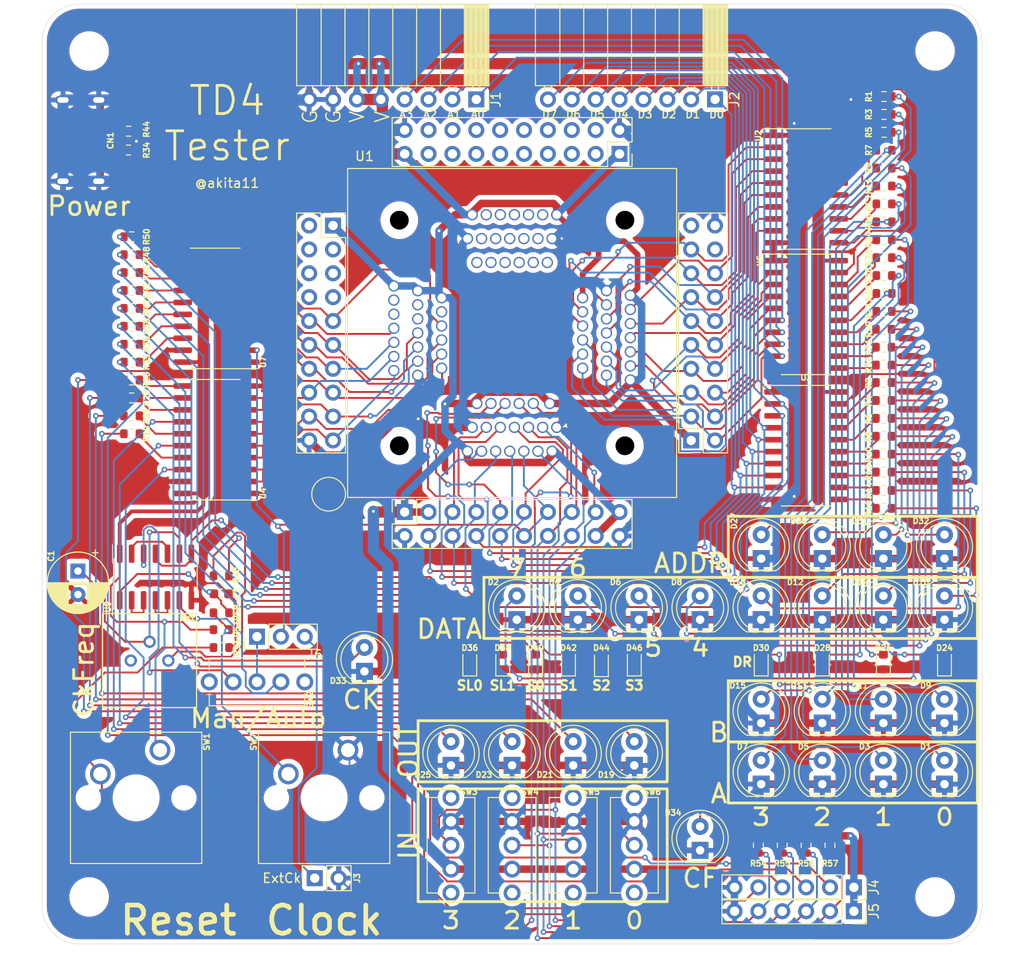
<source format=kicad_pcb>
(kicad_pcb (version 20211014) (generator pcbnew)
  (layers (0 "F.Cu" signal) (31 "B.Cu" signal) (34 "B.Paste" user) (35 "F.Paste" user) (36 "B.SilkS" user "B.Silkscreen") (37 "F.SilkS" user "F.Silkscreen") (38 "B.Mask" user) (39 "F.Mask" user) (44 "Edge.Cuts" user))
  (net 0 "")
  (net 1 "Net-(C1-Pad1)")
  (net 2 "GND")
  (net 3 "Net-(C3-Pad1)")
  (net 4 "Net-(D1-Pad2)")
  (net 5 "Net-(D2-Pad2)")
  (net 6 "Net-(D3-Pad2)")
  (net 7 "Net-(D4-Pad2)")
  (net 8 "Net-(D5-Pad2)")
  (net 9 "Net-(D6-Pad2)")
  (net 10 "Net-(D7-Pad2)")
  (net 11 "Net-(D8-Pad2)")
  (net 12 "Net-(D9-Pad2)")
  (net 13 "Net-(D10-Pad2)")
  (net 14 "Net-(D11-Pad2)")
  (net 15 "Net-(D12-Pad2)")
  (net 16 "Net-(D13-Pad2)")
  (net 17 "Net-(D14-Pad2)")
  (net 18 "Net-(D15-Pad2)")
  (net 19 "Net-(D16-Pad2)")
  (net 20 "Net-(D24-Pad2)")
  (net 21 "Net-(D25-Pad2)")
  (net 22 "Net-(D26-Pad2)")
  (net 23 "Net-(D27-Pad2)")
  (net 24 "Net-(D28-Pad2)")
  (net 25 "Net-(D29-Pad2)")
  (net 26 "Net-(D30-Pad2)")
  (net 27 "Net-(D31-Pad2)")
  (net 28 "Net-(D32-Pad2)")
  (net 29 "Net-(D33-Pad2)")
  (net 30 "Net-(D34-Pad2)")
  (net 31 "Net-(D36-Pad2)")
  (net 48 "Net-(D38-Pad2)")
  (net 49 "Net-(D40-Pad2)")
  (net 50 "Net-(D42-Pad2)")
  (net 51 "Net-(D44-Pad2)")
  (net 52 "Net-(D46-Pad2)")
  (net 53 "VDD")
  (net 54 "/A3")
  (net 55 "/A2")
  (net 56 "/A1")
  (net 57 "/A0")
  (net 58 "/D7")
  (net 59 "/D6")
  (net 60 "/D5")
  (net 61 "/D4")
  (net 62 "/D3")
  (net 63 "/D2")
  (net 64 "/D1")
  (net 65 "/D0")
  (net 66 "/CKe")
  (net 67 "/OUT0")
  (net 68 "/OUT1")
  (net 69 "/OUT2")
  (net 70 "/OUT3")
  (net 71 "/IN0")
  (net 72 "/IN1")
  (net 73 "/IN2")
  (net 74 "/IN3")
  (net 75 "Net-(J6-Pad1)")
  (net 76 "/CK")
  (net 77 "Net-(R1-Pad1)")
  (net 78 "Net-(R2-Pad1)")
  (net 79 "Net-(R3-Pad1)")
  (net 80 "Net-(R4-Pad1)")
  (net 81 "Net-(R5-Pad1)")
  (net 82 "Net-(R6-Pad1)")
  (net 83 "Net-(R7-Pad1)")
  (net 84 "Net-(R8-Pad1)")
  (net 85 "Net-(R9-Pad1)")
  (net 86 "Net-(R10-Pad1)")
  (net 87 "Net-(R11-Pad1)")
  (net 88 "Net-(R12-Pad1)")
  (net 89 "Net-(R13-Pad1)")
  (net 90 "Net-(R14-Pad1)")
  (net 91 "Net-(R15-Pad1)")
  (net 92 "Net-(R16-Pad1)")
  (net 93 "Net-(R24-Pad1)")
  (net 94 "Net-(R26-Pad1)")
  (net 95 "Net-(R27-Pad1)")
  (net 96 "Net-(R28-Pad1)")
  (net 97 "Net-(R29-Pad1)")
  (net 98 "Net-(R30-Pad1)")
  (net 99 "Net-(R31-Pad1)")
  (net 100 "Net-(R32-Pad1)")
  (net 101 "/RST")
  (net 102 "Net-(R35-Pad1)")
  (net 103 "Net-(R36-Pad1)")
  (net 104 "Net-(R38-Pad1)")
  (net 105 "Net-(R40-Pad1)")
  (net 106 "Net-(R42-Pad1)")
  (net 107 "Net-(R46-Pad1)")
  (net 108 "Net-(R48-Pad1)")
  (net 109 "Net-(R50-Pad1)")
  (net 110 "Net-(R53-Pad2)")
  (net 111 "Net-(SW2-Pad1)")
  (net 112 "Net-(SW2-Pad3)")
  (net 113 "/CF")
  (net 114 "/DA0")
  (net 115 "/DA1")
  (net 116 "/DA2")
  (net 117 "/DA3")
  (net 118 "/DB0")
  (net 119 "/DB1")
  (net 120 "/DB2")
  (net 121 "/DB3")
  (net 122 "/DR0")
  (net 123 "/DR1")
  (net 124 "/DR2")
  (net 125 "/DR3")
  (net 126 "/SL0")
  (net 127 "/SL1")
  (net 128 "/S0")
  (net 129 "/S1")
  (net 130 "/S2")
  (net 131 "/S3")
  (net 132 "Net-(R45-Pad1)")
  (net 133 "Net-(R45-Pad2)")
  (net 135 "Net-(U9-Pad2)")
  (net 136 "Net-(U9-Pad4)")
  (net 137 "Net-(U9-Pad10)")
  (net 158 "Net-(CN1-PadA5)")
  (net 159 "Net-(CN1-PadB5)")
  (net 160 "/OUT3e")
  (net 161 "/OUT2e")
  (net 162 "/OUT1e")
  (net 163 "/OUT0e")
  (net 174 "Net-(U4-Pad13)")
  (net 175 "Net-(U4-Pad11)")
  (net 176 "Net-(R19-Pad2)")
  (net 177 "Net-(R21-Pad2)")
  (net 178 "Net-(R23-Pad2)")
  (net 179 "Net-(R19-Pad1)")
  (net 180 "Net-(R21-Pad1)")
  (footprint "Resistor_SMD:R_0603_1608Metric" (layer "F.Cu") (at 89.5725 30.7975)
    (fp_text reference "R30")
    (fp_text value "1k")
  )
  (footprint "LED_THT:LED_D5.0mm" (layer "F.Cu") (at 96 65.5 90)
    (fp_text reference "D16")
    (fp_text value "LED")
  )
  (footprint "LED_THT:LED_D5.0mm" (layer "F.Cu") (at 89.5 65.5 90)
    (fp_text reference "D14")
    (fp_text value "LED")
  )
  (footprint "Button_Switch_Keyboard:SW_Cherry_MX_1.00u_PCB" (layer "F.Cu") (at 12.54 79.375)
    (fp_text reference "SW1")
    (fp_text value "SW_Push")
  )
  (footprint "MountingHole:MountingHole_3.2mm_M3" (layer "F.Cu") (at 5 5)
    (fp_text reference "REF**" hide)
    (fp_text value "MountingHole_3.2mm_M3")
  )
  (footprint "Connector_PinHeader_2.54mm:PinHeader_1x03_P2.54mm_Vertical" (layer "F.Cu") (at 22.86 67.31 90)
    (fp_text reference "J6")
    (fp_text value "Conn_01x03")
  )
  (footprint "Resistor_SMD:R_0603_1608Metric" (layer "F.Cu") (at 9.525 41.91 180)
    (fp_text reference "R23")
    (fp_text value "1k")
  )
  (footprint "Resistor_SMD:R_0603_1608Metric" (layer "F.Cu") (at 89.5725 32.7025)
    (fp_text reference "R27")
    (fp_text value "1k")
  )
  (footprint "LED_THT:LED_D5.0mm" (layer "F.Cu") (at 96 83 90)
    (fp_text reference "D1")
    (fp_text value "LED")
  )
  (footprint "LED_SMD:LED_0603_1608Metric" (layer "F.Cu") (at 52.5 70 90)
    (fp_text reference "D40")
    (fp_text value "LED")
  )
  (footprint "akita:USB-C_6P" (layer "F.Cu") (at 4.121 14.535 -90)
    (fp_text reference "CN1")
    (fp_text value "CON_USB-C-6" hide)
  )
  (footprint "Capacitor_THT:CP_Radial_D6.3mm_P2.50mm" (layer "F.Cu") (at 3.81 60.325 -90)
    (fp_text reference "C1")
    (fp_text value "C_Polarized")
  )
  (footprint "Connector_PinSocket_2.54mm:PinSocket_2x10_P2.54mm_Vertical" (layer "F.Cu") (at 30.95 23.57)
    (fp_text reference "J10" hide)
    (fp_text value "Conn_02x10_Odd_Even")
  )
  (footprint "Resistor_SMD:R_0603_1608Metric" (layer "F.Cu") (at 89.535 34.6075)
    (fp_text reference "R29")
    (fp_text value "1k")
  )
  (footprint "Resistor_SMD:R_0603_1608Metric" (layer "F.Cu") (at 89.535 47.8925)
    (fp_text reference "R10")
    (fp_text value "1k")
  )
  (footprint "Connector_PinSocket_2.54mm:PinSocket_2x10_P2.54mm_Vertical" (layer "F.Cu") (at 38.57 54.05 90)
    (fp_text reference "J7" hide)
    (fp_text value "Conn_02x10_Odd_Even")
  )
  (footprint "Package_SO:SO-20_5.3x12.6mm_P1.27mm" (layer "F.Cu") (at 81.28 33.02)
    (fp_text reference "U5")
    (fp_text value "74LS541")
  )
  (footprint "Connector_PinSocket_2.54mm:PinSocket_1x06_P2.54mm_Vertical" (layer "F.Cu") (at 86.36 96.52 -90)
    (fp_text reference "J5")
    (fp_text value "Conn_01x06")
  )
  (footprint "Resistor_SMD:R_0603_1608Metric" (layer "F.Cu") (at 89.5725 19.3675)
    (fp_text reference "R11")
    (fp_text value "1k")
  )
  (footprint "Resistor_SMD:R_0603_1608Metric" (layer "F.Cu") (at 89.535 36.5125)
    (fp_text reference "R31")
    (fp_text value "1k")
  )
  (footprint "Resistor_SMD:R_0603_1608Metric" (layer "F.Cu") (at 19.05 64.77)
    (fp_text reference "R58")
    (fp_text value "10k")
  )
  (footprint "Package_SO:SO-20_5.3x12.6mm_P1.27mm" (layer "F.Cu") (at 81.28 46.99)
    (fp_text reference "U3")
    (fp_text value "74LS541")
  )
  (footprint "LED_SMD:LED_0603_1608Metric" (layer "F.Cu") (at 45.5 70 90)
    (fp_text reference "D36")
    (fp_text value "LED")
  )
  (footprint "Resistor_SMD:R_0603_1608Metric" (layer "F.Cu") (at 19.05 68.4675)
    (fp_text reference "R33")
    (fp_text value "10k")
  )
  (footprint "Connector_PinSocket_2.54mm:PinSocket_2x10_P2.54mm_Vertical" (layer "F.Cu") (at 61.43 15.95 -90)
    (fp_text reference "J9" hide)
    (fp_text value "Conn_02x10_Odd_Even")
  )
  (footprint "LED_SMD:LED_0603_1608Metric" (layer "F.Cu") (at 89.5 70 90)
    (fp_text reference "D26")
    (fp_text value "LED")
  )
  (footprint "Resistor_SMD:R_0603_1608Metric" (layer "F.Cu") (at 19.05 60.8475)
    (fp_text reference "R45")
    (fp_text value "TBD")
  )
  (footprint "LED_THT:LED_D5.0mm" (layer "F.Cu") (at 63.5 65.5 90)
    (fp_text reference "D6")
    (fp_text value "LED")
  )
  (footprint "LED_THT:LED_D5.0mm" (layer "F.Cu") (at 76.5 83 90)
    (fp_text reference "D7")
    (fp_text value "LED")
  )
  (footprint "Connector_PinSocket_2.54mm:PinSocket_1x06_P2.54mm_Vertical" (layer "F.Cu") (at 86.36 93.98 -90)
    (fp_text reference "J4")
    (fp_text value "Conn_01x06")
  )
  (footprint "MountingHole:MountingHole_3.2mm_M3" (layer "F.Cu") (at 95 95)
    (fp_text reference "REF**" hide)
    (fp_text value "MountingHole_3.2mm_M3")
  )
  (footprint "Resistor_SMD:R_0603_1608Metric" (layer "F.Cu") (at 89.5725 25.0825)
    (fp_text reference "R24")
    (fp_text value "1k")
  )
  (footprint "Resistor_SMD:R_0603_1608Metric" (layer "F.Cu") (at 89.5725 15.5575)
    (fp_text reference "R7")
    (fp_text value "1k")
  )
  (footprint "Resistor_SMD:R_0603_1608Metric" (layer "F.Cu") (at 9.525 45.72 180)
    (fp_text reference "R19")
    (fp_text value "1k")
  )
  (footprint "LED_THT:LED_D5.0mm" (layer "F.Cu") (at 50 81 90)
    (fp_text reference "D23")
    (fp_text value "LED")
  )
  (footprint "Resistor_SMD:R_0603_1608Metric" (layer "F.Cu") (at 89.5725 11.7475)
    (fp_text reference "R3")
    (fp_text value "1k")
  )
  (footprint "LED_SMD:LED_0603_1608Metric" (layer "F.Cu") (at 63 70 90)
    (fp_text reference "D46")
    (fp_text value "LED")
  )
  (footprint "Package_SO:SO-20_5.3x12.6mm_P1.27mm" (layer "F.Cu") (at 18.415 46.355 180)
    (fp_text reference "U4")
    (fp_text value "74LS541")
  )
  (footprint "akita:SW_SPDT_Frame" (layer "F.Cu") (at 43.5 89.5 180)
    (fp_text reference "SW3")
    (fp_text value "SW_SPDT")
  )
  (footprint "LED_THT:LED_D5.0mm" (layer "F.Cu") (at 70 65.5 90)
    (fp_text reference "D8")
    (fp_text value "LED")
  )
  (footprint "LED_THT:LED_D5.0mm" (layer "F.Cu") (at 83 83 90)
    (fp_text reference "D5")
    (fp_text value "LED")
  )
  (footprint "Resistor_SMD:R_0603_1608Metric" (layer "F.Cu") (at 89.5725 9.8425)
    (fp_text reference "R1")
    (fp_text value "1k")
  )
  (footprint "LED_THT:LED_D5.0mm" (layer "F.Cu") (at 34.29 71 90)
    (fp_text reference "D33")
    (fp_text value "LED")
  )
  (footprint "LED_SMD:LED_0603_1608Metric" (layer "F.Cu") (at 49 70 90)
    (fp_text reference "D38")
    (fp_text value "LED")
  )
  (footprint "LED_THT:LED_D5.0mm" (layer "F.Cu") (at 96 59 90)
    (fp_text reference "D32")
    (fp_text value "LED")
  )
  (footprint "LED_THT:LED_D5.0mm" (layer "F.Cu") (at 76.5 59 90)
    (fp_text reference "D27")
    (fp_text value "LED")
  )
  (footprint "LED_THT:LED_D5.0mm" (layer "F.Cu") (at 83 59 90)
    (fp_text reference "D29")
    (fp_text value "LED")
  )
  (footprint "Resistor_SMD:R_0603_1608Metric" (layer "F.Cu") (at 83.82 89.5 -90)
    (fp_text reference "R57")
    (fp_text value "10k")
  )
  (footprint "Resistor_SMD:R_0603_1608Metric" (layer "F.Cu") (at 81.28 89.5 -90)
    (fp_text reference "R56")
    (fp_text value "10k")
  )
  (footprint "Resistor_SMD:R_0603_1608Metric" (layer "F.Cu") (at 9.1825 15.535 180)
    (fp_text reference "R34")
    (fp_text value "5.1k")
  )
  (footprint "Resistor_SMD:R_0603_1608Metric" (layer "F.Cu") (at 9.525 30.48 180)
    (fp_text reference "R42")
    (fp_text value "1k")
  )
  (footprint "Resistor_SMD:R_0603_1608Metric" (layer "F.Cu") (at 89.5725 21.2725)
    (fp_text reference "R13")
    (fp_text value "1k")
  )
  (footprint "LED_THT:LED_D5.0mm" (layer "F.Cu") (at 89.5 83 90)
    (fp_text reference "D3")
    (fp_text value "LED")
  )
  (footprint "LED_THT:LED_D5.0mm" (layer "F.Cu") (at 89.5 76.5 90)
    (fp_text reference "D11")
    (fp_text value "LED")
  )
  (footprint "akita:SW_SPDT_Frame" (layer "F.Cu") (at 50 89.5 180)
    (fp_text reference "SW4")
    (fp_text value "SW_SPDT")
  )
  (footprint "LED_SMD:LED_0603_1608Metric" (layer "F.Cu") (at 59.5 70.075 90)
    (fp_text reference "D44")
    (fp_text value "LED")
  )
  (footprint "Resistor_SMD:R_0603_1608Metric" (layer "F.Cu") (at 89.535 40.2725)
    (fp_text reference "R2")
    (fp_text value "1k")
  )
  (footprint "Connector_PinSocket_2.54mm:PinSocket_1x02_P2.54mm_Vertical" (layer "F.Cu") (at 29 93 90)
    (fp_text reference "J3")
    (fp_text value "Conn_01x02")
  )
  (footprint "Resistor_SMD:R_0603_1608Metric" (layer "F.Cu") (at 89.535 38.4175)
    (fp_text reference "R32")
    (fp_text value "1k")
  )
  (footprint "LED_SMD:LED_0603_1608Metric" (layer "F.Cu") (at 76.5 70 90)
    (fp_text reference "D30")
    (fp_text value "LED")
  )
  (footprint "LED_THT:LED_D5.0mm" (layer "F.Cu") (at 76.5 76.5 90)
    (fp_text reference "D15")
    (fp_text value "LED")
  )
  (footprint "Connector_PinSocket_2.54mm:PinSocket_2x10_P2.54mm_Vertical" (layer "F.Cu") (at 69.05 46.43 180)
    (fp_text reference "J8" hide)
    (fp_text value "Conn_02x10_Odd_Even")
  )
  (footprint "Resistor_SMD:R_0603_1608Metric" (layer "F.Cu") (at 89.535 51.7525)
    (fp_text reference "R14")
    (fp_text value "1k")
  )
  (footprint "Connector_PinSocket_2.54mm:PinSocket_1x08_P2.54mm_Horizontal" (layer "F.Cu") (at 46.19 10.15 -90)
    (fp_text reference "J1")
    (fp_text value "Conn_01x08")
  )
  (footprint "LED_THT:LED_D5.0mm" (layer "F.Cu") (at 56.5 81 90)
    (fp_text reference "D21")
    (fp_text value "LED")
  )
  (footprint "LED_THT:LED_D5.0mm" (layer "F.Cu") (at 76.5 65.5 90)
    (fp_text reference "D10")
    (fp_text value "LED")
  )
  (footprint "Package_SO:SO-20_5.3x12.6mm_P1.27mm" (layer "F.Cu") (at 81.28 19.685)
    (fp_text reference "U2")
    (fp_text value "74LS541")
  )
  (footprint "LED_THT:LED_D5.0mm" (layer "F.Cu") (at 83 76.5 90)
    (fp_text reference "D13")
    (fp_text value "LED")
  )
  (footprint "Capacitor_SMD:C_0603_1608Metric" (layer "F.Cu") (at 19.05 62.7525)
    (fp_text reference "C3")
    (fp_text value "C")
  )
  (footprint "akita:SW_SPDT_Frame" (layer "F.Cu") (at 63 89.5 180)
    (fp_text reference "SW6")
    (fp_text value "SW_SPDT")
  )
  (footprint "LED_THT:LED_D5.0mm" (layer "F.Cu") (at 57 65.5 90)
    (fp_text reference "D4")
    (fp_text value "LED")
  )
  (footprint "Resistor_SMD:R_0603_1608Metric" (layer "F.Cu") (at 76.2 89.5 -90)
    (fp_text reference "R54")
    (fp_text value "10k")
  )
  (footprint "akita:SW_SPDT_Frame" (layer "F.Cu") (at 56.5 89.5 180)
    (fp_text reference "SW5")
    (fp_text value "SW_SPDT")
  )
  (footprint "Resistor_SMD:R_0603_1608Metric" (layer "F.Cu") (at 89.5725 23.1775)
    (fp_text reference "R15")
    (fp_text value "1k")
  )
  (footprint "LED_THT:LED_D5.0mm" (layer "F.Cu") (at 89.5 59 90)
    (fp_text reference "D31")
    (fp_text value "LED")
  )
  (footprint "LED_THT:LED_D5.0mm" (layer "F.Cu") (at 50.5 65.5 90)
    (fp_text reference "D2")
    (fp_text value "LED")
  )
  (footprint "akita:SOCKET_IC51-0804-808" (layer "F.Cu") (at 50 35)
    (fp_text reference "U1")
    (fp_text value "IC80p")
  )
  (footprint "Resistor_SMD:R_0603_1608Metric" (layer "F.Cu") (at 9.525 34.29 180)
    (fp_text reference "R38")
    (fp_text value "1k")
  )
  (footprint "Resistor_SMD:R_0603_1608Metric" (layer "F.Cu") (at 89.535 45.9875)
    (fp_text reference "R8")
    (fp_text value "1k")
  )
  (footprint "Package_SO:SO-14_3.9x8.65mm_P1.27mm" (layer "F.Cu") (at 12.065 60.96 90)
    (fp_text reference "U9")
    (fp_text value "74LS14")
  )
  (footprint "Resistor_SMD:R_0603_1608Metric" (layer "F.Cu") (at 9.525 38.1 180)
    (fp_text reference "R35")
    (fp_text value "1k")
  )
  (footprint "Resistor_SMD:R_0603_1608Metric" (layer "F.Cu") (at 9.525 28.575 180)
    (fp_text reference "R46")
    (fp_text value "1k")
  )
  (footprint "akita:VR_POT_VR" (layer "F.Cu") (at 11.43 69.85)
    (fp_text reference "RV1")
    (fp_text value "TBD")
  )
  (footprint "LED_THT:LED_D5.0mm" (layer "F.Cu") (at 83 65.5 90)
    (fp_text reference "D12")
    (fp_text value "LED")
  )
  (footprint "Resistor_SMD:R_0603_1608Metric" (layer "F.Cu") (at 89.5725 28.8925)
    (fp_text reference "R28")
    (fp_text value "1k")
  )
  (footprint "Button_Switch_Keyboard:SW_Cherry_MX_1.00u_PCB" (layer "F.Cu") (at 32.54 79.375)
    (fp_text reference "SW7")
    (fp_text value "SW_Push")
  )
  (footprint "Resistor_SMD:R_0603_1608Metric" (layer "F.Cu") (at 9.525 43.815 180)
    (fp_text reference "R21")
    (fp_text value "1k")
  )
  (footprint "LED_THT:LED_D5.0mm" (layer "F.Cu") (at 96 76.5 90)
    (fp_text reference "D9")
    (fp_text value "LED")
  )
  (footprint "Resistor_SMD:R_0603_1608Metric" (layer "F.Cu") (at 19.05 66.5625)
    (fp_text reference "R53")
    (fp_text value "10k")
  )
  (footprint "LED_SMD:LED_0603_1608Metric" (layer "F.Cu") (at 83 70 90)
    (fp_text reference "D28")
    (fp_text value "LED")
  )
  (footprint "Resistor_SMD:R_0603_1608Metric" (layer "F.Cu") (at 9.2075 13.535 180)
    (fp_text reference "R44")
    (fp_text value "5.1k")
  )
  (footprint "Resistor_SMD:R_0603_1608Metric" (layer "F.Cu") (at 9.525 32.385 180)
    (fp_text reference "R40")
    (fp_text value "1k")
  )
  (footprint "LED_SMD:LED_0603_1608Metric" (layer "F.Cu") (at 56 70 90)
    (fp_text reference "D42")
    (fp_text value "LED")
  )
  (footprint "Resistor_SMD:R_0603_1608Metric" (layer "F.Cu") (at 89.5725 17.4625)
    (fp_text reference "R9")
    (fp_text value "1k")
  )
  (footprint "Resistor_SMD:R_0603_1608Metric" (layer "F.Cu") (at 89.535 42.1775)
    (fp_text reference "R4")
    (fp_text value "1k")
  )
  (footprint "Package_SO:SO-20_5.3x12.6mm_P1.27mm" (layer "F.Cu") (at 18.415 32.385 180)
    (fp_text reference "U7")
    (fp_text value "74LS541")
  )
  (footprint "MountingHole:MountingHole_3.2mm_M3" (layer "F.Cu") (at 5 95)
    (fp_text reference "REF**" hide)
    (fp_text value "MountingHole_3.2mm_M3")
  )
  (footprint "Resistor_SMD:R_0603_1608Metric" (layer "F.Cu") (at 89.535 44.0825)
    (fp_text reference "R6")
    (fp_text value "1k")
  )
  (footprint "Resistor_SMD:R_0603_1608Metric" (layer "F.Cu") (at 89.5725 26.9875)
    (fp_text reference "R26")
    (fp_text value "1k")
  )
  (footprint "akita:SW_SPDT_Frame" (layer "F.Cu") (at 22.86 72.115 -90)
    (fp_text reference "SW2")
    (fp_text value "SW_SPDT")
  )
  (footprint "LED_THT:LED_D5.0mm" (layer "F.Cu") (at 70 90.04 90)
    (fp_text reference "D34")
    (fp_text value "LED")
  )
  (footprint "LED_SMD:LED_0603_1608Metric" (layer "F.Cu") (at 96 70 90)
    (fp_text reference "D24")
    (fp_text value "LED")
  )
  (footprint "LED_THT:LED_D5.0mm" (layer "F.Cu") (at 43.5 81 90)
    (fp_text reference "D25")
    (fp_text value "LED")
  )
  (footprint "Resistor_SMD:R_0603_1608Metric" (layer "F.Cu") (at 89.535 49.7975)
    (fp_text reference "R12")
    (fp_text value "1k")
  )
  (footprint "MountingHole:MountingHole_3.2mm_M3" (layer "F.Cu") (at 95 5)
    (fp_text reference "REF**" hide)
    (fp_text value "MountingHole_3.2mm_M3")
  )
  (footprint "Resistor_SMD:R_0603_1608Metric" (layer "F.Cu") (at 78.74 89.5 -90)
    (fp_text reference "R55")
    (fp_text value "10k")
  )
  (footprint "LED_THT:LED_D5.0mm" (layer "F.Cu") (at 63 81 90)
    (fp_text reference "D19")
    (fp_text value "LED")
  )
  (footprint "Resistor_SMD:R_0603_1608Metric" (layer "F.Cu") (at 89.5725 13.6525)
    (fp_text reference "R5")
    (fp_text value "1k")
  )
  (footprint "Resistor_SMD:R_0603_1608Metric" (layer "F.Cu") (at 9.525 36.195 180)
    (fp_text reference "R36")
    (fp_text value "1k")
  )
  (footprint "Connector_PinSocket_2.54mm:PinSocket_1x08_P2.54mm_Horizontal" (layer "F.Cu") (at 71.59 10.15 -90)
    (fp_text reference "J2")
    (fp_text value "Conn_01x08")
  )
  (footprint "Resistor_SMD:R_0603_1608Metric" (layer "F.Cu") (at 9.525 24.765 180)
    (fp_text reference "R50")
    (fp_text value "1k")
  )
  (footprint "Resistor_SMD:R_0603_1608Metric" (layer "F.Cu") (at 9.525 40.005 180)
    (fp_text reference "R25")
    (fp_text value "1k")
  )
  (footprint "Resistor_SMD:R_0603_1608Metric" (layer "F.Cu") (at 89.535 53.6575)
    (fp_text reference "R16")
    (fp_text value "1k")
  )
  (footprint "Resistor_SMD:R_0603_1608Metric" (layer "F.Cu") (at 9.525 26.67 180)
    (fp_text reference "R48")
    (fp_text value "1k")
  )
  (gr_rect (start 73 54.5) (end 99.5 61) (layer "F.SilkS") (width 0.3) (fill none))
  (gr_circle (center 30.48 52.15) (end 31.75 53.42) (layer "F.SilkS") (width 0.12) (fill none))
  (gr_rect (start 40 83.5) (end 66.5 95.5) (layer "F.SilkS") (width 0.3) (fill none))
  (gr_rect (start 40 76.25) (end 66.5 82.75) (layer "F.SilkS") (width 0.3) (fill none))
  (gr_rect (start 47 61) (end 99.5 67.5) (layer "F.SilkS") (width 0.3) (fill none))
  (gr_rect (start 73 72) (end 99.5 78.5) (layer "F.SilkS") (width 0.3) (fill none))
  (gr_rect (start 73 78.5) (end 99.5 85) (layer "F.SilkS") (width 0.3) (fill none))
  (gr_line (start 96 100) (end 4 100) (layer "Edge.Cuts") (width 0.05))
  (gr_arc (start 96 0) (mid 98.828427 1.171573) (end 100 4) (layer "Edge.Cuts") (width 0.05))
  (gr_line (start 4 0) (end 96 0) (layer "Edge.Cuts") (width 0.05))
  (gr_line (start 0 96) (end 0 4) (layer "Edge.Cuts") (width 0.05))
  (gr_arc (start 100 96) (mid 98.828427 98.828427) (end 96 100) (layer "Edge.Cuts") (width 0.05))
  (gr_arc (start 4 100) (mid 1.171573 98.828427) (end 0 96) (layer "Edge.Cuts") (width 0.05))
  (gr_arc (start 0 4) (mid 1.171573 1.171573) (end 4 0) (layer "Edge.Cuts") (width 0.05))
  (gr_line (start 100 4) (end 100 96) (layer "Edge.Cuts") (width 0.05))
  (gr_text "G" (at 28.5 12 90) (layer "F.SilkS") (effects (font (size 1.5 1.5))))
  (gr_text "6" (at 57 60) (layer "F.SilkS") (effects (font (size 1.8 2) (thickness 0.3))))
  (gr_text "CkFreq" (at 4.445 70.8025 90) (layer "F.SilkS") (effects (font (size 2 2) (thickness 0.3))))
  (gr_text "V" (at 33.5 12 90) (layer "F.SilkS") (effects (font (size 1.5 1.5))))
  (gr_text "A0" (at 46.355 11.7475) (layer "F.SilkS") (effects (font (size 0.8 0.8))))
  (gr_text "G" (at 31 12 90) (layer "F.SilkS") (effects (font (size 1.5 1.5))))
  (gr_text "DR" (at 74.5 70) (layer "F.SilkS") (effects (font (size 1 1) (thickness 0.25))))
  (gr_text "S2" (at 59.5 72.5) (layer "F.SilkS") (effects (font (size 1 1) (thickness 0.25))))
  (gr_text "5" (at 65 68.5) (layer "F.SilkS") (effects (font (size 1.8 2) (thickness 0.3))))
  (gr_text "SL0" (at 45.5 72.5) (layer "F.SilkS") (effects (font (size 1 1) (thickness 0.25))))
  (gr_text "1" (at 56.5 97.5) (layer "F.SilkS") (effects (font (size 1.8 2) (thickness 0.3))))
  (gr_text "2" (at 50 97.5) (layer "F.SilkS") (effects (font (size 1.8 2) (thickness 0.3))))
  (gr_text "0" (at 96 86.5) (layer "F.SilkS") (effects (font (size 1.8 2) (thickness 0.3))))
  (gr_text "0" (at 63 97.5) (layer "F.SilkS") (effects (font (size 1.8 2) (thickness 0.3))))
  (gr_text "V" (at 36.195 12 90) (layer "F.SilkS") (effects (font (size 1.5 1.5))))
  (gr_text "Reset" (at 14.5 97.5) (layer "F.SilkS") (effects (font (size 3 3) (thickness 0.5))))
  (gr_text "A1" (at 43.815 11.7475) (layer "F.SilkS") (effects (font (size 0.8 0.8))))
  (gr_text "DATA" (at 47 66.5) (layer "F.SilkS") (effects (font (size 2 2) (thickness 0.3)) (justify right)))
  (gr_text "A" (at 72 84) (layer "F.SilkS") (effects (font (size 2 2) (thickness 0.3))))
  (gr_text "Clock" (at 30 97.5) (layer "F.SilkS") (effects (font (size 3 3) (thickness 0.5))))
  (gr_text "S3" (at 63 72.5) (layer "F.SilkS") (effects (font (size 1 1) (thickness 0.25))))
  (gr_text "S1\n" (at 56 72.5) (layer "F.SilkS") (effects (font (size 1 1) (thickness 0.25))))
  (gr_text "A3" (at 38.735 11.7475) (layer "F.SilkS") (effects (font (size 0.8 0.8))))
  (gr_text "D1" (at 69.215 11.7475) (layer "F.SilkS") (effects (font (size 0.8 0.8))))
  (gr_text "SL1" (at 49 72.5) (layer "F.SilkS") (effects (font (size 1 1) (thickness 0.25))))
  (gr_text "D5" (at 59.055 11.7475) (layer "F.SilkS") (effects (font (size 0.8 0.8))))
  (gr_text "IN" (at 39 89.5 90) (layer "F.SilkS") (effects (font (size 2 2) (thickness 0.3))))
  (gr_text "@akita11" (at 19.685 19.05) (layer "F.SilkS") (effects (font (size 1 1))))
  (gr_text "D4" (at 61.595 11.7475) (layer "F.SilkS") (effects (font (size 0.8 0.8))))
  (gr_text "ADDR" (at 73 59.5) (layer "F.SilkS") (effects (font (size 2 2) (thickness 0.3)) (justify right)))
  (gr_text "3" (at 76.5 86.5) (layer "F.SilkS") (effects (font (size 1.8 2) (thickness 0.3))))
  (gr_text "4" (at 70 68.5) (layer "F.SilkS") (effects (font (size 1.8 2) (thickness 0.3))))
  (gr_text "S0" (at 52.5 72.5) (layer "F.SilkS") (effects (font (size 1 1) (thickness 0.25))))
  (gr_text "CF" (at 70 93) (layer "F.SilkS") (effects (font (size 2 2) (thickness 0.3))))
  (gr_text "Man/Auto" (at 23 76) (layer "F.SilkS") (effects (font (size 2 2) (thickness 0.3))))
  (gr_text "7" (at 50.500462 60) (layer "F.SilkS") (effects (font (size 1.8 2) (thickness 0.3))))
  (gr_text "D7" (at 53.975 11.7475) (layer "F.SilkS") (effects (font (size 0.8 0.8))))
  (gr_text "B" (at 72 77.5) (layer "F.SilkS") (effects (font (size 2 2) (thickness 0.3))))
  (gr_text "D2" (at 66.675 11.7475) (layer "F.SilkS") (effects (font (size 0.8 0.8))))
  (gr_text "CK" (at 34 74) (layer "F.SilkS") (effects (font (size 2 2) (thickness 0.3))))
  (gr_text "D0" (at 71.755 11.7475) (layer "F.SilkS") (effects (font (size 0.8 0.8))))
  (gr_text "OUT" (at 39 79.5 90) (layer "F.SilkS") (effects (font (size 2 2) (thickness 0.3))))
  (gr_text "D6" (at 56.515 11.7475) (layer "F.SilkS") (effects (font (size 0.8 0.8))))
  (gr_text "2" (at 83 86.5) (layer "F.SilkS") (effects (font (size 1.8 2) (thickness 0.3))))
  (gr_text "3" (at 43.5 97.5) (layer "F.SilkS") (effects (font (size 1.8 2) (thickness 0.3))))
  (gr_text "A2" (at 41.275 11.7475) (layer "F.SilkS") (effects (font (size 0.8 0.8))))
  (gr_text "Power" (at 5 21.5) (layer "F.SilkS") (effects (font (size 2 2) (thickness 0.3))))
  (gr_text "ExtCk" (at 25.5 93) (layer "F.SilkS") (effects (font (size 1 1))))
  (gr_text "1" (at 89.5 86.5) (layer "F.SilkS") (effects (font (size 1.8 2) (thickness 0.3))))
  (gr_text "D3" (at 64.135 11.7475) (layer "F.SilkS") (effects (font (size 0.8 0.8))))
  (gr_text "TD4\nTester" (at 19.685 12.7) (layer "F.SilkS") (effects (font (size 3 3) (thickness 0.3))))
  (segment (start 14.605 58.485) (end 14.605 56.8325) (width 0.2) (layer "F.Cu") (net 1))
  (segment (start 6.6675 65.687503) (end 6.6675 62.865) (width 0.2) (layer "F.Cu") (net 1))
  (segment (start 4.1275 60.325) (end 3.81 60.325) (width 0.2) (layer "F.Cu") (net 1))
  (segment (start 6.6675 62.865) (end 4.1275 60.325) (width 0.2) (layer "F.Cu") (net 1))
  (segment (start 14.605 56.8325) (end 13.97 56.1975) (width 0.2) (layer "F.Cu") (net 1))
  (segment (start 8.829997 67.85) (end 6.6675 65.687503) (width 0.2) (layer "F.Cu") (net 1))
  (segment (start 11.43 67.85) (end 8.829997 67.85) (width 0.2) (layer "F.Cu") (net 1))
  (segment (start 13.97 56.1975) (end 11.43 56.1975) (width 0.2) (layer "F.Cu") (net 1))
  (via (at 11.43 56.1975) (size 0.6) (drill 0.3) (layers "F.Cu" "B.Cu") (net 1))
  (segment (start 11.43 56.1975) (end 11.43 67.945) (width 0.2) (layer "B.Cu") (net 1))
  (segment (start 19.685 26.9875) (end 19.685 24.4475) (width 1.2) (layer "F.Cu") (net 2))
  (segment (start 91.30048 9.06798) (end 92.71 10.4775) (width 0.2) (layer "F.Cu") (net 2))
  (segment (start 21.8775 38.1) (end 19.685 38.1) (width 0.4) (layer "F.Cu") (net 2))
  (segment (start 40.9125 45.04) (end 40.005 44.1325) (width 0.8) (layer "F.Cu") (net 2))
  (segment (start 19.685 52.07) (end 20.0025 52.3875) (width 0.4) (layer "F.Cu") (net 2))
  (segment (start 28.41 46.43) (end 29.98 48) (width 0.8) (layer "F.Cu") (net 2))
  (segment (start 77.8175 38.735) (end 80.01 38.735) (width 0.4) (layer "F.Cu") (net 2))
  (segment (start 20.32 8.255) (end 28.575 8.255) (width 1.2) (layer "F.Cu") (net 2))
  (segment (start 30.95 8.725) (end 30.48 8.255) (width 0.8) (layer "F.Cu") (net 2))
  (segment (start 75.565 8.255) (end 80.01 12.7) (width 1.2) (layer "F.Cu") (net 2))
  (segment (start 94.9325 39.0525) (end 94.9325 26.3525) (width 0.2) (layer "F.Cu") (net 2))
  (segment (start 30.95 10.15) (end 30.95 8.725) (width 0.8) (layer "F.Cu") (net 2))
  (segment (start 80.01 12.7) (end 80.01 13.97) (width 1.2) (layer "F.Cu") (net 2))
  (segment (start 21.8775 26.67) (end 20.0025 26.67) (width 0.4) (layer "F.Cu") (net 2))
  (segment (start 19.685 12.7) (end 19.685 8.89) (width 1.2) (layer "F.Cu") (net 2))
  (segment (start 19.825 62.7525) (end 20.57452 63.50202) (width 0.2) (layer "F.Cu") (net 2))
  (segment (start 20.0025 24.13) (end 19.685 24.4475) (width 0.4) (layer "F.Cu") (net 2))
  (segment (start 30.48 8.255) (end 75.565 8.255) (width 1.2) (layer "F.Cu") (net 2))
  (segment (start 80.01 13.97) (end 80.01 25.4) (width 1.2) (layer "F.Cu") (net 2))
  (segment (start 77.8175 25.4) (end 80.01 25.4) (width 0.4) (layer "F.Cu") (net 2))
  (segment (start 45.75 45.04) (end 40.9125 45.04) (width 0.8) (layer "F.Cu") (net 2))
  (segment (start 2.2225 39.0525) (end 2.2225 19.05) (width 0.6) (layer "F.Cu") (net 2))
  (segment (start 85.4075 28.575) (end 84.7425 28.575) (width 0.2) (layer "F.Cu") (net 2))
  (segment (start 95.7525 83) (end 95.885 82.8675) (width 0.8) (layer "F.Cu") (net 2))
  (segment (start 6.171 11.785) (end 6.171 10.3235) (width 0.8) (layer "F.Cu") (net 2))
  (segment (start 80.01 25.4) (end 80.01 27.305) (width 1.2) (layer "F.Cu") (net 2))
  (segment (start 76.5325 70.7875) (end 45.5 70.7875) (width 0.8) (layer "F.Cu") (net 2))
  (segment (start 76.5175 70.8025) (end 76.5325 70.7875) (width 0.8) (layer "F.Cu") (net 2))
  (segment (start 76.5 76.5) (end 96 76.5) (width 0.8) (layer "F.Cu") (net 2))
  (segment (start 80.01 27.305) (end 80.01 38.735) (width 1.2) (layer "F.Cu") (net 2))
  (segment (start 2.2225 50.8) (end 2.2225 39.0525) (width 0.6) (layer "F.Cu") (net 2))
  (segment (start 77.8175 13.97) (end 80.01 13.97) (width 0.4) (layer "F.Cu") (net 2))
  (segment (start 77.8175 27.305) (end 80.01 27.305) (width 0.4) (layer "F.Cu") (net 2))
  (segment (start 37.7825 44.1325) (end 40.005 44.1325) (width 0.8) (layer "F.Cu") (net 2))
  (segment (start 88.265 24.13) (end 86.36 26.035) (width 0.2) (layer "F.Cu") (net 2))
  (segment (start 86.0425 14.605) (end 85.4075 15.24) (width 0.2) (layer "F.Cu") (net 2))
  (segment (start 11.1125 39.0525) (end 2.2225 39.0525) (width 0.2) (layer "F.Cu") (net 2))
  (segment (start 86.36 26.035) (end 86.36 27.6225) (width 0.2) (layer "F.Cu") (net 2))
  (segment (start 80.01 38.735) (end 80.01 41.5925) (width 1.2) (layer "F.Cu") (net 2))
  (segment (start 28.575 8.255) (end 30.48 8.255) (width 1.2) (layer "F.Cu") (net 2))
  (segment (start 15.875 61.595) (end 15.875 63.435) (width 0.4) (layer "F.Cu") (net 2))
  (segment (start 79.6925 52.705) (end 77.8175 52.705) (width 0.4) (layer "F.Cu") (net 2))
  (segment (start 19.685 52.07) (end 19.685 40.3225) (width 1.2) (layer "F.Cu") (net 2))
  (segment (start 85.331786 42.545) (end 86.36 41.516786) (width 0.2) (layer "F.Cu") (net 2))
  (segment (start 28.41 8.42) (end 28.575 8.255) (width 0.8) (layer "F.Cu") (net 2))
  (segment (start 87.3125 39.37) (end 94.615 39.37) (width 0.2) (layer "F.Cu") (net 2))
  (segment (start 94.615 39.37) (end 94.9325 39.0525) (width 0.2) (layer "F.Cu") (net 2))
  (segment (start 86.36 27.6225) (end 85.4075 28.575) (width 0.2) (layer "F.Cu") (net 2))
  (segment (start 6.171 10.3235) (end 5.9825 10.135) (width 0.8) (layer "F.Cu") (net 2))
  (segment (start 3.81 62.825) (end 2.2225 61.2375) (width 0.6) (layer "F.Cu") (net 2))
  (segment (start 10.0325 13.535) (end 10.0325 14.605) (width 0.2) (layer "F.Cu") (net 2))
  (segment (start 76.5 70.7875) (end 95.87 70.7875) (width 0.8) (layer "F.Cu") (net 2))
  (segment (start 21.8775 52.07) (end 19.685 52.07) (width 0.4) (layer "F.Cu") (net 2))
  (segment (start 76.5725 59) (end 76.5175 59.055) (width 0.8) (layer "F.Cu") (net 2))
  (segment (start 76.5 83) (end 95.7525 83) (width 0.8) (layer "F.Cu") (net 2))
  (segment (start 17.145 58.42) (end 17.145 60.325) (width 0.4) (layer "F.Cu") (net 2))
  (segment (start 45.5 70.7875) (end 45.2875 71) (width 0.8) (layer "F.Cu") (net 2))
  (segment (start 6.171 18.6465) (end 5.9825 18.835) (width 0.8) (layer "F.Cu") (net 2))
  (segment (start 43.5 86.96) (end 63.1475 86.96) (width 0.8) (layer "F.Cu") (net 2))
  (segment (start 19.685 8.89) (end 20.32 8.255) (width 1.2) (layer "F.Cu") (net 2))
  (segment (start 21.8775 40.64) (end 20.0025 40.64) (width 0.4) (layer "F.Cu") (net 2))
  (segment (start 19.685 24.4475) (end 19.685 12.7) (width 1.2) (layer "F.Cu") (net 2))
  (segment (start 28.41 10.15) (end 28.41 8.42) (width 0.8) (layer "F.Cu") (net 2))
  (segment (start 17.145 60.325) (end 15.875 61.595) (width 0.4) (layer "F.Cu") (net 2))
  (segment (start 50.5 65.5) (end 95.79 65.5) (width 0.8) (layer "F.Cu") (net 2))
  (segment (start 33.915 48) (end 37.7825 44.1325) (width 0.8) (layer "F.Cu") (net 2))
  (segment (start 45.2875 71) (end 34.29 71) (width 0.8) (layer "F.Cu") (net 2))
  (segment (start 79.6925 41.275) (end 80.01 41.5925) (width 0.4) (layer "F.Cu") (net 2))
  (segment (start 20.0025 52.3875) (end 20.0025 55.5625) (width 0.4) (layer "F.Cu") (net 2))
  (segment (start 14.9525 36.83) (end 13.335 36.83) (width 0.2) (layer "F.Cu") (net 2))
  (segment (start 20.57452 68.00798) (end 20.0025 68.58) (width 0.2) (layer "F.Cu") (net 2))
  (segment (start 20.57452 63.50202) (end 20.57452 68.00798) (width 0.2) (layer "F.Cu") (net 2))
  (segment (start 86.0425 10.16) (end 87.13452 9.06798) (width 0.2) (layer "F.Cu") (net 2))
  (segment (start 2.2225 61.2375) (end 2.2225 50.8) (width 0.6) (layer "F.Cu") (net 2))
  (segment (start 95.79 65.5) (end 95.885 65.405) (width 0.8) (layer "F.Cu") (net 2))
  (segment (start 6.171 17.285) (end 6.171 18.6465) (width 0.8) (layer "F.Cu") (net 2))
  (segment (start 70 90.04) (end 66.04 90.04) (width 0.6) (layer "F.Cu") (net 2))
  (segment (start 92.71 24.13) (end 88.265 24.13) (width 0.2) (layer "F.Cu") (net 2))
  (segment (start 63.8175 70.8025) (end 76.5175 70.8025) (width 0.8) (layer "F.Cu") (net 2))
  (segment (start 95.87 70.7875) (end 95.885 70.8025) (width 0.8) (layer "F.Cu") (net 2))
  (segment (start 19.685 40.3225) (end 19.685 38.1) (width 1.2) (layer "F.Cu") (net 2))
  (segment (start 19.685 38.1) (end 19.685 26.9875) (width 1.2) (layer "F.Cu") (net 2))
  (segment (start 86.36 40.3225) (end 87.3125 39.37) (width 0.2) (layer "F.Cu") (net 2))
  (segment (start 10.0325 15.43) (end 10.0325 14.605) (width 0.2) (layer "F.Cu") (net 2))
  (segment (start 94.9325 26.3525) (end 92.71 24.13) (width 0.2) (layer "F.Cu") (net 2))
  (segment (start 66.04 90.04) (end 63 87) (width 0.6) (layer "F.Cu") (net 2))
  (segment (start 18.69452 61.62202) (end 17.48952 61.62202) (width 0.2) (layer "F.Cu") (net 2))
  (segment (start 80.01 41.5925) (end 80.01 52.3875) (width 1.2) (layer "F.Cu") (net 2))
  (segment (start 17.48952 61.62202) (end 16.66875 60.80125) (width 0.2) (layer "F.Cu") (net 2))
  (segment (start 43.5 81) (end 63.145 81) (width 0.8) (layer "F.Cu") (net 2))
  (segment (start 86.0425 10.16) (end 86.0425 14.605) (width 0.2) (layer "F.Cu") (net 2))
  (segment (start 20.0025 55.5625) (end 17.145 58.42) (width 0.4) (layer "F.Cu") (net 2))
  (segment (start 87.13452 9.06798) (end 91.30048 9.06798) (width 0.2) (layer "F.Cu") (net 2))
  (segment (start 85.4075 15.24) (end 84.7425 15.24) (width 0.2) (layer "F.Cu") (net 2))
  (segment (start 19.825 62.7525) (end 18.69452 61.62202) (width 0.2) (layer "F.Cu") (net 2))
  (segment (start 92.71 10.4775) (end 92.71 24.13) (width 0.2) (layer "F.Cu") (net 2))
  (segment (start 63.145 81) (end 63.1825 80.9625) (width 0.8) (layer "F.Cu") (net 2))
  (segment (start 13.335 36.83) (end 11.1125 39.0525) (width 0.2) (layer "F.Cu") (net 2))
  (segment (start 84.7425 42.545) (end 85.331786 42.545) (width 0.2) (layer "F.Cu") (net 2))
  (segment (start 14.9525 50.8) (end 2.2225 50.8) (width 0.2) (layer "F.Cu") (net 2))
  (segment (start 86.36 41.516786) (end 86.36 40.3225) (width 0.2) (layer "F.Cu") (net 2))
  (segment (start 96 59) (end 76.5725 59) (width 0.8) (layer "F.Cu") (net 2))
  (segment (start 63.1475 86.96) (end 63.5 87.3125) (width 0.8) (layer "F.Cu") (net 2))
  (segment (start 29.98 48) (end 33.915 48) (width 0.8) (layer "F.Cu") (net 2))
  (segment (start 20.0025 26.67) (end 19.685 26.9875) (width 0.4) (layer "F.Cu") (net 2))
  (segment (start 20.0025 40.64) (end 19.685 40.3225) (width 0.4) (layer "F.Cu") (net 2))
  (segment (start 77.8175 41.275) (end 79.6925 41.275) (width 0.4) (layer "F.Cu") (net 2))
  (segment (start 80.01 52.3875) (end 79.6925 52.705) (width 0.4) (layer "F.Cu") (net 2))
  (via (at 10.0325 14.605) (size 0.6) (drill 0.3) (layers "F.Cu" "B.Cu") (net 2))
  (via (at 40.005 44.1325) (size 0.6) (drill 0.3) (layers "F.Cu" "B.Cu") (net 2))
  (via (at 86.0425 10.16) (size 0.6) (drill 0.3) (layers "F.Cu" "B.Cu") (net 2))
  (via (at 80.01 52.3875) (size 0.6) (drill 0.3) (layers "F.Cu" "B.Cu") (net 2))
  (via (at 80.01 12.7) (size 0.6) (drill 0.3) (layers "F.Cu" "B.Cu") (net 2))
  (segment (start 31.54 93) (end 31.75 92.79) (width 0.2) (layer "B.Cu") (net 2))
  (segment (start 62.5125 86.96) (end 60.96 85.4075) (width 0.8) (layer "B.Cu") (net 2))
  (segment (start 31.75 88.5825) (end 32.7025 87.63) (width 0.2) (layer "B.Cu") (net 2))
  (segment (start 6.021 18.855) (end 10.0375 18.855) (width 1.2) (layer "B.Cu") (net 2))
  (segment (start 45.085 95.288183) (end 43.853183 96.52) (width 0.2) (layer "B.Cu") (net 2))
  (segment (start 44.7675 25.4425) (end 44.7675 44.1325) (width 0.8) (layer "B.Cu") (net 2))
  (segment (start 28.52 10.215) (end 28.575 10.16) (width 1.2) (layer "B.Cu") (net 2))
  (segment (start 71.59 23.57) (end 71.59 16.6625) (width 0.8) (layer "B.Cu") (net 2))
  (segment (start 73.66 96.52) (end 73.66 86.0425) (width 0.8) (layer "B.Cu") (net 2))
  (segment (start 6.021 10.215) (end 28.52 10.215) (width 1.2) (layer "B.Cu") (net 2))
  (segment (start 10.0325 14.605) (end 10.0325 18.85) (width 0.2) (layer "B.Cu") (net 2))
  (segment (start 55.35 44.44) (end 55.35 29.4225) (width 0.8) (layer "B.Cu") (net 2))
  (segment (start 61.43 56.59) (end 63.2 54.82) (width 0.8) (layer "B.Cu") (net 2))
  (segment (start 74.7075 65.5) (end 74.6125 65.595) (width 0.8) (layer "B.Cu") (net 2))
  (segment (start 54.25 24.96) (end 54.549511 24.96) (width 0.8) (layer "B.Cu") (net 2))
  (segment (start 54.715 25.0825) (end 54.2925 25.0825) (width 0.8) (layer "B.Cu") (net 2))
  (segment (start 78.105 54.2925) (end 78.105 59.055) (width 0.8) (layer "B.Cu") (net 2))
  (segment (start 37.120489 56.34257) (end 37.120489 51.144511) (width 0.8) (layer "B.Cu") (net 2))
  (segment (start 73.66 86.0425) (end 76.5175 83.185) (width 0.8) (layer "B.Cu") (net 2))
  (segment (start 25.9125 18.855) (end 31.4325 13.335) (width 1.2) (layer "B.Cu") (net 2))
  (segment (start 80.01 52.3875) (end 78.105 54.2925) (width 0.8) (layer "B.Cu") (net 2))
  (segment (start 32.7025 87.63) (end 32.7025 79.375) (width 0.2) (layer "B.Cu") (net 2))
  (segment (start 40.005 44.1325) (end 40.005 39.6875) (width 0.8) (layer "B.Cu") (net 2))
  (segment (start 60.96 82.8675) (end 62.865 80.9625) (width 0.8) (layer "B.Cu") (net 2))
  (segment (start 10.0325 18.85) (end 10.0375 18.855) (width 0.2) (layer "B.Cu") (net 2))
  (segment (start 74.6125 74.6125) (end 76.5175 76.5175) (width 0.8) (layer "B.Cu") (net 2))
  (segment (start 37.120489 13.679511) (end 37.1475 13.6525) (width 0.8) (layer "B.Cu") (net 2))
  (segment (start 40.149521 44.277021) (end 40.005 44.1325) (width 0.8) (layer "B.Cu") (net 2))
  (segment (start 60.96 85.4075) (end 60.96 82.8675) (width 0.8) (layer "B.Cu") (net 2))
  (segment (start 82.55 10.16) (end 80.01 12.7) (width 0.2) (layer "B.Cu") (net 2))
  (segment (start 71.59 16.6625) (end 68.2625 13.335) (width 0.8) (layer "B.Cu") (net 2))
  (segment (start 38.57 56.59) (end 37.367919 56.59) (width 0.8) (layer "B.Cu") (net 2))
  (segment (start 54.75 45.04) (end 55.35 44.44) (width 0.8) (layer "B.Cu") (net 2))
  (segment (start 62.879511 14.619511) (end 61.595 13.335) (width 0.8) (layer "B.Cu") (net 2))
  (segment (start 60.142011 19.3675) (end 60.96 19.3675) (width 0.8) (layer "B.Cu") (net 2))
  (segment (start 74.6125 65.595) (end 74.6125 74.6125) (width 0.8) (layer "B.Cu") (net 2))
  (segment (start 43.853183 96.52) (end 35.06 96.52) (width 0.2) (layer "B.Cu") (net 2))
  (segment (start 10.0375 18.855) (end 25.9125 18.855) (width 1.2) (layer "B.Cu") (net 2))
  (segment (start 63 86.96) (end 62.5125 86.96) (width 0.8) (layer "B.Cu") (net 2))
  (segment (start 31.75 92.79) (end 31.75 88.5825) (width 0.2) (layer "B.Cu") (net 2))
  (segment (start 62.879511 17.447989) (end 62.879511 14.619511) (width 0.8) (layer "B.Cu") (net 2))
  (segment (start 63.2 54.82) (end 63.2 53.037898) (width 0.8) (layer "B.Cu") (net 2))
  (segment (start 78.01 65.5) (end 78.105 65.405) (width 0.8) (layer "B.Cu") (net 2))
  (segment (start 78.105 59.055) (end 78.105 65.405) (width 0.8) (layer "B.Cu") (net 2))
  (segment (start 76.5 59) (end 78.05 59) (width 0.8) (layer "B.Cu") (net 2))
  (segment (start 45.25 24.96) (end 44.7675 25.4425) (width 0.8) (layer "B.Cu") (net 2))
  (segment (start 76.5 65.5) (end 74.7075 65.5) (width 0.8) (layer "B.Cu") (net 2))
  (segment (start 2.221 18.855) (end 6.021 18.855) (width 1.2) (layer "B.Cu") (net 2))
  (segment (start 40.149521 48.115479) (end 40.149521 44.277021) (width 0.8) (layer "B.Cu") (net 2))
  (segment (start 37.120489 16.830489) (end 37.120489 13.679511) (width 0.8) (layer "B.Cu") (net 2))
  (segment (start 86.0425 10.16) (end 82.55 10.16) (width 0.2) (layer "B.Cu") (net 2))
  (segment (start 63.2 53.037898) (end 55.564602 45.4025) (width 0.8) (layer "B.Cu") (net 2))
  (segment (start 55.35 29.4225) (end 55.35 25.7175) (width 0.8) (layer "B.Cu") (net 2))
  (segment (start 2.221 18.855) (end 2.221 10.215) (width 1.2) (layer "B.Cu") (net 2))
  (segment (start 44.7675 44.1325) (end 45.72 45.085) (width 0.8) (layer "B.Cu") (net 2))
  (segment (start 43.5 86.96) (end 45.085 88.545) (width 0.2) (layer "B.Cu") (net 2))
  (segment (start 37.120489 51.144511) (end 40.149521 48.115479) (width 0.8) (layer "B.Cu") (net 2))
  (segment (start 37.367919 56.59) (end 37.120489 56.34257) (width 0.8) (layer "B.Cu") (net 2))
  (segment (start 45.25 24.96) (end 37.120489 16.830489) (width 0.8) (layer "B.Cu") (net 2))
  (segment (start 35.06 96.52) (end 31.54 93) (width 0.2) (layer "B.Cu") (net 2))
  (segment (start 60.96 19.3675) (end 62.879511 17.447989) (width 0.8) (layer "B.Cu") (net 2))
  (segment (start 2.221 10.215) (end 6.021 10.215) (width 1.2) (layer "B.Cu") (net 2))
  (segment (start 45.085 88.545) (end 45.085 95.288183) (width 0.2) (layer "B.Cu") (net 2))
  (segment (start 76.5 65.5) (end 78.01 65.5) (width 0.8) (layer "B.Cu") (net 2))
  (segment (start 58.9625 29.4225) (end 55.35 29.4225) (width 0.8) (layer "B.Cu") (net 2))
  (segment (start 37.1475 13.6525) (end 38.735 13.6525) (width 0.8) (layer "B.Cu") (net 2))
  (segment (start 68.2625 13.335) (end 61.595 13.335) (width 0.8) (layer "B.Cu") (net 2))
  (segment (start 78.05 59) (end 78.105 59.055) (width 0.8) (layer "B.Cu") (net 2))
  (segment (start 55.35 25.7175) (end 54.715 25.0825) (width 0.8) (layer "B.Cu") (net 2))
  (segment (start 54.549511 24.96) (end 60.142011 19.3675) (width 0.8) (layer "B.Cu") (net 2))
  (segment (start 31.4325 13.335) (end 38.4175 13.335) (width 1.2) (layer "B.Cu") (net 2))
  (segment (start 60.04 30.5) (end 58.9625 29.4225) (width 0.8) (layer "B.Cu") (net 2))
  (segment (start 55.564602 45.4025) (end 55.5625 45.4025) (width 0.8) (layer "B.Cu") (net 2))
  (segment (start 19.875 64.77) (end 19.875 64.6425) (width 0.2) (layer "F.Cu") (net 3))
  (segment (start 8.255 63.435) (end 8.255 62.503391) (width 0.2) (layer "F.Cu") (net 3))
  (segment (start 10.115891 60.6425) (end 15.5575 60.6425) (width 0.2) (layer "F.Cu") (net 3))
  (segment (start 19.875 64.6425) (end 19.05 63.8175) (width 0.2) (layer "F.Cu") (net 3))
  (segment (start 19.05 63.5) (end 18.415 62.865) (width 0.2) (layer "F.Cu") (net 3))
  (segment (start 8.255 62.503391) (end 10.115891 60.6425) (width 0.2) (layer "F.Cu") (net 3))
  (segment (start 19.05 63.8175) (end 19.05 63.5) (width 0.2) (layer "F.Cu") (net 3))
  (via (at 15.5575 60.6425) (size 0.6) (drill 0.3) (layers "F.Cu" "B.Cu") (net 3))
  (via (at 17.78 62.5475) (size 0.6) (drill 0.3) (layers "F.Cu" "B.Cu") (net 3))
  (segment (start 15.5575 60.6425) (end 17.4625 62.5475) (width 0.2) (layer "B.Cu") (net 3))
  (segment (start 17.4625 62.5475) (end 17.78 62.5475) (width 0.2) (layer "B.Cu") (net 3))
  (segment (start 90.3975 9.8425) (end 91.1225 9.8425) (width 0.2) (layer "F.Cu") (net 4))
  (via (at 91.1225 9.8425) (size 0.6) (drill 0.3) (layers "F.Cu" "B.Cu") (net 4))
  (segment (start 83.185 24.817332) (end 83.185 53.34) (width 0.2) (layer "B.Cu") (net 4))
  (segment (start 80.9625 55.5625) (end 80.9625 77.7875) (width 0.2) (layer "B.Cu") (net 4))
  (segment (start 91.1225 9.8425) (end 92.3925 11.1125) (width 0.2) (layer "B.Cu") (net 4))
  (segment (start 92.3925 11.1125) (end 92.3925 15.609832) (width 0.2) (layer "B.Cu") (net 4))
  (segment (start 80.9625 77.7875) (end 81.5975 78.4225) (width 0.2) (layer "B.Cu") (net 4))
  (segment (start 83.185 53.34) (end 80.9625 55.5625) (width 0.2) (layer "B.Cu") (net 4))
  (segment (start 92.3925 15.609832) (end 83.185 24.817332) (width 0.2) (layer "B.Cu") (net 4))
  (segment (start 93.98 78.4225) (end 95.885 80.3275) (width 0.2) (layer "B.Cu") (net 4))
  (segment (start 81.5975 78.4225) (end 93.98 78.4225) (width 0.2) (layer "B.Cu") (net 4))
  (segment (start 50.8 71.755) (end 92.71 71.755) (width 0.2) (layer "F.Cu") (net 5))
  (segment (start 94.8825 40.2725) (end 94.9325 40.3225) (width 0.2) (layer "F.Cu") (net 5))
  (segment (start 90.36 40.2725) (end 94.8825 40.2725) (width 0.2) (layer "F.Cu") (net 5))
  (via (at 50.8 71.755) (size 0.6) (drill 0.3) (layers "F.Cu" "B.Cu") (net 5))
  (via (at 92.71 71.755) (size 0.6) (drill 0.3) (layers "F.Cu" "B.Cu") (net 5))
  (via (at 94.9325 40.3225) (size 0.6) (drill 0.3) (layers "F.Cu" "B.Cu") (net 5))
  (segment (start 49.300489 64.159511) (end 49.300489 70.255489) (width 0.2) (layer "B.Cu") (net 5))
  (segment (start 94.9325 40.3225) (end 92.71 42.545) (width 0.2) (layer "B.Cu") (net 5))
  (segment (start 92.71 42.545) (end 92.71 71.755) (width 0.2) (layer "B.Cu") (net 5))
  (segment (start 50.5 62.96) (end 49.300489 64.159511) (width 0.2) (layer "B.Cu") (net 5))
  (segment (start 49.300489 70.255489) (end 50.8 71.755) (width 0.2) (layer "B.Cu") (net 5))
  (segment (start 90.3975 11.7475) (end 91.1225 11.7475) (width 0.2) (layer "F.Cu") (net 6))
  (via (at 91.1225 11.7475) (size 0.6) (drill 0.3) (layers "F.Cu" "B.Cu") (net 6))
  (segment (start 80.9625 79.0575) (end 88.265 79.0575) (width 0.2) (layer "B.Cu") (net 6))
  (segment (start 88.265 79.0575) (end 89.535 80.3275) (width 0.2) (layer "B.Cu") (net 6))
  (segment (start 91.722011 12.347011) (end 91.722011 15.434239) (width 0.2) (layer "B.Cu") (net 6))
  (segment (start 80.3275 78.4225) (end 80.9625 79.0575) (width 0.2) (layer "B.Cu") (net 6))
  (segment (start 82.55 24.60625) (end 82.55 53.057497) (width 0.2) (layer "B.Cu") (net 6))
  (segment (start 82.55 53.057497) (end 80.3275 55.279997) (width 0.2) (layer "B.Cu") (net 6))
  (segment (start 80.3275 55.279997) (end 80.3275 78.4225) (width 0.2) (layer "B.Cu") (net 6))
  (segment (start 91.1225 11.7475) (end 91.722011 12.347011) (width 0.2) (layer "B.Cu") (net 6))
  (segment (start 91.722011 15.434239) (end 82.55 24.60625) (width 0.2) (layer "B.Cu") (net 6))
  (segment (start 95.5175 42.1775) (end 95.5675 42.2275) (width 0.2) (layer "F.Cu") (net 7))
  (segment (start 60.96 66.9925) (end 63.5 66.9925) (width 0.2) (layer "F.Cu") (net 7))
  (segment (start 63.5 66.9925) (end 64.77 68.2625) (width 0.2) (layer "F.Cu") (net 7))
  (segment (start 90.36 42.1775) (end 95.5175 42.1775) (width 0.2) (layer "F.Cu") (net 7))
  (segment (start 64.77 68.2625) (end 93.345 68.2625) (width 0.2) (layer "F.Cu") (net 7))
  (via (at 60.96 66.9925) (size 0.6) (drill 0.3) (layers "F.Cu" "B.Cu") (net 7))
  (via (at 95.5675 42.2275) (size 0.6) (drill 0.3) (layers "F.Cu" "B.Cu") (net 7))
  (via (at 93.345 68.2625) (size 0.6) (drill 0.3) (layers "F.Cu" "B.Cu") (net 7))
  (segment (start 57 62.96) (end 60.96 66.92) (width 0.2) (layer "B.Cu") (net 7))
  (segment (start 95.5675 42.2275) (end 93.345 44.45) (width 0.2) (layer "B.Cu") (net 7))
  (segment (start 60.96 66.92) (end 60.96 66.9925) (width 0.2) (layer "B.Cu") (net 7))
  (segment (start 93.345 44.45) (end 93.345 68.2625) (width 0.2) (layer "B.Cu") (net 7))
  (segment (start 90.3975 13.6525) (end 91.1225 13.6525) (width 0.2) (layer "F.Cu") (net 8))
  (via (at 91.1225 13.6525) (size 0.6) (drill 0.3) (layers "F.Cu" "B.Cu") (net 8))
  (segment (start 79.6925 79.375) (end 80.645 80.3275) (width 0.2) (layer "B.Cu") (net 8))
  (segment (start 81.915 24.342838) (end 81.915 52.705) (width 0.2) (layer "B.Cu") (net 8))
  (segment (start 81.915 52.705) (end 79.6925 54.9275) (width 0.2) (layer "B.Cu") (net 8))
  (segment (start 80.645 80.3275) (end 82.8675 80.3275) (width 0.2) (layer "B.Cu") (net 8))
  (segment (start 79.6925 54.9275) (end 79.6925 79.375) (width 0.2) (layer "B.Cu") (net 8))
  (segment (start 91.1225 13.6525) (end 91.1225 15.135338) (width 0.2) (layer "B.Cu") (net 8))
  (segment (start 91.1225 15.135338) (end 81.915 24.342838) (width 0.2) (layer "B.Cu") (net 8))
  (segment (start 96.1525 44.0825) (end 96.2025 44.1325) (width 0.2) (layer "F.Cu") (net 9))
  (segment (start 65.0875 66.9925) (end 65.7225 67.6275) (width 0.2) (layer "F.Cu") (net 9))
  (segment (start 90.36 44.0825) (end 96.1525 44.0825) (width 0.2) (layer "F.Cu") (net 9))
  (segment (start 65.7225 67.6275) (end 93.98 67.6275) (width 0.2) (layer "F.Cu") (net 9))
  (via (at 93.98 67.6275) (size 0.6) (drill 0.3) (layers "F.Cu" "B.Cu") (net 9))
  (via (at 65.0875 66.9925) (size 0.6) (drill 0.3) (layers "F.Cu" "B.Cu") (net 9))
  (via (at 96.2025 44.1325) (size 0.6) (drill 0.3) (layers "F.Cu" "B.Cu") (net 9))
  (segment (start 65.0875 64.5475) (end 65.0875 66.9925) (width 0.2) (layer "B.Cu") (net 9))
  (segment (start 96.2025 44.1325) (end 93.98 46.355) (width 0.2) (layer "B.Cu") (net 9))
  (segment (start 63.5 62.96) (end 65.0875 64.5475) (width 0.2) (layer "B.Cu") (net 9))
  (segment (start 93.98 46.355) (end 93.98 67.6275) (width 0.2) (layer "B.Cu") (net 9))
  (segment (start 90.3975 15.5575) (end 89.8525 15.5575) (width 0.2) (layer "F.Cu") (net 10))
  (via (at 89.8525 15.5575) (size 0.6) (drill 0.3) (layers "F.Cu" "B.Cu") (net 10))
  (segment (start 81.28 52.3875) (end 79.0575 54.61) (width 0.2) (layer "B.Cu") (net 10))
  (segment (start 81.28 24.13) (end 81.28 52.3875) (width 0.2) (layer "B.Cu") (net 10))
  (segment (start 89.8525 15.5575) (end 81.28 24.13) (width 0.2) (layer "B.Cu") (net 10))
  (segment (start 79.0575 77.7875) (end 76.5175 80.3275) (width 0.2) (layer "B.Cu") (net 10))
  (segment (start 79.0575 54.61) (end 79.0575 77.7875) (width 0.2) (layer "B.Cu") (net 10))
  (segment (start 96.7875 45.9875) (end 96.8375 46.0375) (width 0.2) (layer "F.Cu") (net 11))
  (segment (start 90.36 45.9875) (end 96.7875 45.9875) (width 0.2) (layer "F.Cu") (net 11))
  (segment (start 68.58 66.9925) (end 94.615 66.9925) (width 0.2) (layer "F.Cu") (net 11))
  (via (at 96.8375 46.0375) (size 0.6) (drill 0.3) (layers "F.Cu" "B.Cu") (net 11))
  (via (at 68.58 66.9925) (size 0.6) (drill 0.3) (layers "F.Cu" "B.Cu") (net 11))
  (via (at 94.615 66.9925) (size 0.6) (drill 0.3) (layers "F.Cu" "B.Cu") (net 11))
  (segment (start 68.58 64.38) (end 68.58 66.9925) (width 0.2) (layer "B.Cu") (net 11))
  (segment (start 70 62.96) (end 68.58 64.38) (width 0.2) (layer "B.Cu") (net 11))
  (segment (start 94.615 48.26) (end 94.615 66.9925) (width 0.2) (layer "B.Cu") (net 11))
  (segment (start 96.8375 46.0375) (end 94.615 48.26) (width 0.2) (layer "B.Cu") (net 11))
  (segment (start 90.3975 17.4625) (end 91.44 17.4625) (width 0.2) (layer "F.Cu") (net 12))
  (via (at 91.44 17.4625) (size 0.6) (drill 0.3) (layers "F.Cu" "B.Cu") (net 12))
  (segment (start 94.615 72.7075) (end 95.885 73.9775) (width 0.2) (layer "B.Cu") (net 12))
  (segment (start 85.725 73.025) (end 86.0425 73.3425) (width 0.2) (layer "B.Cu") (net 12))
  (segment (start 92.3925 23.495) (end 85.725 30.1625) (width 0.2) (layer "B.Cu") (net 12))
  (segment (start 87.63 73.3425) (end 88.265 72.7075) (width 0.2) (layer "B.Cu") (net 12))
  (segment (start 92.3925 18.415) (end 92.3925 23.495) (width 0.2) (layer "B.Cu") (net 12))
  (segment (start 91.44 17.4625) (end 92.3925 18.415) (width 0.2) (layer "B.Cu") (net 12))
  (segment (start 88.265 72.7075) (end 94.615 72.7075) (width 0.2) (layer "B.Cu") (net 12))
  (segment (start 85.725 30.1625) (end 85.725 73.025) (width 0.2) (layer "B.Cu") (net 12))
  (segment (start 86.0425 73.3425) (end 87.63 73.3425) (width 0.2) (layer "B.Cu") (net 12))
  (segment (start 97.307011 64.300489) (end 97.4725 64.135) (width 0.2) (layer "F.Cu") (net 13))
  (segment (start 90.36 47.8925) (end 97.4225 47.8925) (width 0.2) (layer "F.Cu") (net 13))
  (segment (start 97.4225 47.8925) (end 97.4725 47.9425) (width 0.2) (layer "F.Cu") (net 13))
  (segment (start 76.5 62.96) (end 77.840489 64.300489) (width 0.2) (layer "F.Cu") (net 13))
  (segment (start 77.840489 64.300489) (end 97.307011 64.300489) (width 0.2) (layer "F.Cu") (net 13))
  (via (at 97.4725 64.135) (size 0.6) (drill 0.3) (layers "F.Cu" "B.Cu") (net 13))
  (via (at 97.4725 47.9425) (size 0.6) (drill 0.3) (layers "F.Cu" "B.Cu") (net 13))
  (segment (start 97.4725 47.9425) (end 97.4725 64.135) (width 0.2) (layer "B.Cu") (net 13))
  (segment (start 90.3975 19.3675) (end 91.1225 19.3675) (width 0.2) (layer "F.Cu") (net 14))
  (via (at 91.1225 19.3675) (size 0.6) (drill 0.3) (layers "F.Cu" "B.Cu") (net 14))
  (segment (start 85.09 26.3525) (end 85.09 73.3425) (width 0.2) (layer "B.Cu") (net 14))
  (segment (start 91.7575 20.0025) (end 91.7575 23.1775) (width 0.2) (layer "B.Cu") (net 14))
  (segment (start 89.5 73.96) (end 85.7075 73.96) (width 0.2) (layer "B.Cu") (net 14))
  (segment (start 90.25202 24.68298) (end 86.75952 24.68298) (width 0.2) (layer "B.Cu") (net 14))
  (segment (start 85.7075 73.96) (end 85.09 73.3425) (width 0.2) (layer "B.Cu") (net 14))
  (segment (start 91.7575 23.1775) (end 90.25202 24.68298) (width 0.2) (layer "B.Cu") (net 14))
  (segment (start 91.1225 19.3675) (end 91.7575 20.0025) (width 0.2) (layer "B.Cu") (net 14))
  (segment (start 86.75952 24.68298) (end 85.09 26.3525) (width 0.2) (layer "B.Cu") (net 14))
  (segment (start 85.3175 60.6425) (end 98.1075 60.6425) (width 0.2) (layer "F.Cu") (net 15))
  (segment (start 83 62.96) (end 85.3175 60.6425) (width 0.2) (layer "F.Cu") (net 15))
  (segment (start 98.0575 49.7975) (end 98.1075 49.8475) (width 0.2) (layer "F.Cu") (net 15))
  (segment (start 90.36 49.7975) (end 98.0575 49.7975) (width 0.2) (layer "F.Cu") (net 15))
  (via (at 98.1075 60.6425) (size 0.6) (drill 0.3) (layers "F.Cu" "B.Cu") (net 15))
  (via (at 98.1075 49.8475) (size 0.6) (drill 0.3) (layers "F.Cu" "B.Cu") (net 15))
  (segment (start 98.1075 49.8475) (end 98.1075 60.6425) (width 0.2) (layer "B.Cu") (net 15))
  (segment (start 90.3975 21.2725) (end 91.1225 21.2725) (width 0.2) (layer "F.Cu") (net 16))
  (via (at 91.1225 21.2725) (size 0.6) (drill 0.3) (layers "F.Cu" "B.Cu") (net 16))
  (segment (start 91.1225 21.2725) (end 91.1225 22.966419) (width 0.2) (layer "B.Cu") (net 16))
  (segment (start 84.455 72.39) (end 82.8675 73.9775) (width 0.2) (layer "B.Cu") (net 16))
  (segment (start 84.455 26.035) (end 84.455 72.39) (width 0.2) (layer "B.Cu") (net 16))
  (segment (start 90.276419 23.8125) (end 86.6775 23.8125) (width 0.2) (layer "B.Cu") (net 16))
  (segment (start 91.1225 22.966419) (end 90.276419 23.8125) (width 0.2) (layer "B.Cu") (net 16))
  (segment (start 86.6775 23.8125) (end 84.455 26.035) (width 0.2) (layer "B.Cu") (net 16))
  (segment (start 90.36 51.7525) (end 98.7425 51.7525) (width 0.2) (layer "F.Cu") (net 17))
  (segment (start 90.865 61.595) (end 98.7425 61.595) (width 0.2) (layer "F.Cu") (net 17))
  (segment (start 89.5 62.96) (end 90.865 61.595) (width 0.2) (layer "F.Cu") (net 17))
  (via (at 98.7425 61.595) (size 0.6) (drill 0.3) (layers "F.Cu" "B.Cu") (net 17))
  (via (at 98.7425 51.7525) (size 0.6) (drill 0.3) (layers "F.Cu" "B.Cu") (net 17))
  (segment (start 98.7425 51.7525) (end 98.7425 61.595) (width 0.2) (layer "B.Cu") (net 17))
  (segment (start 90.3975 23.1775) (end 89.8525 23.1775) (width 0.2) (layer "F.Cu") (net 18))
  (segment (start 81.5975 73.025) (end 77.47 73.025) (width 0.2) (layer "F.Cu") (net 18))
  (segment (start 77.47 73.025) (end 76.5175 73.9775) (width 0.2) (layer "F.Cu") (net 18))
  (via (at 89.8525 23.1775) (size 0.6) (drill 0.3) (layers "F.Cu" "B.Cu") (net 18))
  (via (at 81.5975 73.025) (size 0.6) (drill 0.3) (layers "F.Cu" "B.Cu") (net 18))
  (segment (start 83.82 53.6575) (end 81.5975 55.88) (width 0.2) (layer "B.Cu") (net 18))
  (segment (start 86.36 23.1775) (end 83.82 25.7175) (width 0.2) (layer "B.Cu") (net 18))
  (segment (start 89.8525 23.1775) (end 86.36 23.1775) (width 0.2) (layer "B.Cu") (net 18))
  (segment (start 83.82 25.7175) (end 83.82 53.6575) (width 0.2) (layer "B.Cu") (net 18))
  (segment (start 81.5975 55.88) (end 81.5975 73.025) (width 0.2) (layer "B.Cu") (net 18))
  (segment (start 90.36 53.6575) (end 99.3775 53.6575) (width 0.2) (layer "F.Cu") (net 19))
  (segment (start 99.2825 62.96) (end 99.3775 62.865) (width 0.2) (layer "F.Cu") (net 19))
  (segment (start 96 62.96) (end 99.2825 62.96) (width 0.2) (layer "F.Cu") (net 19))
  (via (at 99.3775 62.865) (size 0.6) (drill 0.3) (layers "F.Cu" "B.Cu") (net 19))
  (via (at 99.3775 53.6575) (size 0.6) (drill 0.3) (layers "F.Cu" "B.Cu") (net 19))
  (segment (start 99.3775 53.6575) (end 99.3775 62.865) (width 0.2) (layer "B.Cu") (net 19))
  (segment (start 90.3975 25.0825) (end 91.44 25.0825) (width 0.2) (layer "F.Cu") (net 20))
  (segment (start 91.7575 69.215) (end 96.2025 69.215) (width 0.2) (layer "F.Cu") (net 20))
  (via (at 91.7575 25.0825) (size 0.6) (drill 0.3) (layers "F.Cu" "B.Cu") (net 20))
  (via (at 91.7575 69.215) (size 0.6) (drill 0.3) (layers "F.Cu" "B.Cu") (net 20))
  (segment (start 92.121531 32.020969) (end 88.265 35.8775) (width 0.2) (layer "B.Cu") (net 20))
  (segment (start 92.121531 25.446531) (end 92.121531 32.020969) (width 0.2) (layer "B.Cu") (net 20))
  (segment (start 88.265 35.8775) (end 88.265 66.9925) (width 0.2) (layer "B.Cu") (net 20))
  (segment (start 91.7575 25.0825) (end 92.121531 25.446531) (width 0.2) (layer "B.Cu") (net 20))
  (segment (start 88.265 66.9925) (end 90.4875 69.215) (width 0.2) (layer "B.Cu") (net 20))
  (segment (start 90.4875 69.215) (end 91.7575 69.215) (width 0.2) (layer "B.Cu") (net 20))
  (segment (start 8.7 40.005) (end 3.81 40.005) (width 0.2) (layer "F.Cu") (net 21))
  (segment (start 4.445 75.2475) (end 40.2875 75.2475) (width 0.2) (layer "F.Cu") (net 21))
  (segment (start 40.2875 75.2475) (end 43.5 78.46) (width 0.2) (layer "F.Cu") (net 21))
  (via (at 3.81 40.005) (size 0.6) (drill 0.3) (layers "F.Cu" "B.Cu") (net 21))
  (via (at 4.445 75.2475) (size 0.6) (drill 0.3) (layers "F.Cu" "B.Cu") (net 21))
  (segment (start 3.81 57.15) (end 3.81 40.005) (width 0.2) (layer "B.Cu") (net 21))
  (segment (start 4.445 75.2475) (end 4.445 66.04) (width 0.2) (layer "B.Cu") (net 21))
  (segment (start 2.54 64.135) (end 2.54 58.42) (width 0.2) (layer "B.Cu") (net 21))
  (segment (start 4.445 66.04) (end 2.54 64.135) (width 0.2) (layer "B.Cu") (net 21))
  (segment (start 2.54 58.42) (end 3.81 57.15) (width 0.2) (layer "B.Cu") (net 21))
  (segment (start 90.3975 26.9875) (end 91.1225 26.9875) (width 0.2) (layer "F.Cu") (net 22))
  (segment (start 88.265 69.215) (end 89.535 69.215) (width 0.2) (layer "F.Cu") (net 22))
  (via (at 91.1225 26.9875) (size 0.6) (drill 0.3) (layers "F.Cu" "B.Cu") (net 22))
  (via (at 88.265 69.215) (size 0.6) (drill 0.3) (layers "F.Cu" "B.Cu") (net 22))
  (segment (start 91.722011 29.140827) (end 91.1225 29.740338) (width 0.2) (layer "B.Cu") (net 22))
  (segment (start 91.722011 27.587011) (end 91.722011 29.140827) (width 0.2) (layer "B.Cu") (net 22))
  (segment (start 91.1225 29.740338) (end 91.1225 31.75) (width 0.2) (layer "B.Cu") (net 22))
  (segment (start 91.1225 26.9875) (end 91.722011 27.587011) (width 0.2) (layer "B.Cu") (net 22))
  (segment (start 87.63 35.2425) (end 87.63 68.58) (width 0.2) (layer "B.Cu") (net 22))
  (segment (start 87.63 68.58) (end 88.265 69.215) (width 0.2) (layer "B.Cu") (net 22))
  (segment (start 91.1225 31.75) (end 87.63 35.2425) (width 0.2) (layer "B.Cu") (net 22))
  (segment (start 90.3975 32.7025) (end 92.3925 32.7025) (width 0.2) (layer "F.Cu") (net 23))
  (segment (start 89.2175 54.61) (end 78.35 54.61) (width 0.2) (layer "F.Cu") (net 23))
  (segment (start 78.35 54.61) (end 76.5 56.46) (width 0.2) (layer "F.Cu") (net 23))
  (via (at 92.3925 32.7025) (size 0.6) (drill 0.3) (layers "F.Cu" "B.Cu") (net 23))
  (via (at 89.2175 54.61) (size 0.6) (drill 0.3) (layers "F.Cu" "B.Cu") (net 23))
  (segment (start 89.2175 54.61) (end 90.17 53.6575) (width 0.2) (layer "B.Cu") (net 23))
  (segment (start 90.17 34.925) (end 92.3925 32.7025) (width 0.2) (layer "B.Cu") (net 23))
  (segment (start 90.17 53.6575) (end 90.17 34.925) (width 0.2) (layer "B.Cu") (net 23))
  (segment (start 86.995 69.215) (end 82.8675 69.215) (width 0.2) (layer "F.Cu") (net 24))
  (segment (start 90.3975 28.8925) (end 91.1225 28.8925) (width 0.2) (layer "F.Cu") (net 24))
  (via (at 86.995 69.215) (size 0.6) (drill 0.3) (layers "F.Cu" "B.Cu") (net 24))
  (via (at 91.1225 28.8925) (size 0.6) (drill 0.3) (layers "F.Cu" "B.Cu") (net 24))
  (segment (start 90.4875 29.5275) (end 90.4875 31.4325) (width 0.2) (layer "B.Cu") (net 24))
  (segment (start 91.1225 28.8925) (end 90.4875 29.5275) (width 0.2) (layer "B.Cu") (net 24))
  (segment (start 90.4875 31.4325) (end 86.995 34.925) (width 0.2) (layer "B.Cu") (net 24))
  (segment (start 86.995 34.925) (end 86.995 69.215) (width 0.2) (layer "B.Cu") (net 24))
  (segment (start 87.659659 56.1975) (end 83.2625 56.1975) (width 0.2) (layer "F.Cu") (net 25))
  (segment (start 90.36 34.6075) (end 93.0275 34.6075) (width 0.2) (layer "F.Cu") (net 25))
  (segment (start 83.2625 56.1975) (end 83 56.46) (width 0.2) (layer "F.Cu") (net 25))
  (segment (start 88.612159 55.245) (end 87.659659 56.1975) (width 0.2) (layer "F.Cu") (net 25))
  (segment (start 90.805 55.245) (end 88.612159 55.245) (width 0.2) (layer "F.Cu") (net 25))
  (via (at 90.805 55.245) (size 0.6) (drill 0.3) (layers "F.Cu" "B.Cu") (net 25))
  (via (at 93.0275 34.6075) (size 0.6) (drill 0.3) (layers "F.Cu" "B.Cu") (net 25))
  (segment (start 90.805 36.83) (end 93.0275 34.6075) (width 0.2) (layer "B.Cu") (net 25))
  (segment (start 90.805 55.245) (end 90.805 36.83) (width 0.2) (layer "B.Cu") (net 25))
  (segment (start 78.4225 69.215) (end 76.5175 69.215) (width 0.2) (layer "F.Cu") (net 26))
  (segment (start 86.36 72.39) (end 78.458 72.39) (width 0.2) (layer "F.Cu") (net 26))
  (segment (start 90.3975 30.7975) (end 89.8525 30.7975) (width 0.2) (layer "F.Cu") (net 26))
  (via (at 78.458 72.39) (size 0.6) (drill 0.3) (layers "F.Cu" "B.Cu") (net 26))
  (via (at 86.36 72.39) (size 0.6) (drill 0.3) (layers "F.Cu" "B.Cu") (net 26))
  (via (at 89.8525 30.7975) (size 0.6) (drill 0.3) (layers "F.Cu" "B.Cu") (net 26))
  (via (at 78.4225 69.215) (size 0.6) (drill 0.3) (layers "F.Cu" "B.Cu") (net 26))
  (segment (start 86.36 34.29) (end 86.36 72.39) (width 0.2) (layer "B.Cu") (net 26))
  (segment (start 89.8525 30.7975) (end 86.36 34.29) (width 0.2) (layer "B.Cu") (net 26))
  (segment (start 78.4225 72.3545) (end 78.4225 69.215) (width 0.2) (layer "B.Cu") (net 26))
  (segment (start 78.458 72.39) (end 78.4225 72.3545) (width 0.2) (layer "B.Cu") (net 26))
  (segment (start 90.36 36.5125) (end 93.6625 36.5125) (width 0.2) (layer "F.Cu") (net 27))
  (segment (start 90.86 56.46) (end 89.5 56.46) (width 0.2) (layer "F.Cu") (net 27))
  (segment (start 91.44 55.88) (end 90.86 56.46) (width 0.2) (layer "F.Cu") (net 27))
  (via (at 91.44 55.88) (size 0.6) (drill 0.3) (layers "F.Cu" "B.Cu") (net 27))
  (via (at 93.6625 36.5125) (size 0.6) (drill 0.3) (layers "F.Cu" "B.Cu") (net 27))
  (segment (start 91.44 55.88) (end 91.44 38.735) (width 0.2) (layer "B.Cu") (net 27))
  (segment (start 91.44 38.735) (end 93.6625 36.5125) (width 0.2) (layer "B.Cu") (net 27))
  (segment (start 92.075 56.515) (end 92.13 56.46) (width 0.2) (layer "F.Cu") (net 28))
  (segment (start 92.13 56.46) (end 96 56.46) (width 0.2) (layer "F.Cu") (net 28))
  (segment (start 90.36 38.4175) (end 94.2975 38.4175) (width 0.2) (layer "F.Cu") (net 28))
  (via (at 94.2975 38.4175) (size 0.6) (drill 0.3) (layers "F.Cu" "B.Cu") (net 28))
  (via (at 92.075 56.515) (size 0.6) (drill 0.3) (layers "F.Cu" "B.Cu") (net 28))
  (segment (start 92.075 56.515) (end 92.075 40.64) (width 0.2) (layer "B.Cu") (net 28))
  (segment (start 92.075 40.64) (end 94.2975 38.4175) (width 0.2) (layer "B.Cu") (net 28))
  (segment (start 15.24 69.5325) (end 16.903031 69.5325) (width 0.2) (layer "F.Cu") (net 29))
  (segment (start 17.220531 69.85) (end 32.9 69.85) (width 0.2) (layer "F.Cu") (net 29))
  (segment (start 16.903031 69.5325) (end 17.220531 69.85) (width 0.2) (layer "F.Cu") (net 29))
  (segment (start 32.9 69.85) (end 34.29 68.46) (width 0.2) (layer "F.Cu") (net 29))
  (segment (start 8.7 38.1) (end 8.255 38.1) (width 0.2) (layer "F.Cu") (net 29))
  (via (at 15.24 69.5325) (size 0.6) (drill 0.3) (layers "F.Cu" "B.Cu") (net 29))
  (via (at 8.255 38.1) (size 0.6) (drill 0.3) (layers "F.Cu" "B.Cu") (net 29))
  (segment (start 13.97 68.2625) (end 13.97 43.782662) (width 0.2) (layer "B.Cu") (net 29))
  (segment (start 15.24 69.5325) (end 13.97 68.2625) (width 0.2) (layer "B.Cu") (net 29))
  (segment (start 8.287338 38.1) (end 8.255 38.1) (width 0.2) (layer "B.Cu") (net 29))
  (segment (start 13.97 43.782662) (end 8.287338 38.1) (width 0.2) (layer "B.Cu") (net 29))
  (segment (start 31.880489 72.39) (end 64.89 72.39) (width 0.2) (layer "F.Cu") (net 30))
  (segment (start 70 77.5) (end 70 87.5) (width 0.2) (layer "F.Cu") (net 30))
  (segment (start 16.51 70.1675) (end 16.8275 70.485) (width 0.2) (layer "F.Cu") (net 30))
  (segment (start 16.8275 70.485) (end 29.975489 70.485) (width 0.2) (layer "F.Cu") (net 30))
  (segment (start 64.89 72.39) (end 70 77.5) (width 0.2) (layer "F.Cu") (net 30))
  (segment (start 8.7 36.195) (end 8.255 36.195) (width 0.2) (layer "F.Cu") (net 30))
  (segment (start 29.975489 70.485) (end 31.880489 72.39) (width 0.2) (layer "F.Cu") (net 30))
  (via (at 8.255 36.195) (size 0.6) (drill 0.3) (layers "F.Cu" "B.Cu") (net 30))
  (via (at 16.51 70.1675) (size 0.6) (drill 0.3) (layers "F.Cu" "B.Cu") (net 30))
  (segment (start 16.51 69.85) (end 14.605 67.945) (width 0.2) (layer "B.Cu") (net 30))
  (segment (start 16.51 70.1675) (end 16.51 69.85) (width 0.2) (layer "B.Cu") (net 30))
  (segment (start 14.605 67.945) (end 14.605 42.545) (width 0.2) (layer "B.Cu") (net 30))
  (segment (start 14.605 42.545) (end 8.255 36.195) (width 0.2) (layer "B.Cu") (net 30))
  (segment (start 38.1 64.135) (end 43.18 69.215) (width 0.2) (layer "F.Cu") (net 31))
  (segment (start 8.7 34.29) (end 8.255 34.29) (width 0.2) (layer "F.Cu") (net 31))
  (segment (start 43.18 69.215) (end 45.72 69.215) (width 0.2) (layer "F.Cu") (net 31))
  (segment (start 21.9075 64.135) (end 38.1 64.135) (width 0.2) (layer "F.Cu") (net 31))
  (via (at 21.9075 64.135) (size 0.6) (drill 0.3) (layers "F.Cu" "B.Cu") (net 31))
  (via (at 8.255 34.29) (size 0.6) (drill 0.3) (layers "F.Cu" "B.Cu") (net 31))
  (segment (start 21.9075 64.135) (end 20.955 64.135) (width 0.2) (layer "B.Cu") (net 31))
  (segment (start 15.24 58.42) (end 15.24 41.275) (width 0.2) (layer "B.Cu") (net 31))
  (segment (start 15.24 41.275) (end 8.255 34.29) (width 0.2) (layer "B.Cu") (net 31))
  (segment (start 20.955 64.135) (end 15.24 58.42) (width 0.2) (layer "B.Cu") (net 31))
  (segment (start 38.735 63.5) (end 43.71048 68.47548) (width 0.2) (layer "F.Cu") (net 48))
  (segment (start 48.15548 68.47548) (end 48.895 69.215) (width 0.2) (layer "F.Cu") (net 48))
  (segment (start 8.7 32.385) (end 8.255 32.385) (width 0.2) (layer "F.Cu") (net 48))
  (segment (start 22.5425 63.5) (end 38.735 63.5) (width 0.2) (layer "F.Cu") (net 48))
  (segment (start 43.71048 68.47548) (end 48.15548 68.47548) (width 0.2) (layer "F.Cu") (net 48))
  (via (at 22.5425 63.5) (size 0.6) (drill 0.3) (layers "F.Cu" "B.Cu") (net 48))
  (via (at 8.255 32.385) (size 0.6) (drill 0.3) (layers "F.Cu" "B.Cu") (net 48))
  (segment (start 15.875 57.785) (end 15.875 40.005) (width 0.2) (layer "B.Cu") (net 48))
  (segment (start 21.59 63.5) (end 15.875 57.785) (width 0.2) (layer "B.Cu") (net 48))
  (segment (start 15.875 40.005) (end 8.255 32.385) (width 0.2) (layer "B.Cu") (net 48))
  (segment (start 22.5425 63.5) (end 21.59 63.5) (width 0.2) (layer "B.Cu") (net 48))
  (segment (start 8.7 30.48) (end 8.255 30.48) (width 0.2) (layer "F.Cu") (net 49))
  (segment (start 44.45 67.945) (end 51.435 67.945) (width 0.2) (layer "F.Cu") (net 49))
  (segment (start 23.1775 62.865) (end 39.37 62.865) (width 0.2) (layer "F.Cu") (net 49))
  (segment (start 51.435 67.945) (end 52.705 69.215) (width 0.2) (layer "F.Cu") (net 49))
  (segment (start 39.37 62.865) (end 44.45 67.945) (width 0.2) (layer "F.Cu") (net 49))
  (via (at 23.1775 62.865) (size 0.6) (drill 0.3) (layers "F.Cu" "B.Cu") (net 49))
  (via (at 8.255 30.48) (size 0.6) (drill 0.3) (layers "F.Cu" "B.Cu") (net 49))
  (segment (start 23.1775 62.865) (end 22.225 62.865) (width 0.2) (layer "B.Cu") (net 49))
  (segment (start 16.51 38.735) (end 8.255 30.48) (width 0.2) (layer "B.Cu") (net 49))
  (segment (start 16.51 57.15) (end 16.51 38.735) (width 0.2) (layer "B.Cu") (net 49))
  (segment (start 22.225 62.865) (end 16.51 57.15) (width 0.2) (layer "B.Cu") (net 49))
  (segment (start 23.8125 62.23) (end 40.005 62.23) (width 0.2) (layer "F.Cu") (net 50))
  (segment (start 52.258551 67.498551) (end 53.975 69.215) (width 0.2) (layer "F.Cu") (net 50))
  (segment (start 45.273551 67.498551) (end 52.258551 67.498551) (width 0.2) (layer "F.Cu") (net 50))
  (segment (start 53.975 69.215) (end 55.88 69.215) (width 0.2) (layer "F.Cu") (net 50))
  (segment (start 40.005 62.23) (end 45.273551 67.498551) (width 0.2) (layer "F.Cu") (net 50))
  (segment (start 8.7 28.575) (end 8.255 28.575) (width 0.2) (layer "F.Cu") (net 50))
  (via (at 8.255 28.575) (size 0.6) (drill 0.3) (layers "F.Cu" "B.Cu") (net 50))
  (via (at 23.8125 62.23) (size 0.6) (drill 0.3) (layers "F.Cu" "B.Cu") (net 50))
  (segment (start 17.145 56.515) (end 17.145 37.465) (width 0.2) (layer "B.Cu") (net 50))
  (segment (start 23.8125 62.23) (end 22.86 62.23) (width 0.2) (layer "B.Cu") (net 50))
  (segment (start 22.86 62.23) (end 17.145 56.515) (width 0.2) (layer "B.Cu") (net 50))
  (segment (start 17.145 37.465) (end 8.255 28.575) (width 0.2) (layer "B.Cu") (net 50))
  (segment (start 40.64 61.595) (end 46.144031 67.099031) (width 0.2) (layer "F.Cu") (net 51))
  (segment (start 57.785 69.215) (end 59.69 69.215) (width 0.2) (layer "F.Cu") (net 51))
  (segment (start 46.144031 67.099031) (end 55.669031 67.099031) (width 0.2) (layer "F.Cu") (net 51))
  (segment (start 24.4475 61.595) (end 40.64 61.595) (width 0.2) (layer "F.Cu") (net 51))
  (segment (start 55.669031 67.099031) (end 57.785 69.215) (width 0.2) (layer "F.Cu") (net 51))
  (segment (start 8.7 26.67) (end 8.255 26.67) (width 0.2) (layer "F.Cu") (net 51))
  (via (at 8.255 26.67) (size 0.6) (drill 0.3) (layers "F.Cu" "B.Cu") (net 51))
  (via (at 24.4475 61.595) (size 0.6) (drill 0.3) (layers "F.Cu" "B.Cu") (net 51))
  (segment (start 24.4475 61.595) (end 23.495 61.595) (width 0.2) (layer "B.Cu") (net 51))
  (segment (start 17.78 36.195) (end 8.255 26.67) (width 0.2) (layer "B.Cu") (net 51))
  (segment (start 17.78 55.88) (end 17.78 36.195) (width 0.2) (layer "B.Cu") (net 51))
  (segment (start 23.495 61.595) (end 17.78 55.88) (width 0.2) (layer "B.Cu") (net 51))
  (segment (start 58.762011 66.699511) (end 61.2775 69.215) (width 0.2) (layer "F.Cu") (net 52))
  (segment (start 61.2775 69.215) (end 62.865 69.215) (width 0.2) (layer "F.Cu") (net 52))
  (segment (start 41.275 60.96) (end 47.014511 66.699511) (width 0.2) (layer "F.Cu") (net 52))
  (segment (start 8.7 24.765) (end 8.255 24.765) (width 0.2) (layer "F.Cu") (net 52))
  (segment (start 47.014511 66.699511) (end 58.762011 66.699511) (width 0.2) (layer "F.Cu") (net 52))
  (segment (start 25.0825 60.96) (end 41.275 60.96) (width 0.2) (layer "F.Cu") (net 52))
  (via (at 8.255 24.765) (size 0.6) (drill 0.3) (layers "F.Cu" "B.Cu") (net 52))
  (via (at 25.0825 60.96) (size 0.6) (drill 0.3) (layers "F.Cu" "B.Cu") (net 52))
  (segment (start 18.415 55.245) (end 18.415 34.925) (width 0.2) (layer "B.Cu") (net 52))
  (segment (start 18.415 34.925) (end 8.255 24.765) (width 0.2) (layer "B.Cu") (net 52))
  (segment (start 24.13 60.96) (end 18.415 55.245) (width 0.2) (layer "B.Cu") (net 52))
  (segment (start 25.0825 60.96) (end 24.13 60.96) (width 0.2) (layer "B.Cu") (net 52))
  (segment (start 8.255 55.245) (end 9.525 53.975) (width 0.4) (layer "F.Cu") (net 53))
  (segment (start 59.207989 25.235489) (end 57.620489 25.235489) (width 0.6) (layer "F.Cu") (net 53))
  (segment (start 61.505 53.975) (end 61.595 53.975) (width 0.8) (layer "F.Cu") (net 53))
  (segment (start 84.7425 41.275) (end 82.55 41.275) (width 0.4) (layer "F.Cu") (net 53))
  (segment (start 57.5 28.72068) (end 59.207989 27.012691) (width 0.6) (layer "F.Cu") (net 53))
  (segment (start 14.9525 52.07) (end 17.145 52.07) (width 0.4) (layer "F.Cu") (net 53))
  (segment (start 84.7425 13.97) (end 82.55 13.97) (width 0.4) (layer "F.Cu") (net 53))
  (segment (start 46.724511 21.220489) (end 45.72 22.225) (width 0.8) (layer "F.Cu") (net 53))
  (segment (start 86 88.5) (end 74.4275 88.5) (width 0.8) (layer "F.Cu") (net 53))
  (segment (start 54.399017 21.220489) (end 46.724511 21.220489) (width 0.8) (layer "F.Cu") (net 53))
  (segment (start 4.7025 16.055) (end 4.6825 16.035) (width 0.8) (layer "F.Cu") (net 53))
  (segment (start 6.171 16.055) (end 4.7025 16.055) (width 0.8) (layer "F.Cu") (net 53))
  (segment (start 19.3675 6.35) (end 17.145 8.5725) (width 1.2) (layer "F.Cu") (net 53))
  (segment (start 82.55 17.78) (end 82.55 26.9875) (width 1.2) (layer "F.Cu") (net 53))
  (segment (start 18.225 66.5625) (end 15.7625 66.5625) (width 0.2) (layer "F.Cu") (net 53))
  (segment (start 78.74 6.35) (end 82.55 10.16) (width 1.2) (layer "F.Cu") (net 53))
  (segment (start 30.915 23.495) (end 30.7975 23.495) (width 0.8) (layer "F.Cu") (net 53))
  (segment (start 43.9375 22.42) (end 42.2275 24.13) (width 0.8) (layer "F.Cu") (net 53))
  (segment (start 35.8775 6.35) (end 33.655 6.35) (width 1.2) (layer "F.Cu") (net 53))
  (segment (start 12.065 14.605) (end 11.7475 14.9225) (width 1.2) (layer "F.Cu") (net 53))
  (segment (start 4.7025 13.015) (end 6.171 13.015) (width 0.8) (layer "F.Cu") (net 53))
  (segment (start 7.3025 61.9125) (end 8.255 60.96) (width 0.2) (layer "F.Cu") (net 53))
  (segment (start 7.271808 16.055) (end 8.361808 17.145) (width 0.8) (layer "F.Cu") (net 53))
  (segment (start 4.6825 16.035) (end 4.6825 13.035) (width 0.8) (layer "F.Cu") (net 53))
  (segment (start 16.8275 38.1) (end 17.145 37.7825) (width 0.4) (layer "F.Cu") (net 53))
  (segment (start 82.55 10.16) (end 82.55 13.97) (width 1.2) (layer "F.Cu") (net 53))
  (segment (start 11.7475 12.065) (end 11.7475 14.9225) (width 1.2) (layer "F.Cu") (net 53))
  (segment (start 62.58 31) (end 63.347011 30.232989) (width 0.6) (layer "F.Cu") (net 53))
  (segment (start 54 42.5) (end 60.37 42.5) (width 0.8) (layer "F.Cu") (net 53))
  (segment (start 16.51 53.975) (end 17.145 53.34) (width 0.4) (layer "F.Cu") (net 53))
  (segment (start 38.57 54.05) (end 35.3175 54.05) (width 1.2) (layer "F.Cu") (net 53))
  (segment (start 59.207989 27.012691) (end 59.207989 25.235489) (width 0.6) (layer "F.Cu") (net 53))
  (segment (start 83.82 88.675) (end 84.175 88.32) (width 0.2) (layer "F.Cu") (net 53))
  (segment (start 54 42.5) (end 52.800489 41.300489) (width 0.8) (layer "F.Cu") (net 53))
  (segment (start 54.75 22.42) (end 54.75 21.571472) (width 0.8) (layer "F.Cu") (net 53))
  (segment (start 14.9225 65.7225) (end 13.0175 65.7225) (width 0.2) (layer "F.Cu") (net 53))
  (segment (start 45.25 48.428528) (end 45.600983 48.779511) (width 0.8) (layer "F.Cu") (net 53))
  (segment (start 45.75 22.42) (end 43.9375 22.42) (width 0.8) (layer "F.Cu") (net 53))
  (segment (start 45.25 47.58) (end 45.25 48.428528) (width 0.8) (layer "F.Cu") (net 53))
  (segment (start 15.7625 66.5625) (end 14.9225 65.7225) (width 0.2) (layer "F.Cu") (net 53))
  (segment (start 82.55 26.9875) (end 82.55 41.275) (width 1.2) (layer "F.Cu") (net 53))
  (segment (start 54.2925 47.9425) (end 54.2925 47.625) (width 0.8) (layer "F.Cu") (net 53))
  (segment (start 46.0375 42.2275) (end 46.0375 42.545) (width 0.8) (layer "F.Cu") (net 53))
  (segment (start 35.8675 10.15) (end 35.8775 10.16) (width 1.2) (layer "F.Cu") (net 53))
  (segment (start 17.145 53.34) (end 17.145 52.07) (width 0.4) (layer "F.Cu") (net 53))
  (segment (start 14.187862 52.07) (end 14.9225 52.07) (width 0.4) (layer "F.Cu") (net 53))
  (segment (start 52.800489 41.300489) (end 46.964511 41.300489) (width 0.8) (layer "F.Cu") (net 53))
  (segment (start 17.145 37.7825) (end 17.145 52.07) (width 1.2) (layer "F.Cu") (net 53))
  (segment (start 41.11 54.05) (end 38.81 54.05) (width 0.8) (layer "F.Cu") (net 53))
  (segment (start 45.600983 48.779511) (end 53.455489 48.779511) (width 0.8) (layer "F.Cu") (net 53))
  (segment (start 38.57 15.95) (end 36.905 15.95) (width 1.2) (layer "F.Cu") (net 53))
  (segment (start 74.4275 88.5) (end 70.8875 92.04) (width 0.8) (layer "F.Cu") (net 53))
  (segment (start 7.3025 65.0875) (end 7.3025 61.9125) (width 0.2) (layer "F.Cu") (net 53))
  (segment (start 14.9525 38.1) (end 16.8275 38.1) (width 0.4) (layer "F.Cu") (net 53))
  (segment (start 68.9725 46.43) (end 62.5475 40.005) (width 0.8) (layer "F.Cu") (net 53))
  (segment (start 84.7425 27.305) (end 82.8675 27.305) (width 0.4) (layer "F.Cu") (net 53))
  (segment (start 4.6825 13.035) (end 4.7025 13.015) (width 0.8) (layer "F.Cu") (net 53))
  (segment (start 84.175 88.32) (end 84.175 88.075) (width 0.2) (layer "F.Cu") (net 53))
  (segment (start 42.9075 42.5) (end 46.25 42.5) (width 0.8) (layer "F.Cu") (net 53))
  (segment (start 69.05 46.43) (end 68.9725 46.43) (width 0.8) (layer "F.Cu") (net 53))
  (segment (start 8.255 60.96) (end 8.255 58.42) (width 0.2) (layer "F.Cu") (net 53))
  (segment (start 36.905 15.95) (end 36.195 15.24) (width 1.2) (layer "F.Cu") (net 53))
  (segment (start 46.964511 41.300489) (end 46.0375 42.2275) (width 0.8) (layer "F.Cu") (net 53))
  (segment (start 33.49 10.15) (end 35.8675 10.15) (width 1.2) (layer "F.Cu") (net 53))
  (segment (start 33.655 6.35) (end 19.3675 6.35) (width 1.2) (layer "F.Cu") (net 53))
  (segment (start 61.926169 25.235489) (end 59.207989 25.235489) (width 0.6) (layer "F.Cu") (net 53))
  (segment (start 53.455489 48.779511) (end 54.2925 47.9425) (width 0.8) (layer "F.Cu") (net 53))
  (segment (start 8.255 58.485) (end 8.255 55.245) (width 0.4) (layer "F.Cu") (net 53))
  (segment (start 6.171 13.015) (end 7.296808 13.015) (width 0.8) (layer "F.Cu") (net 53))
  (segment (start 35.8775 6.35) (end 78.74 6.35) (width 1.2) (layer "F.Cu") (net 53))
  (segment (start 57.620489 25.235489) (end 54.61 22.225) (width 0.6) (layer "F.Cu") (net 53))
  (segment (start 82.55 13.97) (end 82.55 18.0975) (width 1.2) (layer "F.Cu") (net 53))
  (segment (start 11.7475 14.9225) (end 11.7475 17.145) (width 1.2) (layer "F.Cu") (net 53))
  (segment (start 57.5 31.25) (end 57.5 28.72068) (width 0.6) (layer "F.Cu") (net 53))
  (segment (start 17.145 14.9225) (end 17.145 24.13) (width 1.2) (layer "F.Cu") (net 53))
  (segment (start 60.37 42.5) (end 62.865 40.005) (width 0.8) (layer "F.Cu") (net 53))
  (segment (start 63.347011 26.656331) (end 61.926169 25.235489) (width 0.6) (layer "F.Cu") (net 53))
  (segment (start 9.525 53.975) (end 16.51 53.975) (width 0.4) (layer "F.Cu") (net 53))
  (segment (start 63.347011 30.232989) (end 63.347011 26.656331) (width 0.6) (layer "F.Cu") (net 53))
  (segment (start 6.171 16.055) (end 7.271808 16.055) (width 0.8) (layer "F.Cu") (net 53))
  (segment (start 54.75 21.571472) (end 54.399017 21.220489) (width 0.8) (layer "F.Cu") (net 53))
  (segment (start 17.145 8.5725) (end 17.145 14.9225) (width 1.2) (layer "F.Cu") (net 53))
  (segment (start 36.195 15.24) (end 36.195 10.16) (width 1.2) (layer "F.Cu") (net 53))
  (segment (start 58.89 56.59) (end 61.505 53.975) (width 0.8) (layer "F.Cu") (net 53))
  (segment (start 82.8675 27.305) (end 82.55 26.9875) (width 0.4) (layer "F.Cu") (net 53))
  (segment (start 8.246808 12.065) (end 11.7475 12.065) (width 1.2) (layer "F.Cu") (net 53))
  (segment (start 7.296808 13.015) (end 8.246808 12.065) (width 0.8) (layer "F.Cu") (net 53))
  (segment (start 11.7475 17.145) (end 8.361808 17.145) (width 1.2) (layer "F.Cu") (net 53))
  (segment (start 16.8275 14.605) (end 12.065 14.605) (width 1.2) (layer "F.Cu") (net 53))
  (segment (start 16.8275 14.605) (end 17.145 14.9225) (width 1.2) (layer "F.Cu") (net 53))
  (segment (start 35.3175 54.05) (end 35.2425 53.975) (width 1.2) (layer "F.Cu") (net 53))
  (segment (start 13.0175 65.7225) (end 7.9375 65.7225) (width 0.2) (layer "F.Cu") (net 53))
  (segment (start 42.8625 42.545) (end 42.9075 42.5) (width 0.8) (layer "F.Cu") (net 53))
  (segment (start 17.145 24.13) (end 17.145 37.7825) (width 1.2) (layer "F.Cu") (net 53))
  (segment (start 70.8875 92.04) (end 43.5 92.04) (width 0.8) (layer "F.Cu") (net 53))
  (segment (start 7.9375 65.7225) (end 7.3025 65.0875) (width 0.2) (layer "F.Cu") (net 53))
  (segment (start 82.55 41.275) (end 82.55 52.705) (width 1.2) (layer "F.Cu") (net 53))
  (via (at 35.2425 53.975) (size 0.6) (drill 0.3) (layers "F.Cu" "B.Cu") (net 53))
  (via (at 42.8625 42.545) (size 0.6) (drill 0.3) (layers "F.Cu" "B.Cu") (net 53))
  (via (at 35.8775 6.35) (size 0.6) (drill 0.3) (layers "F.Cu" "B.Cu") (net 53))
  (via (at 86 88.5) (size 0.6) (drill 0.3) (layers "F.Cu" "B.Cu") (net 53))
  (via (at 33.655 6.35) (size 0.6) (drill 0.3) (layers "F.Cu" "B.Cu") (net 53))
  (via (at 42.2275 24.13) (size 0.6) (drill 0.3) (layers "F.Cu" "B.Cu") (net 53))
  (via (at 13.0175 65.7225) (size 0.6) (drill 0.3) (layers "F.Cu" "B.Cu") (net 53))
  (segment (start 61.035 54.05) (end 54.61 47.625) (width 0.8) (layer "B.Cu") (net 53))
  (segment (start 86 88.5) (end 86.36 88.86) (width 0.8) (layer "B.Cu") (net 53))
  (segment (start 43.348528 31.25) (end 43.699511 31.600983) (width 0.8) (layer "B.Cu") (net 53))
  (segment (start 43.699511 41.707989) (end 42.8625 42.545) (width 0.8) (layer "B.Cu") (net 53))
  (segment (start 37.42 30) (end 39.525 30) (width 0.8) (layer "B.Cu") (net 53))
  (segment (start 45.75 22.42) (end 44.9625 22.42) (width 0.8) (layer "B.Cu") (net 53))
  (segment (start 35.8775 6.35) (end 36.03 6.5025) (width 0.8) (layer "B.Cu") (net 53))
  (segment (start 12.065 69.5325) (end 13.0175 68.58) (width 0.2) (layer "B.Cu") (net 53))
  (segment (start 39.525 30) (end 40.005 30.48) (width 0.8) (layer "B.Cu") (net 53))
  (segment (start 41.93 30.5) (end 42.545 31.115) (width 0.8) (layer "B.Cu") (net 53))
  (segment (start 39.96 30.5) (end 41.93 30.5) (width 0.8) (layer "B.Cu") (net 53))
  (segment (start 30.95 23.57) (end 30.99 23.57) (width 0.8) (layer "B.Cu") (net 53))
  (segment (start 36.779521 59.639521) (end 35.2425 58.1025) (width 1.2) (layer "B.Cu") (net 53))
  (segment (start 61.43 54.05) (end 61.035 54.05) (width 0.8) (layer "B.Cu") (net 53))
  (segment (start 44.1325 46.6725) (end 42.8625 45.4025) (width 0.8) (layer "B.Cu") (net 53))
  (segment (start 40.3225 84.7725) (end 36.779521 81.229521) (width 1.2) (layer "B.Cu") (net 53))
  (segment (start 12.54 79.375) (end 12.54 78.8975) (width 0.2) (layer "B.Cu") (net 53))
  (segment (start 62.58 40) (end 63.428528 40) (width 0.8) (layer "B.Cu") (net 53))
  (segment (start 36.03 6.5025) (end 36.03 10.15) (width 0.8) (layer "B.Cu") (net 53))
  (segment (start 63.428528 40) (end 63.779511 39.649017) (width 0.8) (layer "B.Cu") (net 53))
  (segment (start 63.779511 32.003145) (end 62.891366 31.115) (width 0.8) (layer "B.Cu") (net 53))
  (segment (start 61.2775 15.8925) (end 61.2775 15.875) (width 0.8) (layer "B.Cu") (net 53))
  (segment (start 63.779511 39.649017) (end 63.779511 32.003145) (width 0.8) (layer "B.Cu") (net 53))
  (segment (start 38.57 54.05) (end 38.57 52.235) (width 0.8) (layer "B.Cu") (net 53))
  (segment (start 13.0175 68.58) (end 13.0175 65.7225) (width 0.2) (layer "B.Cu") (net 53))
  (segment (start 42.5 31.25) (end 43.348528 31.25) (width 0.8) (layer "B.Cu") (net 53))
  (segment (start 40.3225 88.8625) (end 40.3225 84.7725) (width 1.2) (layer "B.Cu") (net 53))
  (segment (start 33.49 10.15) (end 33.49 6.515) (width 0.8) (layer "B.Cu") (net 53))
  (segment (start 37.42 30) (end 30.915 23.495) (width 0.8) (layer "B.Cu") (net 53))
  (segment (start 45.25 47.58) (end 44.3425 46.6725) (width 0.8) (layer "B.Cu") (net 53))
  (segment (start 33.49 6.515) (end 33.655 6.35) (width 0.8) (layer "B.Cu") (net 53))
  (segment (start 43.5 92.04) (end 40.3225 88.8625) (width 1.2) (layer "B.Cu") (net 53))
  (segment (start 86.36 88.86) (end 86.36 96.52) (width 0.8) (layer "B.Cu") (net 53))
  (segment (start 44.9625 22.42) (end 38.735 16.1925) (width 0.8) (layer "B.Cu") (net 53))
  (segment (start 54.75 22.42) (end 61.2775 15.8925) (width 0.8) (layer "B.Cu") (net 53))
  (segment (start 43.699511 31.600983) (end 43.699511 41.707989) (width 0.8) (layer "B.Cu") (net 53))
  (segment (start 54.61 47.625) (end 54.2925 47.625) (width 0.8) (layer "B.Cu") (net 53))
  (segment (start 44.3425 46.6725) (end 44.1325 46.6725) (width 0.8) (layer "B.Cu") (net 53))
  (segment (start 42.2275 31.115) (end 42.545 31.4325) (width 0.8) (layer "B.Cu") (net 53))
  (segment (start 38.57 52.235) (end 44.1325 46.6725) (width 0.8) (layer "B.Cu") (net 53))
  (segment (start 42.2275 24.13) (end 42.2275 31.115) (width 0.8) (layer "B.Cu") (net 53))
  (segment (start 35.2425 58.1025) (end 35.2425 53.975) (width 1.2) (layer "B.Cu") (net 53))
  (segment (start 42.8625 45.4025) (end 42.8625 42.545) (width 0.8) (layer "B.Cu") (net 53))
  (segment (start 62.891366 31.115) (end 62.5475 31.115) (width 0.8) (layer "B.Cu") (net 53))
  (segment (start 12.065 78.4225) (end 12.065 69.5325) (width 0.2) (layer "B.Cu") (net 53))
  (segment (start 36.779521 81.229521) (end 36.779521 59.639521) (width 1.2) (layer "B.Cu") (net 53))
  (segment (start 12.54 78.8975) (end 12.065 78.4225) (width 0.2) (layer "B.Cu") (net 53))
  (segment (start 72.404994 42.6) (end 73.202654 41.80234) (width 0.2) (layer "F.Cu") (net 54))
  (segment (start 69.05 41.35) (end 69.64625 41.35) (width 0.2) (layer "F.Cu") (net 54))
  (segment (start 75.73144 35.387843) (end 77.464283 33.655) (width 0.2) (layer "F.Cu") (net 54))
  (segment (start 73.202654 41.80234) (end 73.202654 41.732346) (width 0.2) (layer "F.Cu") (net 54))
  (segment (start 75.73144 36.66356) (end 75.73144 35.387843) (width 0.2) (layer "F.Cu") (net 54))
  (segment (start 69.64625 41.35) (end 70.89625 42.6) (width 0.2) (layer "F.Cu") (net 54))
  (segment (start 77.464283 33.655) (end 78.105 33.655) (width 0.2) (layer "F.Cu") (net 54))
  (segment (start 70.89625 42.6) (end 72.404994 42.6) (width 0.2) (layer "F.Cu") (net 54))
  (segment (start 75.32952 39.60548) (end 75.32952 37.06548) (width 0.2) (layer "F.Cu") (net 54))
  (segment (start 75.32952 37.06548) (end 75.73144 36.66356) (width 0.2) (layer "F.Cu") (net 54))
  (segment (start 77.8175 33.655) (end 78.74 33.655) (width 0.2) (layer "F.Cu") (net 54))
  (segment (start 73.202654 41.732346) (end 75.32952 39.60548) (width 0.2) (layer "F.Cu") (net 54))
  (via (at 78.74 33.655) (size 0.6) (drill 0.3) (layers "F.Cu" "B.Cu") (net 54))
  (segment (start 78.74 33.655) (end 78.74 7.9375) (width 0.2) (layer "B.Cu") (net 54))
  (segment (start 78.74 7.9375) (end 74.6125 3.81) (width 0.2) (layer "B.Cu") (net 54))
  (segment (start 74.6125 3.81) (end 44.7675 3.81) (width 0.2) (layer "B.Cu") (net 54))
  (segment (start 38.735 9.8425) (end 38.735 10.16) (width 0.2) (layer "B.Cu") (net 54))
  (segment (start 61.1 40.8) (end 62 41.7) (width 0.2) (layer "B.Cu") (net 54))
  (segment (start 68.4725 41.7) (end 68.8975 41.275) (width 0.2) (layer "B.Cu") (net 54))
  (segment (start 62 41.7) (end 68.4725 41.7) (width 0.2) (layer "B.Cu") (net 54))
  (segment (start 61.1 39.06) (end 61.1 40.8) (width 0.2) (layer "B.Cu") (net 54))
  (segment (start 60.04 38) (end 61.1 39.06) (width 0.2) (layer "B.Cu") (net 54))
  (segment (start 44.7675 3.81) (end 38.735 9.8425) (width 0.2) (layer "B.Cu") (net 54))
  (segment (start 77.8175 34.925) (end 77.464283 34.925) (width 0.2) (layer "F.Cu") (net 55))
  (segment (start 64.2175 38.5) (end 68.3175 42.6) (width 0.2) (layer "F.Cu") (net 55))
  (segment (start 77.8175 34.925) (end 78.74 34.925) (width 0.2) (layer "F.Cu") (net 55))
  (segment (start 76.13096 36.969034) (end 75.72904 37.370954) (width 0.2) (layer "F.Cu") (net 55))
  (segment (start 75.72904 37.370954) (end 75.72904 39.84096) (width 0.2) (layer "F.Cu") (net 55))
  (segment (start 76.13096 36.258323) (end 76.13096 36.969034) (width 0.2) (layer "F.Cu") (net 55))
  (segment (start 62.58 38.5) (end 64.2175 38.5) (width 0.2) (layer "F.Cu") (net 55))
  (segment (start 70.2225 42.6) (end 71.12 43.4975) (width 0.2) (layer "F.Cu") (net 55))
  (segment (start 75.72904 39.84096) (end 71.755 43.815) (width 0.2) (layer "F.Cu") (net 55))
  (segment (start 68.3175 42.6) (end 70.2225 42.6) (width 0.2) (layer "F.Cu") (net 55))
  (segment (start 77.464283 34.925) (end 76.13096 36.258323) (width 0.2) (layer "F.Cu") (net 55))
  (via (at 78.74 34.925) (size 0.6) (drill 0.3) (layers "F.Cu" "B.Cu") (net 55))
  (segment (start 74.295 4.445) (end 46.6725 4.445) (width 0.2) (layer "B.Cu") (net 55))
  (segment (start 78.74 34.925) (end 78.105 34.29) (width 0.2) (layer "B.Cu") (net 55))
  (segment (start 46.6725 4.445) (end 40.9575 10.16) (width 0.2) (layer "B.Cu") (net 55))
  (segment (start 78.105 8.255) (end 74.295 4.445) (width 0.2) (layer "B.Cu") (net 55))
  (segment (start 78.105 34.29) (end 78.105 8.255) (width 0.2) (layer "B.Cu") (net 55))
  (segment (start 72.73033 43.404676) (end 72.739511 43.413856) (width 0.2) (layer "F.Cu") (net 56))
  (segment (start 77.464283 36.195) (end 76.53048 37.128803) (width 0.2) (layer "F.Cu") (net 56))
  (segment (start 76.12856 40.006446) (end 72.73033 43.404676) (width 0.2) (layer "F.Cu") (net 56))
  (segment (start 69.05 43.95) (end 69.05 43.89) (width 0.2) (layer "F.Cu") (net 56))
  (segment (start 76.53048 37.13452) (end 76.12856 37.53644) (width 0.2) (layer "F.Cu") (net 56))
  (segment (start 77.8175 36.195) (end 77.464283 36.195) (width 0.2) (layer "F.Cu") (net 56))
  (segment (start 76.12856 37.53644) (end 76.12856 40.006446) (width 0.2) (layer "F.Cu") (net 56))
  (segment (start 72.229511 45.2) (end 70.3 45.2) (width 0.2) (layer "F.Cu") (net 56))
  (segment (start 70.3 45.2) (end 69.05 43.95) (width 0.2) (layer "F.Cu") (net 56))
  (segment (start 72.739511 44.69) (end 72.229511 45.2) (width 0.2) (layer "F.Cu") (net 56))
  (segment (start 72.739511 43.413856) (end 72.739511 44.69) (width 0.2) (layer "F.Cu") (net 56))
  (segment (start 76.53048 37.128803) (end 76.53048 37.13452) (width 0.2) (layer "F.Cu") (net 56))
  (segment (start 77.8175 36.195) (end 78.74 36.195) (width 0.2) (layer "F.Cu") (net 56))
  (via (at 78.74 36.195) (size 0.6) (drill 0.3) (layers "F.Cu" "B.Cu") (net 56))
  (segment (start 77.47 8.959994) (end 73.590006 5.08) (width 0.2) (layer "B.Cu") (net 56))
  (segment (start 78.74 36.195) (end 77.47 34.925) (width 0.2) (layer "B.Cu") (net 56))
  (segment (start 73.590006 5.08) (end 48.5775 5.08) (width 0.2) (layer "B.Cu") (net 56))
  (segment (start 77.47 34.925) (end 77.47 8.959994) (width 0.2) (layer "B.Cu") (net 56))
  (segment (start 57.5 38.75) (end 57.5 40.6725) (width 0.2) (layer "B.Cu") (net 56))
  (segment (start 60.6425 43.815) (end 69.215 43.815) (width 0.2) (layer "B.Cu") (net 56))
  (segment (start 48.5775 5.08) (end 43.815 9.8425) (width 0.2) (layer "B.Cu") (net 56))
  (segment (start 57.5 40.6725) (end 60.6425 43.815) (width 0.2) (layer "B.Cu") (net 56))
  (segment (start 77.8175 37.465) (end 78.74 37.465) (width 0.2) (layer "F.Cu") (net 57))
  (segment (start 72.041878 46.43) (end 71.59 46.43) (width 0.2) (layer "F.Cu") (net 57))
  (segment (start 77.8175 37.465) (end 76.832141 37.465) (width 0.2) (layer "F.Cu") (net 57))
  (segment (start 76.528078 39.09561) (end 76.52808 39.095612) (width 0.2) (layer "F.Cu") (net 57))
  (segment (start 76.832141 37.465) (end 76.52808 37.769061) (width 0.2) (layer "F.Cu") (net 57))
  (segment (start 76.52808 39.095612) (end 76.52808 41.943798) (width 0.2) (layer "F.Cu") (net 57))
  (segment (start 76.52808 37.769061) (end 76.528078 39.09561) (width 0.2) (layer "F.Cu") (net 57))
  (segment (start 76.52808 41.943798) (end 72.041878 46.43) (width 0.2) (layer "F.Cu") (net 57))
  (via (at 78.74 37.465) (size 0.6) (drill 0.3) (layers "F.Cu" "B.Cu") (net 57))
  (segment (start 50.4825 5.715) (end 46.0375 10.16) (width 0.2) (layer "B.Cu") (net 57))
  (segment (start 60.04 40.54) (end 60.04 39.5) (width 0.2) (layer "B.Cu") (net 57))
  (segment (start 70.3 43.3125) (end 69.5875 42.6) (width 0.2) (layer "B.Cu") (net 57))
  (segment (start 61.7 42.2) (end 60.04 40.54) (width 0.2) (layer "B.Cu") (net 57))
  (segment (start 67.65 42.2) (end 61.7 42.2) (width 0.2) (layer "B.Cu") (net 57))
  (segment (start 69.5875 42.6) (end 68.05 42.6) (width 0.2) (layer "B.Cu") (net 57))
  (segment (start 76.835 35.56) (end 76.835 8.89) (width 0.2) (layer "B.Cu") (net 57))
  (segment (start 76.835 8.89) (end 73.66 5.715) (width 0.2) (layer "B.Cu") (net 57))
  (segment (start 68.05 42.6) (end 67.65 42.2) (width 0.2) (layer "B.Cu") (net 57))
  (segment (start 70.3 45.14) (end 70.3 43.3125) (width 0.2) (layer "B.Cu") (net 57))
  (segment (start 78.74 37.465) (end 76.835 35.56) (width 0.2) (layer "B.Cu") (net 57))
  (segment (start 71.59 46.43) (end 70.3 45.14) (width 0.2) (layer "B.Cu") (net 57))
  (segment (start 73.66 5.715) (end 50.4825 5.715) (width 0.2) (layer "B.Cu") (net 57))
  (segment (start 77.8175 42.545) (end 78.74 42.545) (width 0.2) (layer "F.Cu") (net 58))
  (segment (start 74.93 62.23) (end 73.000489 64.159511) (width 0.2) (layer "F.Cu") (net 58))
  (segment (start 73.000489 64.159511) (end 47.014511 64.159511) (width 0.2) (layer "F.Cu") (net 58))
  (segment (start 47.014511 64.159511) (end 45.085 62.23) (width 0.2) (layer "F.Cu") (net 58))
  (via (at 78.74 42.545) (size 0.6) (drill 0.3) (layers "F.Cu" "B.Cu") (net 58))
  (via (at 45.085 62.23) (size 0.6) (drill 0.3) (layers "F.Cu" "B.Cu") (net 58))
  (via (at 74.93 62.23) (size 0.6) (drill 0.3) (layers "F.Cu" "B.Cu") (net 58))
  (segment (start 46.0375 54.76875) (end 46.0375 54.2925) (width 0.2) (layer "B.Cu") (net 58))
  (segment (start 48.25 48.5875) (end 46.0375 50.8) (width 0.2) (layer "B.Cu") (net 58))
  (segment (start 79.375 43.18) (end 79.375 50.8) (width 0.2) (layer "B.Cu") (net 58))
  (segment (start 45.040489 55.765761) (end 46.0375 54.76875) (width 0.2) (layer "B.Cu") (net 58))
  (segment (start 57.877598 6.257402) (end 53.975 10.16) (width 0.2) (layer "B.Cu") (net 58))
  (segment (start 74.93 55.245) (end 74.93 62.23) (width 0.2) (layer "B.Cu") (net 58))
  (segment (start 78.74 42.545) (end 76.13914 39.94414) (width 0.2) (layer "B.Cu") (net 58))
  (segment (start 79.375 50.8) (end 74.93 55.245) (width 0.2) (layer "B.Cu") (net 58))
  (segment (start 45.085 62.23) (end 45.040489 62.185489) (width 0.2) (layer "B.Cu") (net 58))
  (segment (start 46.0375 50.8) (end 46.0375 53.975) (width 0.2) (layer "B.Cu") (net 58))
  (segment (start 78.74 42.545) (end 79.375 43.18) (width 0.2) (layer "B.Cu") (net 58))
  (segment (start 45.040489 62.185489) (end 45.040489 55.765761) (width 0.2) (layer "B.Cu") (net 58))
  (segment (start 48.25 47.58) (end 48.25 48.5875) (width 0.2) (layer "B.Cu") (net 58))
  (segment (start 76.139138 9.01008) (end 73.38646 6.257402) (width 0.2) (layer "B.Cu") (net 58))
  (segment (start 73.38646 6.257402) (end 57.877598 6.257402) (width 0.2) (layer "B.Cu") (net 58))
  (segment (start 76.13914 39.94414) (end 76.139138 9.01008) (width 0.2) (layer "B.Cu") (net 58))
  (segment (start 74.295 61.595) (end 43.815 61.595) (width 0.2) (layer "F.Cu") (net 59))
  (segment (start 42.225338 43.6) (end 42.122838 43.4975) (width 0.2) (layer "F.Cu") (net 59))
  (segment (start 41.91 52.3875) (end 43.18 52.3875) (width 0.2) (layer "F.Cu") (net 59))
  (segment (start 41.049021 51.526521) (end 41.91 52.3875) (width 0.2) (layer "F.Cu") (net 59))
  (segment (start 46.65 43.6) (end 42.225338 43.6) (width 0.2) (layer "F.Cu") (net 59))
  (segment (start 42.122838 43.4975) (end 40.9575 43.4975) (width 0.2) (layer "F.Cu") (net 59))
  (segment (start 47.75 42.5) (end 46.65 43.6) (width 0.2) (layer "F.Cu") (net 59))
  (segment (start 41.049021 46.99) (end 41.049021 51.526521) (width 0.2) (layer "F.Cu") (net 59))
  (segment (start 77.8175 43.815) (end 78.74 43.815) (width 0.2) (layer "F.Cu") (net 59))
  (via (at 40.9575 43.4975) (size 0.6) (drill 0.3) (layers "F.Cu" "B.Cu") (net 59))
  (via (at 78.74 43.815) (size 0.6) (drill 0.3) (layers "F.Cu" "B.Cu") (net 59))
  (via (at 74.295 61.595) (size 0.6) (drill 0.3) (layers "F.Cu" "B.Cu") (net 59))
  (via (at 41.049021 46.99) (size 0.6) (drill 0.3) (layers "F.Cu" "B.Cu") (net 59))
  (via (at 43.18 52.3875) (size 0.6) (drill 0.3) (layers "F.Cu" "B.Cu") (net 59))
  (via (at 43.815 61.595) (size 0.6) (drill 0.3) (layers "F.Cu" "B.Cu") (net 59))
  (segment (start 43.815 61.595) (end 43.815 57.15) (width 0.2) (layer "B.Cu") (net 59))
  (segment (start 44.9 55.34) (end 44.9 53.3) (width 0.2) (layer "B.Cu") (net 59))
  (segment (start 40.9575 46.898479) (end 40.9575 43.4975) (width 0.2) (layer "B.Cu") (net 59))
  (segment (start 75.739619 9.175567) (end 73.220974 6.656922) (width 0.2) (layer "B.Cu") (net 59))
  (segment (start 78.74 43.815) (end 78.74 50.8) (width 0.2) (layer "B.Cu") (net 59))
  (segment (start 60.018078 6.656922) (end 56.515 10.16) (width 0.2) (layer "B.Cu") (net 59))
  (segment (start 44.9 53.3) (end 43.9875 52.3875) (width 0.2) (layer "B.Cu") (net 59))
  (segment (start 43.9875 52.3875) (end 43.18 52.3875) (width 0.2) (layer "B.Cu") (net 59))
  (segment (start 74.295 55.245) (end 74.295 61.595) (width 0.2) (layer "B.Cu") (net 59))
  (segment (start 43.65 56.59) (end 44.9 55.34) (width 0.2) (layer "B.Cu") (net 59))
  (segment (start 73.220974 6.656922) (end 60.018078 6.656922) (width 0.2) (layer "B.Cu") (net 59))
  (segment (start 78.74 43.815) (end 75.73962 40.81462) (width 0.2) (layer "B.Cu") (net 59))
  (segment (start 78.74 50.8) (end 74.295 55.245) (width 0.2) (layer "B.Cu") (net 59))
  (segment (start 43.815 57.15) (end 43.18 56.515) (width 0.2) (layer "B.Cu") (net 59))
  (segment (start 75.73962 40.81462) (end 75.739619 9.175567) (width 0.2) (layer "B.Cu") (net 59))
  (segment (start 41.049021 46.99) (end 40.9575 46.898479) (width 0.2) (layer "B.Cu") (net 59))
  (segment (start 44.457014 46.10048) (end 43.815 46.742494) (width 0.2) (layer "F.Cu") (net 60))
  (segment (start 77.8175 45.085) (end 76.835 45.085) (width 0.2) (layer "F.Cu") (net 60))
  (segment (start 47.25 45.04) (end 46.18952 46.10048) (width 0.2) (layer "F.Cu") (net 60))
  (segment (start 46.18952 46.10048) (end 44.457014 46.10048) (width 0.2) (layer "F.Cu") (net 60))
  (segment (start 73.66 60.96) (end 42.545 60.96) (width 0.2) (layer "F.Cu") (net 60))
  (segment (start 43.815 53.6575) (end 43.4975 53.975) (width 0.2) (layer "F.Cu") (net 60))
  (segment (start 43.815 46.742494) (end 43.815 53.6575) (width 0.2) (layer "F.Cu") (net 60))
  (via (at 76.835 45.085) (size 0.6) (drill 0.3) (layers "F.Cu" "B.Cu") (net 60))
  (via (at 73.66 60.96) (size 0.6) (drill 0.3) (layers "F.Cu" "B.Cu") (net 60))
  (via (at 42.545 60.96) (size 0.6) (drill 0.3) (layers "F.Cu" "B.Cu") (net 60))
  (segment (start 42.500489 55.924511) (end 43.18 55.245) (width 0.2) (layer "B.Cu") (net 60))
  (segment (start 73.66 55.245) (end 73.66 60.96) (width 0.2) (layer "B.Cu") (net 60))
  (segment (start 62.158558 7.056442) (end 59.055 10.16) (width 0.2) (layer "B.Cu") (net 60))
  (segment (start 42.500489 60.915489) (end 42.500489 55.924511) (width 0.2) (layer "B.Cu") (net 60))
  (segment (start 75.340099 9.341053) (end 73.055488 7.056442) (width 0.2) (layer "B.Cu") (net 60))
  (segment (start 42.545 60.96) (end 42.500489 60.915489) (width 0.2) (layer "B.Cu") (net 60))
  (segment (start 76.835 45.085) (end 75.3401 43.5901) (width 0.2) (layer "B.Cu") (net 60))
  (segment (start 73.055488 7.056442) (end 62.158558 7.056442) (width 0.2) (layer "B.Cu") (net 60))
  (segment (start 76.835 52.07) (end 73.66 55.245) (width 0.2) (layer "B.Cu") (net 60))
  (segment (start 75.3401 43.5901) (end 75.340099 9.341053) (width 0.2) (layer "B.Cu") (net 60))
  (segment (start 43.18 55.245) (end 43.18 54.61) (width 0.2) (layer "B.Cu") (net 60))
  (segment (start 76.835 45.085) (end 76.835 52.07) (width 0.2) (layer "B.Cu") (net 60))
  (segment (start 73.025 60.325) (end 41.275 60.325) (width 0.2) (layer "F.Cu") (net 61))
  (segment (start 77.8175 46.355) (end 76.2 46.355) (width 0.2) (layer "F.Cu") (net 61))
  (via (at 73.025 60.325) (size 0.6) (drill 0.3) (layers "F.Cu" "B.Cu") (net 61))
  (via (at 76.2 46.355) (size 0.6) (drill 0.3) (layers "F.Cu" "B.Cu") (net 61))
  (via (at 41.275 60.325) (size 0.6) (drill 0.3) (layers "F.Cu" "B.Cu") (net 61))
  (segment (start 73.025 55.245) (end 73.025 60.325) (width 0.2) (layer "B.Cu") (net 61))
  (segment (start 76.2 46.355) (end 74.94058 45.09558) (width 0.2) (layer "B.Cu") (net 61))
  (segment (start 42.3 55.49) (end 40.9575 56.8325) (width 0.2) (layer "B.Cu") (net 61))
  (segment (start 74.940579 9.506539) (end 72.890001 7.455961) (width 0.2) (layer "B.Cu") (net 61))
  (segment (start 46.149511 47.58) (end 46.149511 47.952591) (width 0.2) (layer "B.Cu") (net 61))
  (segment (start 42.3 50.41) (end 42.3 55.49) (width 0.2) (layer "B.Cu") (net 61))
  (segment (start 44.230489 48.479511) (end 42.3 50.41) (width 0.2) (layer "B.Cu") (net 61))
  (segment (start 45.622591 48.479511) (end 44.230489 48.479511) (width 0.2) (layer "B.Cu") (net 61))
  (segment (start 72.890001 7.455961) (end 64.299039 7.455961) (width 0.2) (layer "B.Cu") (net 61))
  (segment (start 64.299039 7.455961) (end 61.595 10.16) (width 0.2) (layer "B.Cu") (net 61))
  (segment (start 46.75 47.58) (end 46.149511 47.58) (width 0.2) (layer "B.Cu") (net 61))
  (segment (start 74.94058 45.09558) (end 74.940579 9.506539) (width 0.2) (layer "B.Cu") (net 61))
  (segment (start 46.149511 47.952591) (end 45.622591 48.479511) (width 0.2) (layer "B.Cu") (net 61))
  (segment (start 76.2 46.355) (end 76.2 52.07) (width 0.2) (layer "B.Cu") (net 61))
  (segment (start 76.2 52.07) (end 73.025 55.245) (width 0.2) (layer "B.Cu") (net 61))
  (segment (start 41.275 60.325) (end 41.275 56.515) (width 0.2) (layer "B.Cu") (net 61))
  (segment (start 50.25 45.04) (end 51.80952 46.59952) (width 0.2) (layer "F.Cu") (net 62))
  (segment (start 55.4 47.392506) (end 55.4 48.105) (width 0.2) (layer "F.Cu") (net 62))
  (segment (start 51.435 52.07) (end 51.435 53.975) (width 0.2) (layer "F.Cu") (net 62))
  (segment (start 51.80952 46.59952) (end 54.607014 46.59952) (width 0.2) (layer "F.Cu") (net 62))
  (segment (start 50.165 59.69) (end 72.39 59.69) (width 0.2) (layer "F.Cu") (net 62))
  (segment (start 75.565 47.625) (end 77.8175 47.625) (width 0.2) (layer "F.Cu") (net 62))
  (segment (start 55.4 48.105) (end 51.435 52.07) (width 0.2) (layer "F.Cu") (net 62))
  (segment (start 54.607014 46.59952) (end 55.4 47.392506) (width 0.2) (layer "F.Cu") (net 62))
  (via (at 72.39 59.69) (size 0.6) (drill 0.3) (layers "F.Cu" "B.Cu") (net 62))
  (via (at 50.165 59.69) (size 0.6) (drill 0.3) (layers "F.Cu" "B.Cu") (net 62))
  (via (at 75.565 47.625) (size 0.6) (drill 0.3) (layers "F.Cu" "B.Cu") (net 62))
  (segment (start 74.54106 46.60106) (end 74.541059 9.672025) (width 0.2) (layer "B.Cu") (net 62))
  (segment (start 50.120489 59.645489) (end 50.120489 55.924511) (width 0.2) (layer "B.Cu") (net 62))
  (segment (start 66.43952 7.85548) (end 64.135 10.16) (width 0.2) (layer "B.Cu") (net 62))
  (segment (start 75.565 47.625) (end 75.565 52.07) (width 0.2) (layer "B.Cu") (net 62))
  (segment (start 51.435 54.61) (end 51.435 53.975) (width 0.2) (layer "B.Cu") (net 62))
  (segment (start 74.541059 9.672025) (end 72.724514 7.85548) (width 0.2) (layer "B.Cu") (net 62))
  (segment (start 50.165 59.69) (end 50.120489 59.645489) (width 0.2) (layer "B.Cu") (net 62))
  (segment (start 75.565 52.07) (end 72.39 55.245) (width 0.2) (layer "B.Cu") (net 62))
  (segment (start 50.120489 55.924511) (end 51.435 54.61) (width 0.2) (layer "B.Cu") (net 62))
  (segment (start 72.39 55.245) (end 72.39 59.69) (width 0.2) (layer "B.Cu") (net 62))
  (segment (start 75.565 47.625) (end 74.54106 46.60106) (width 0.2) (layer "B.Cu") (net 62))
  (segment (start 72.724514 7.85548) (end 66.43952 7.85548) (width 0.2) (layer "B.Cu") (net 62))
  (segment (start 77.8175 48.895) (end 74.93 48.895) (width 0.2) (layer "F.Cu") (net 63))
  (segment (start 71.755 59.055) (end 48.895 59.055) (width 0.2) (layer "F.Cu") (net 63))
  (via (at 71.755 59.055) (size 0.6) (drill 0.3) (layers "F.Cu" "B.Cu") (net 63))
  (via (at 48.895 59.055) (size 0.6) (drill 0.3) (layers "F.Cu" "B.Cu") (net 63))
  (via (at 74.93 48.895) (size 0.6) (drill 0.3) (layers "F.Cu" "B.Cu") (net 63))
  (segment (start 68.58 8.255) (end 66.675 10.16) (width 0.2) (layer "B.Cu") (net 63))
  (segment (start 74.93 52.07) (end 71.755 55.245) (width 0.2) (layer "B.Cu") (net 63))
  (segment (start 71.755 55.245) (end 71.755 59.055) (width 0.2) (layer "B.Cu") (net 63))
  (segment (start 49.75 47.58) (end 50 47.83) (width 0.2) (layer "B.Cu") (net 63))
  (segment (start 50 47.83) (end 50 55.41) (width 0.2) (layer "B.Cu") (net 63))
  (segment (start 74.14154 48.10654) (end 74.14154 9.837512) (width 0.2) (layer "B.Cu") (net 63))
  (segment (start 74.93 48.895) (end 74.14154 48.10654) (width 0.2) (layer "B.Cu") (net 63))
  (segment (start 72.559028 8.255) (end 68.58 8.255) (width 0.2) (layer "B.Cu") (net 63))
  (segment (start 48.895 56.515) (end 48.895 59.055) (width 0.2) (layer "B.Cu") (net 63))
  (segment (start 50 55.41) (end 48.895 56.515) (width 0.2) (layer "B.Cu") (net 63))
  (segment (start 74.14154 9.837512) (end 72.559028 8.255) (width 0.2) (layer "B.Cu") (net 63))
  (segment (start 74.93 48.895) (end 74.93 52.07) (width 0.2) (layer "B.Cu") (net 63))
  (segment (start 77.8175 50.165) (end 74.295 50.165) (width 0.2) (layer "F.Cu") (net 64))
  (segment (start 45.438 51.1175) (end 46.999581 51.1175) (width 0.2) (layer "F.Cu") (net 64))
  (segment (start 71.12 58.42) (end 47.625 58.42) (width 0.2) (layer "F.Cu") (net 64))
  (segment (start 46.999581 51.1175) (end 48.73 52.847919) (width 0.2) (layer "F.Cu") (net 64))
  (segment (start 41.908957 47.623957) (end 41.908957 49.846457) (width 0.2) (layer "F.Cu") (net 64))
  (segment (start 48.73 52.847919) (end 48.73 54.05) (width 0.2) (layer "F.Cu") (net 64))
  (segment (start 42.0425 44) (end 41.91 44.1325) (width 0.2) (layer "F.Cu") (net 64))
  (segment (start 47.75 44) (end 42.0425 44) (width 0.2) (layer "F.Cu") (net 64))
  (segment (start 41.908957 49.846457) (end 43.18 51.1175) (width 0.2) (layer "F.Cu") (net 64))
  (segment (start 49.25 42.5) (end 47.75 44) (width 0.2) (layer "F.Cu") (net 64))
  (via (at 41.91 44.1325) (size 0.6) (drill 0.3) (layers "F.Cu" "B.Cu") (net 64))
  (via (at 47.625 58.42) (size 0.6) (drill 0.3) (layers "F.Cu" "B.Cu") (net 64))
  (via (at 43.18 51.1175) (size 0.6) (drill 0.3) (layers "F.Cu" "B.Cu") (net 64))
  (via (at 41.908957 47.623957) (size 0.6) (drill 0.3) (layers "F.Cu" "B.Cu") (net 64))
  (via (at 74.295 50.165) (size 0.6) (drill 0.3) (layers "F.Cu" "B.Cu") (net 64))
  (via (at 71.12 58.42) (size 0.6) (drill 0.3) (layers "F.Cu" "B.Cu") (net 64))
  (via (at 45.438 51.1175) (size 0.6) (drill 0.3) (layers "F.Cu" "B.Cu") (net 64))
  (segment (start 47.580489 55.924511) (end 48.895 54.61) (width 0.2) (layer "B.Cu") (net 64))
  (segment (start 71.12 55.245) (end 71.12 58.42) (width 0.2) (layer "B.Cu") (net 64))
  (segment (start 47.625 58.42) (end 47.580489 58.375489) (width 0.2) (layer "B.Cu") (net 64))
  (segment (start 74.295 52.07) (end 71.12 55.245) (width 0.2) (layer "B.Cu") (net 64))
  (segment (start 73.74202 49.61202) (end 73.74202 10.002998) (width 0.2) (layer "B.Cu") (net 64))
  (segment (start 48.895 54.61) (end 48.895 53.975) (width 0.2) (layer "B.Cu") (net 64))
  (segment (start 45.438 51.1175) (end 43.18 51.1175) (width 0.2) (layer "B.Cu") (net 64))
  (segment (start 72.739511 9.000489) (end 70.374511 9.000489) (width 0.2) (layer "B.Cu") (net 64))
  (segment (start 41.91 44.1325) (end 41.91 47.622914) (width 0.2) (layer "B.Cu") (net 64))
  (segment (start 41.91 47.622914) (end 41.908957 47.623957) (width 0.2) (layer "B.Cu") (net 64))
  (segment (start 73.74202 10.002998) (end 72.739511 9.000489) (width 0.2) (layer "B.Cu") (net 64))
  (segment (start 74.295 50.165) (end 74.295 52.07) (width 0.2) (layer "B.Cu") (net 64))
  (segment (start 74.295 50.165) (end 73.74202 49.61202) (width 0.2) (layer "B.Cu") (net 64))
  (segment (start 70.374511 9.000489) (end 69.215 10.16) (width 0.2) (layer "B.Cu") (net 64))
  (segment (start 47.580489 58.375489) (end 47.580489 55.924511) (width 0.2) (layer "B.Cu") (net 64))
  (segment (start 77.8175 51.435) (end 73.66 51.435) (width 0.2) (layer "F.Cu") (net 65))
  (segment (start 44.3 52.2375) (end 44.3 46.8225) (width 0.2) (layer "F.Cu") (net 65))
  (segment (start 70.485 57.785) (end 46.99 57.785) (width 0.2) (layer "F.Cu") (net 65))
  (segment (start 44.5225 46.6) (end 47.19 46.6) (width 0.2) (layer "F.Cu") (net 65))
  (segment (start 44.7675 52.705) (end 44.3 52.2375) (width 0.2) (layer "F.Cu") (net 65))
  (segment (start 44.3 46.8225) (end 44.5225 46.6) (width 0.2) (layer "F.Cu") (net 65))
  (segment (start 47.19 46.6) (end 48.75 45.04) (width 0.2) (layer "F.Cu") (net 65))
  (segment (start 47.3075 52.705) (end 44.7675 52.705) (width 0.2) (layer "F.Cu") (net 65))
  (segment (start 46.99 57.785) (end 45.72 56.515) (width 0.2) (layer "F.Cu") (net 65))
  (via (at 47.3075 52.705) (size 0.6) (drill 0.3) (layers "F.Cu" "B.Cu") (net 65))
  (via (at 70.485 57.785) (size 0.6) (drill 0.3) (layers "F.Cu" "B.Cu") (net 65))
  (via (at 73.66 51.435) (size 0.6) (drill 0.3) (layers "F.Cu" "B.Cu") (net 65))
  (segment (start 73.66 51.435) (end 73.3425 51.1175) (width 0.2) (layer "B.Cu") (net 65))
  (segment (start 47.4 55.38) (end 46.19 56.59) (width 0.2) (layer "B.Cu") (net 65))
  (segment (start 73.3425 11.7475) (end 71.755 10.16) (width 0.2) (layer "B.Cu") (net 65))
  (segment (start 73.66 52.07) (end 70.485 55.245) (width 0.2) (layer "B.Cu") (net 65))
  (segment (start 73.66 51.435) (end 73.66 52.07) (width 0.2) (layer "B.Cu") (net 65))
  (segment (start 47.3075 52.705) (end 47.4 52.7975) (width 0.2) (layer "B.Cu") (net 65))
  (segment (start 73.3425 51.1175) (end 73.3425 11.7475) (width 0.2) (layer "B.Cu") (net 65))
  (segment (start 47.4 52.7975) (end 47.4 55.38) (width 0.2) (layer "B.Cu") (net 65))
  (segment (start 70.485 55.245) (end 70.485 57.785) (width 0.2) (layer "B.Cu") (net 65))
  (segment (start 29.21 81.28) (end 27.305 83.185) (width 0.2) (layer "B.Cu") (net 66))
  (segment (start 27.305 91.305) (end 29 93) (width 0.2) (layer "B.Cu") (net 66))
  (segment (start 29.21 68.58) (end 29.21 81.28) (width 0.2) (layer "B.Cu") (net 66))
  (segment (start 27.94 67.31) (end 29.21 68.58) (width 0.2) (layer "B.Cu") (net 66))
  (segment (start 27.305 83.185) (end 27.305 91.305) (width 0.2) (layer "B.Cu") (net 66))
  (segment (start 23.495 43.18) (end 23.495 41.91) (width 0.2) (layer "F.Cu") (net 67))
  (segment (start 21.8775 43.18) (end 23.495 43.18) (width 0.2) (layer "F.Cu") (net 67))
  (segment (start 27.85 41.91) (end 23.495 41.91) (width 0.2) (layer "F.Cu") (net 67))
  (segment (start 28.41 41.35) (end 27.85 41.91) (width 0.2) (layer "F.Cu") (net 67))
  (segment (start 23.495 41.91) (end 21.59 41.91) (width 0.2) (layer "F.Cu") (net 67))
  (segment (start 34.83 40.1) (end 37.465 37.465) (width 0.2) (layer "B.Cu") (net 67))
  (segment (start 29.66 40.1) (end 34.83 40.1) (width 0.2) (layer "B.Cu") (net 67))
  (segment (start 28.41 41.35) (end 29.66 40.1) (width 0.2) (layer "B.Cu") (net 67))
  (segment (start 21.8775 45.72) (end 23.495 45.72) (width 0.2) (layer "F.Cu") (net 68))
  (segment (start 29.66 42.6) (end 27.6 42.6) (width 0.2) (layer "F.Cu") (net 68))
  (segment (start 25.75 44.45) (end 21.59 44.45) (width 0.2) (layer "F.Cu") (net 68))
  (segment (start 30.95 43.89) (end 34.85 43.89) (width 0.2) (layer "F.Cu") (net 68))
  (segment (start 27.6 42.6) (end 25.75 44.45) (width 0.2) (layer "F.Cu") (net 68))
  (segment (start 30.95 43.89) (end 29.66 42.6) (width 0.2) (layer "F.Cu") (net 68))
  (segment (start 23.495 45.72) (end 23.495 44.45) (width 0.2) (layer "F.Cu") (net 68))
  (segment (start 34.85 43.89) (end 34.925 43.815) (width 0.2) (layer "F.Cu") (net 68))
  (via (at 34.925 43.815) (size 0.6) (drill 0.3) (layers "F.Cu" "B.Cu") (net 68))
  (segment (start 39 40.375) (end 39 38.7875) (width 0.2) (layer "B.Cu") (net 68))
  (segment (start 34.925 43.815) (end 35.56 43.815) (width 0.2) (layer "B.Cu") (net 68))
  (segment (start 39 38.7875) (end 39.6875 38.1) (width 0.2) (layer "B.Cu") (net 68))
  (segment (start 35.56 43.815) (end 39 40.375) (width 0.2) (layer "B.Cu") (net 68))
  (segment (start 24.91 46.99) (end 28.085 43.815) (width 0.2) (layer "F.Cu") (net 69))
  (segment (start 21.2425 46.99) (end 23.495 46.99) (width 0.2) (layer "F.Cu") (net 69))
  (segment (start 23.495 46.99) (end 24.91 46.99) (width 0.2) (layer "F.Cu") (net 69))
  (segment (start 42.545 40.005) (end 42.545 38.735) (width 0.2) (layer "F.Cu") (net 69))
  (segment (start 28.41 43.89) (end 28.89 43.89) (width 0.2) (layer "F.Cu") (net 69))
  (segment (start 21.8775 48.26) (end 23.495 48.26) (width 0.2) (layer "F.Cu") (net 69))
  (segment (start 28.085 43.815) (end 28.575 43.815) (width 0.2) (layer "F.Cu") (net 69))
  (segment (start 23.495 48.26) (end 23.495 46.99) (width 0.2) (layer "F.Cu") (net 69))
  (segment (start 28.89 43.89) (end 30.2 45.2) (width 0.2) (layer "F.Cu") (net 69))
  (segment (start 34.791615 45.2) (end 36.811615 43.18) (width 0.2) (layer "F.Cu") (net 69))
  (segment (start 36.811615 43.18) (end 39.37 43.18) (width 0.2) (layer "F.Cu") (net 69))
  (segment (start 39.37 43.18) (end 42.545 40.005) (width 0.2) (layer "F.Cu") (net 69))
  (segment (start 30.2 45.2) (end 34.791615 45.2) (width 0.2) (layer "F.Cu") (net 69))
  (segment (start 23.495 50.8) (end 23.495 49.53) (width 0.2) (layer "F.Cu") (net 70))
  (segment (start 23.495 49.53) (end 20.955 49.53) (width 0.2) (layer "F.Cu") (net 70))
  (segment (start 27.744511 45.280489) (end 23.495 49.53) (width 0.2) (layer "F.Cu") (net 70))
  (segment (start 29.285489 45.280489) (end 27.744511 45.280489) (width 0.2) (layer "F.Cu") (net 70))
  (segment (start 30.95 46.43) (end 30.435 46.43) (width 0.2) (layer "F.Cu") (net 70))
  (segment (start 30.435 46.43) (end 29.285489 45.280489) (width 0.2) (layer "F.Cu") (net 70))
  (segment (start 21.8775 50.8) (end 23.495 50.8) (width 0.2) (layer "F.Cu") (net 70))
  (segment (start 37.465 39.915) (end 37.465 39.0525) (width 0.2) (layer "B.Cu") (net 70))
  (segment (start 30.95 46.43) (end 37.465 39.915) (width 0.2) (layer "B.Cu") (net 70))
  (segment (start 52.81 46.1) (end 51.75 45.04) (width 0.2) (layer "F.Cu") (net 71))
  (segment (start 55.88 50.8) (end 55.88 47.3075) (width 0.2) (layer "F.Cu") (net 71))
  (segment (start 63 89.5) (end 61.765 88.265) (width 0.2) (layer "F.Cu") (net 71))
  (segment (start 83.82 96.52) (end 80.9625 99.3775) (width 0.2) (layer "F.Cu") (net 71))
  (segment (start 53.81 56.59) (end 55.1 55.3) (width 0.2) (layer "F.Cu") (net 71))
  (segment (start 84.785 90.5) (end 84 90.5) (width 0.2) (layer "F.Cu") (net 71))
  (segment (start 83.82 96.52) (end 85.09 95.25) (width 0.2) (layer "F.Cu") (net 71))
  (segment (start 55.1 51.58) (end 55.88 50.8) (width 0.2) (layer "F.Cu") (net 71))
  (segment (start 54.6725 46.1) (end 52.81 46.1) (width 0.2) (layer "F.Cu") (net 71))
  (segment (start 61.765 88.265) (end 52.705 88.265) (width 0.2) (layer "F.Cu") (net 71))
  (segment (start 85.09 90.805) (end 84.785 90.5) (width 0.2) (layer "F.Cu") (net 71))
  (segment (start 85.09 95.25) (end 85.09 90.805) (width 0.2) (layer "F.Cu") (net 71))
  (segment (start 55.88 47.3075) (end 54.6725 46.1) (width 0.2) (layer "F.Cu") (net 71))
  (segment (start 55.1 55.3) (end 55.1 51.58) (width 0.2) (layer "F.Cu") (net 71))
  (segment (start 80.9625 99.3775) (end 52.705 99.3775) (width 0.2) (layer "F.Cu") (net 71))
  (via (at 52.705 88.265) (size 0.6) (drill 0.3) (layers "F.Cu" "B.Cu") (net 71))
  (via (at 52.705 99.3775) (size 0.6) (drill 0.3) (layers "F.Cu" "B.Cu") (net 71))
  (segment (start 52.705 57.695) (end 52.705 99.3775) (width 0.2) (layer "B.Cu") (net 71))
  (segment (start 53.81 56.59) (end 52.705 57.695) (width 0.2) (layer "B.Cu") (net 71))
  (segment (start 81.28 90.325) (end 81.825 90.325) (width 0.2) (layer "F.Cu") (net 72))
  (segment (start 56.8325 44.7675) (end 56.8325 53.6575) (width 0.2) (layer "F.Cu") (net 72))
  (segment (start 56.8325 53.6575) (end 56.1975 54.2925) (width 0.2) (layer "F.Cu") (net 72))
  (segment (start 55.9 88.9) (end 53.34 88.9) (width 0.2) (layer "F.Cu") (net 72))
  (segment (start 81.825 90.325) (end 82 90.5) (width 0.2) (layer "F.Cu") (net 72))
  (segment (start 52.25 42.5) (end 53.2475 43.4975) (width 0.2) (layer "F.Cu") (net 72))
  (segment (start 56.5 89.5) (end 55.9 88.9) (width 0.2) (layer "F.Cu") (net 72))
  (segment (start 81.28 96.52) (end 79.0575 98.7425) (width 0.2) (layer "F.Cu") (net 72))
  (segment (start 79.0575 98.7425) (end 53.34 98.7425) (width 0.2) (layer "F.Cu") (net 72))
  (segment (start 53.2475 43.4975) (end 55.5625 43.4975) (width 0.2) (layer "F.Cu") (net 72))
  (segment (start 55.5625 43.4975) (end 56.8325 44.7675) (width 0.2) (layer "F.Cu") (net 72))
  (via (at 53.34 88.9) (size 0.6) (drill 0.3) (layers "F.Cu" "B.Cu") (net 72))
  (via (at 53.34 98.7425) (size 0.6) (drill 0.3) (layers "F.Cu" "B.Cu") (net 72))
  (via (at 82 90.5) (size 0.6) (drill 0.3) (layers "F.Cu" "B.Cu") (net 72))
  (segment (start 54.9275 55.245) (end 54.9275 56.081845) (width 0.2) (layer "B.Cu") (net 72))
  (segment (start 56.35 54.05) (end 56.1225 54.05) (width 0.2) (layer "B.Cu") (net 72))
  (segment (start 56.1225 54.05) (end 54.9275 55.245) (width 0.2) (layer "B.Cu") (net 72))
  (segment (start 54.959511 56.113856) (end 54.959511 57.066144) (width 0.2) (layer "B.Cu") (net 72))
  (segment (start 53.34 58.685655) (end 53.34 98.7425) (width 0.2) (layer "B.Cu") (net 72))
  (segment (start 82.429511 95.370489) (end 81.28 96.52) (width 0.2) (layer "B.Cu") (net 72))
  (segment (start 82 90.5) (end 82.429511 90.929511) (width 0.2) (layer "B.Cu") (net 72))
  (segment (start 82.429511 90.929511) (end 82.429511 95.370489) (width 0.2) (layer "B.Cu") (net 72))
  (segment (start 54.959511 57.066144) (end 53.34 58.685655) (width 0.2) (layer "B.Cu") (net 72))
  (segment (start 54.9275 56.081845) (end 54.959511 56.113856) (width 0.2) (layer "B.Cu") (net 72))
  (segment (start 77.1525 98.1075) (end 54.21048 98.1075) (width 0.2) (layer "F.Cu") (net 73))
  (segment (start 50 89.5) (end 53.94 89.5) (width 0.2) (layer "F.Cu") (net 73))
  (segment (start 79.325 90.325) (end 79.5 90.5) (width 0.2) (layer "F.Cu") (net 73))
  (segment (start 78.74 96.52) (end 77.1525 98.1075) (width 0.2) (layer "F.Cu") (net 73))
  (segment (start 53.94 89.5) (end 53.975 89.535) (width 0.2) (layer "F.Cu") (net 73))
  (segment (start 78.74 90.325) (end 79.325 90.325) (width 0.2) (layer "F.Cu") (net 73))
  (via (at 53.975 89.535) (size 0.6) (drill 0.3) (layers "F.Cu" "B.Cu") (net 73))
  (via (at 53.975 98.1075) (size 0.6) (drill 0.3) (layers "F.Cu" "B.Cu") (net 73))
  (via (at 79.5 90.5) (size 0.6) (drill 0.3) (layers "F.Cu" "B.Cu") (net 73))
  (segment (start 57.6 52.52) (end 52.705 47.625) (width 0.2) (layer "B.Cu") (net 73))
  (segment (start 79.889511 95.370489) (end 78.74 96.52) (width 0.2) (layer "B.Cu") (net 73))
  (segment (start 53.975 89.535) (end 53.975 98.1075) (width 0.2) (layer "B.Cu") (net 73))
  (segment (start 79.889511 90.889511) (end 79.889511 95.370489) (width 0.2) (layer "B.Cu") (net 73))
  (segment (start 79.5 90.5) (end 79.889511 90.889511) (width 0.2) (layer "B.Cu") (net 73))
  (segment (start 53.975 58.965) (end 53.975 89.535) (width 0.2) (layer "B.Cu") (net 73))
  (segment (start 57.6 55.1125) (end 57.6 52.52) (width 0.2) (layer "B.Cu") (net 73))
  (segment (start 56.35 56.59) (end 56.35 56.3625) (width 0.2) (layer "B.Cu") (net 73))
  (segment (start 56.35 56.3625) (end 57.6 55.1125) (width 0.2) (layer "B.Cu") (net 73))
  (segment (start 56.35 56.59) (end 53.975 58.965) (width 0.2) (layer "B.Cu") (net 73))
  (segment (start 42.2275 86.536134) (end 43.038634 85.725) (width 0.2) (layer "F.Cu") (net 74))
  (segment (start 43.5 89.5) (end 42.2275 88.2275) (width 0.2) (layer "F.Cu") (net 74))
  (segment (start 76.2 90.325) (end 76.825 90.325) (width 0.2) (layer "F.Cu") (net 74))
  (segment (start 76.825 90.325) (end 77 90.5) (width 0.2) (layer "F.Cu") (net 74))
  (segment (start 75.050489 97.669511) (end 72.587011 97.669511) (width 0.2) (layer "F.Cu") (net 74))
  (segment (start 58.7375 53.6575) (end 59.055 53.975) (width 0.2) (layer "F.Cu") (net 74))
  (segment (start 72.587011 97.669511) (end 72.39 97.4725) (width 0.2) (layer "F.Cu") (net 74))
  (segment (start 58.7375 49.8475) (end 58.7375 53.6575) (width 0.2) (layer "F.Cu") (net 74))
  (segment (start 72.39 97.4725) (end 54.61 97.4725) (width 0.2) (layer "F.Cu") (net 74))
  (segment (start 43.038634 85.725) (end 54.61 85.725) (width 0.2) (layer "F.Cu") (net 74))
  (segment (start 76.2 96.52) (end 75.050489 97.669511) (width 0.2) (layer "F.Cu") (net 74))
  (segment (start 42.2275 88.2275) (end 42.2275 86.536134) (width 0.2) (layer "F.Cu") (net 74))
  (via (at 54.61 85.725) (size 0.6) (drill 0.3) (layers "F.Cu" "B.Cu") (net 74))
  (via (at 54.61 97.4725) (size 0.6) (drill 0.3) (layers "F.Cu" "B.Cu") (net 74))
  (via (at 77 90.5) (size 0.6) (drill 0.3) (layers "F.Cu" "B.Cu") (net 74))
  (via (at 58.7375 49.8475) (size 0.6) (drill 0.3) (layers "F.Cu" "B.Cu") (net 74))
  (segment (start 57.740489 55.607011) (end 57.740489 57.194511) (width 0.2) (layer "B.Cu") (net 74))
  (segment (start 54.9275 46.0375) (end 54.2475 46.0375) (width 0.2) (layer "B.Cu") (net 74))
  (segment (start 58.89 54.05) (end 58.89 54.4575) (width 0.2) (layer "B.Cu") (net 74))
  (segment (start 57.740489 57.194511) (end 54.61 60.325) (width 0.2) (layer "B.Cu") (net 74))
  (segment (start 54.61 60.325) (end 54.61 85.725) (width 0.2) (layer "B.Cu") (net 74))
  (segment (start 77 90.5) (end 77.349511 90.849511) (width 0.2) (layer "B.Cu") (net 74))
  (segment (start 54.2475 46.0375) (end 53.25 45.04) (width 0.2) (layer "B.Cu") (net 74))
  (segment (start 58.89 54.4575) (end 57.740489 55.607011) (width 0.2) (layer "B.Cu") (net 74))
  (segment (start 77.349511 95.370489) (end 76.2 96.52) (width 0.2) (layer "B.Cu") (net 74))
  (segment (start 54.61 85.725) (end 54.61 97.4725) (width 0.2) (layer "B.Cu") (net 74))
  (segment (start 77.349511 90.849511) (end 77.349511 95.370489) (width 0.2) (layer "B.Cu") (net 74))
  (segment (start 58.7375 49.8475) (end 54.9275 46.0375) (width 0.2) (layer "B.Cu") (net 74))
  (segment (start 22.86 72.115) (end 22.86 67.31) (width 0.2) (layer "B.Cu") (net 75))
  (segment (start 50.32 55.4) (end 51.435 56.515) (width 0.2) (layer "F.Cu") (net 76))
  (segment (start 56.279519 52.340981) (end 56.279519 44.979519) (width 0.2) (layer "F.Cu") (net 76))
  (segment (start 52.4 52.586089) (end 52.4 53.554345) (width 0.2) (layer "F.Cu") (net 76))
  (segment (start 56.233 52.3875) (end 56.279519 52.340981) (width 0.2) (layer "F.Cu") (net 76))
  (segment (start 25.0825 55.5625) (end 25.245 55.4) (width 0.2) (layer "F.Cu") (net 76))
  (segment (start 52.4 53.554345) (end 52.419511 53.573856) (width 0.2) (layer "F.Cu") (net 76))
  (segment (start 25.245 55.4) (end 50.32 55.4) (width 0.2) (layer "F.Cu") (net 76))
  (segment (start 55.19702 43.89702) (end 52.14702 43.89702) (width 0.2) (layer "F.Cu") (net 76))
  (segment (start 53.0225 51.963589) (end 52.4 52.586089) (width 0.2) (layer "F.Cu") (net 76))
  (segment (start 21.8775 36.83) (end 22.86 36.83) (width 0.2) (layer "F.Cu") (net 76))
  (segment (start 52.14702 43.89702) (end 50.75 42.5) (width 0.2) (layer "F.Cu") (net 76))
  (segment (start 56.279519 44.979519) (end 55.19702 43.89702) (width 0.2) (layer "F.Cu") (net 76))
  (segment (start 52.419511 55.440489) (end 51.27 56.59) (width 0.2) (layer "F.Cu") (net 76))
  (segment (start 52.419511 53.573856) (end 52.419511 55.440489) (width 0.2) (layer "F.Cu") (net 76))
  (via (at 56.233 52.3875) (size 0.6) (drill 0.3) (layers "F.Cu" "B.Cu") (net 76))
  (via (at 25.0825 55.5625) (size 0.6) (drill 0.3) (layers "F.Cu" "B.Cu") (net 76))
  (via (at 53.0225 51.963589) (size 0.6) (drill 0.3) (layers "F.Cu" "B.Cu") (net 76))
  (via (at 22.86 36.83) (size 0.6) (drill 0.3) (layers "F.Cu" "B.Cu") (net 76))
  (segment (start 25.4 67.31) (end 25.7175 66.9925) (width 0.2) (layer "B.Cu") (net 76))
  (segment (start 25.7175 56.1975) (end 25.0825 55.5625) (width 0.2) (layer "B.Cu") (net 76))
  (segment (start 55.809089 51.963589) (end 56.233 52.3875) (width 0.2) (layer "B.Cu") (net 76))
  (segment (start 22.86 53.34) (end 25.0825 55.5625) (width 0.2) (layer "B.Cu") (net 76))
  (segment (start 53.0225 51.963589) (end 55.809089 51.963589) (width 0.2) (layer "B.Cu") (net 76))
  (segment (start 25.7175 66.9925) (end 25.7175 56.1975) (width 0.2) (layer "B.Cu") (net 76))
  (segment (start 22.86 36.83) (end 22.86 53.34) (width 0.2) (layer "B.Cu") (net 76))
  (segment (start 86.44202 11.98298) (end 88.5825 9.8425) (width 0.2) (layer "F.Cu") (net 77))
  (segment (start 85.4075 16.51) (end 86.44202 15.47548) (width 0.2) (layer "F.Cu") (net 77))
  (segment (start 84.7425 16.51) (end 85.4075 16.51) (width 0.2) (layer "F.Cu") (net 77))
  (segment (start 86.44202 15.47548) (end 86.44202 11.98298) (width 0.2) (layer "F.Cu") (net 77))
  (segment (start 88.9 40.3225) (end 88.9 40.005) (width 0.2) (layer "F.Cu") (net 78))
  (segment (start 85.4075 43.815) (end 88.9 40.3225) (width 0.2) (layer "F.Cu") (net 78))
  (segment (start 84.7425 43.815) (end 85.4075 43.815) (width 0.2) (layer "F.Cu") (net 78))
  (segment (start 85.410359 17.78) (end 86.84154 16.348819) (width 0.2) (layer "F.Cu") (net 79))
  (segment (start 86.84154 16.348819) (end 86.84154 13.48846) (width 0.2) (layer "F.Cu") (net 79))
  (segment (start 84.7425 17.78) (end 85.410359 17.78) (width 0.2) (layer "F.Cu") (net 79))
  (segment (start 86.84154 13.48846) (end 88.5825 11.7475) (width 0.2) (layer "F.Cu") (net 79))
  (segment (start 88.9 42.2275) (end 88.9 41.91) (width 0.2) (layer "F.Cu") (net 80))
  (segment (start 87.9475 42.545) (end 88.5825 42.545) (width 0.2) (layer "F.Cu") (net 80))
  (segment (start 85.4075 45.085) (end 87.9475 42.545) (width 0.2) (layer "F.Cu") (net 80))
  (segment (start 84.7425 45.085) (end 85.4075 45.085) (width 0.2) (layer "F.Cu") (net 80))
  (segment (start 88.5825 42.545) (end 88.9 42.2275) (width 0.2) (layer "F.Cu") (net 80))
  (segment (start 87.3125 17.145) (end 87.3125 14.9225) (width 0.2) (layer "F.Cu") (net 81))
  (segment (start 87.3125 14.9225) (end 88.5825 13.6525) (width 0.2) (layer "F.Cu") (net 81))
  (segment (start 85.4075 19.05) (end 87.3125 17.145) (width 0.2) (layer "F.Cu") (net 81))
  (segment (start 84.7425 19.05) (end 85.4075 19.05) (width 0.2) (layer "F.Cu") (net 81))
  (segment (start 88.265 44.45) (end 88.9 44.45) (width 0.2) (layer "F.Cu") (net 82))
  (segment (start 86.36 46.355) (end 88.265 44.45) (width 0.2) (layer "F.Cu") (net 82))
  (segment (start 84.7425 46.355) (end 86.36 46.355) (width 0.2) (layer "F.Cu") (net 82))
  (segment (start 87.9475 16.51) (end 88.9 15.5575) (width 0.2) (layer "F.Cu") (net 83))
  (segment (start 87.9475 17.4625) (end 87.9475 16.51) (width 0.2) (layer "F.Cu") (net 83))
  (segment (start 84.7425 20.32) (end 86.0425 20.32) (width 0.2) (layer "F.Cu") (net 83))
  (segment (start 87.24894 18.16106) (end 87.9475 17.4625) (width 0.2) (layer "F.Cu") (net 83))
  (segment (start 86.0425 20.32) (end 87.24894 19.11356) (width 0.2) (layer "F.Cu") (net 83))
  (segment (start 87.24894 19.11356) (end 87.24894 18.16106) (width 0.2) (layer "F.Cu") (net 83))
  (segment (start 87.63 47.625) (end 88.9 46.355) (width 0.2) (layer "F.Cu") (net 84))
  (segment (start 84.7425 47.625) (end 87.63 47.625) (width 0.2) (layer "F.Cu") (net 84))
  (segment (start 87.64846 18.71404) (end 88.9 17.4625) (width 0.2) (layer "F.Cu") (net 85))
  (segment (start 84.7425 21.59) (end 86.20125 21.59) (width 0.2) (layer "F.Cu") (net 85))
  (segment (start 86.20125 21.59) (end 87.64846 20.14279) (width 0.2) (layer "F.Cu") (net 85))
  (segment (start 87.64846 20.14279) (end 87.64846 18.71404) (width 0.2) (layer "F.Cu") (net 85))
  (segment (start 84.7425 48.895) (end 87.63 48.895) (width 0.2) (layer "F.Cu") (net 86))
  (segment (start 87.63 48.895) (end 88.9 47.625) (width 0.2) (layer "F.Cu") (net 86))
  (segment (start 84.7425 22.86) (end 86.0425 22.86) (width 0.2) (layer "F.Cu") (net 87))
  (segment (start 88.04798 20.21952) (end 88.5825 19.685) (width 0.2) (layer "F.Cu") (net 87))
  (segment (start 88.5825 19.685) (end 88.5825 19.3675) (width 0.2) (layer "F.Cu") (net 87))
  (segment (start 86.0425 22.86) (end 88.04798 20.85452) (width 0.2) (layer "F.Cu") (net 87))
  (segment (start 88.04798 20.85452) (end 88.04798 20.21952) (width 0.2) (layer "F.Cu") (net 87))
  (segment (start 84.7425 50.165) (end 88.9 50.165) (width 0.2) (layer "F.Cu") (net 88))
  (segment (start 84.7425 24.13) (end 86.36 24.13) (width 0.2) (layer "F.Cu") (net 89))
  (segment (start 86.36 24.13) (end 88.5825 21.9075) (width 0.2) (layer "F.Cu") (net 89))
  (segment (start 88.5825 21.9075) (end 88.5825 21.2725) (width 0.2) (layer "F.Cu") (net 89))
  (segment (start 84.7425 51.435) (end 88.265 51.435) (width 0.2) (layer "F.Cu") (net 90))
  (segment (start 86.36 25.4) (end 88.5825 23.1775) (width 0.2) (layer "F.Cu") (net 91))
  (segment (start 84.7425 25.4) (end 86.36 25.4) (width 0.2) (layer "F.Cu") (net 91))
  (segment (start 84.7425 52.705) (end 87.9475 52.705) (width 0.2) (layer "F.Cu") (net 92))
  (segment (start 87.9475 52.705) (end 88.5825 53.34) (width 0.2) (layer "F.Cu") (net 92))
  (segment (start 88.5825 53.34) (end 88.9 53.34) (width 0.2) (layer "F.Cu") (net 92))
  (segment (start 86.75952 28.495839) (end 86.75952 26.90548) (width 0.2) (layer "F.Cu") (net 93))
  (segment (start 85.410359 29.845) (end 86.75952 28.495839) (width 0.2) (layer "F.Cu") (net 93))
  (segment (start 86.75952 26.90548) (end 88.5825 25.0825) (width 0.2) (layer "F.Cu") (net 93))
  (segment (start 84.7425 29.845) (end 85.410359 29.845) (width 0.2) (layer "F.Cu") (net 93))
  (segment (start 88.5825 27.94) (end 88.5825 26.9875) (width 0.2) (layer "F.Cu") (net 94))
  (segment (start 88.04798 28.410593) (end 88.340593 28.11798) (width 0.2) (layer "F.Cu") (net 94))
  (segment (start 85.4075 31.115) (end 88.04798 28.47452) (width 0.2) (layer "F.Cu") (net 94))
  (segment (start 84.7425 31.115) (end 85.4075 31.115) (width 0.2) (layer "F.Cu") (net 94))
  (segment (start 88.04798 28.47452) (end 88.04798 28.410593) (width 0.2) (layer "F.Cu") (net 94))
  (segment (start 88.40452 28.11798) (end 88.5825 27.94) (width 0.2) (layer "F.Cu") (net 94))
  (segment (start 88.340593 28.11798) (end 88.40452 28.11798) (width 0.2) (layer "F.Cu") (net 94))
  (segment (start 84.7425 34.925) (end 86.6775 34.925) (width 0.2) (layer "F.Cu") (net 95))
  (segment (start 86.6775 34.925) (end 88.9 32.7025) (width 0.2) (layer "F.Cu") (net 95))
  (segment (start 85.410359 32.385) (end 88.5825 29.212859) (width 0.2) (layer "F.Cu") (net 96))
  (segment (start 88.5825 29.212859) (end 88.5825 28.8925) (width 0.2) (layer "F.Cu") (net 96))
  (segment (start 84.7425 32.385) (end 85.410359 32.385) (width 0.2) (layer "F.Cu") (net 96))
  (segment (start 84.7425 36.195) (end 87.3125 36.195) (width 0.2) (layer "F.Cu") (net 97))
  (segment (start 87.3125 36.195) (end 88.5825 34.925) (width 0.2) (layer "F.Cu") (net 97))
  (segment (start 86.0425 33.655) (end 88.9 30.7975) (width 0.2) (layer "F.Cu") (net 98))
  (segment (start 84.7425 33.655) (end 86.0425 33.655) (width 0.2) (layer "F.Cu") (net 98))
  (segment (start 87.9475 37.465) (end 88.9 36.5125) (width 0.2) (layer "F.Cu") (net 99))
  (segment (start 84.7425 37.465) (end 87.9475 37.465) (width 0.2) (layer "F.Cu") (net 99))
  (segment (start 84.7425 38.735) (end 88.9 38.735) (width 0.2) (layer "F.Cu") (net 100))
  (segment (start 18.225 68.4675) (end 12.8125 68.4675) (width 0.2) (layer "F.Cu") (net 101))
  (segment (start 6.35 87.63) (end 17.145 98.425) (width 0.2) (layer "F.Cu") (net 101))
  (segment (start 3.4925 79.0575) (end 6.35 81.915) (width 0.2) (layer "F.Cu") (net 101))
  (segment (start 3.4925 74.295) (end 3.4925 79.0575) (width 0.2) (layer "F.Cu") (net 101))
  (segment (start 17.145 98.425) (end 51.1175 98.425) (width 0.2) (layer "F.Cu") (net 101))
  (segment (start 10.16 71.12) (end 6.6675 71.12) (width 0.2) (layer "F.Cu") (net 101))
  (segment (start 6.6675 71.12) (end 3.4925 74.295) (width 0.2) (layer "F.Cu") (net 101))
  (segment (start 12.8125 68.4675) (end 10.16 71.12) (width 0.2) (layer "F.Cu") (net 101))
  (segment (start 6.35 81.915) (end 6.35 87.63) (width 0.2) (layer "F.Cu") (net 101))
  (segment (start 51.1175 98.425) (end 52.07 97.4725) (width 0.2) (layer "F.Cu") (net 101))
  (via (at 52.07 97.4725) (size 0.6) (drill 0.3) (layers "F.Cu" "B.Cu") (net 101))
  (segment (start 52.07 57.764994) (end 52.07 97.4725) (width 0.2) (layer "B.Cu") (net 101))
  (segment (start 53.81 54.05) (end 52.419511 55.440489) (width 0.2) (layer "B.Cu") (net 101))
  (segment (start 51.25 51.25) (end 53.975 53.975) (width 0.2) (layer "B.Cu") (net 101))
  (segment (start 52.419511 57.415483) (end 52.07 57.764994) (width 0.2) (layer "B.Cu") (net 101))
  (segment (start 51.25 47.58) (end 51.25 51.25) (width 0.2) (layer "B.Cu") (net 101))
  (segment (start 52.419511 55.440489) (end 52.419511 57.415483) (width 0.2) (layer "B.Cu") (net 101))
  (segment (start 13.335 35.56) (end 10.795 38.1) (width 0.2) (layer "F.Cu") (net 102))
  (segment (start 14.9525 35.56) (end 13.335 35.56) (width 0.2) (layer "F.Cu") (net 102))
  (segment (start 12.7 34.29) (end 10.795 36.195) (width 0.2) (layer "F.Cu") (net 103))
  (segment (start 14.9525 34.29) (end 12.7 34.29) (width 0.2) (layer "F.Cu") (net 103))
  (segment (start 14.9525 33.02) (end 12.065 33.02) (width 0.2) (layer "F.Cu") (net 104))
  (segment (start 12.065 33.02) (end 10.795 34.29) (width 0.2) (layer "F.Cu") (net 104))
  (segment (start 11.43 32.385) (end 10.16 32.385) (width 0.2) (layer "F.Cu") (net 105))
  (segment (start 12.065 31.75) (end 11.43 32.385) (width 0.2) (layer "F.Cu") (net 105))
  (segment (start 14.9525 31.75) (end 12.065 31.75) (width 0.2) (layer "F.Cu") (net 105))
  (segment (start 14.9525 30.48) (end 10.795 30.48) (width 0.2) (layer "F.Cu") (net 106))
  (segment (start 14.9525 29.21) (end 11.43 29.21) (width 0.2) (layer "F.Cu") (net 107))
  (segment (start 11.43 29.21) (end 10.795 28.575) (width 0.2) (layer "F.Cu") (net 107))
  (segment (start 14.9525 27.94) (end 12.065 27.94) (width 0.2) (layer "F.Cu") (net 108))
  (segment (start 12.065 27.94) (end 10.795 26.67) (width 0.2) (layer "F.Cu") (net 108))
  (segment (start 12.7 26.67) (end 10.795 24.765) (width 0.2) (layer "F.Cu") (net 109))
  (segment (start 14.9525 26.67) (end 12.7 26.67) (width 0.2) (layer "F.Cu") (net 109))
  (segment (start 18.225 64.77) (end 18.225 64.8975) (width 0.2) (layer "F.Cu") (net 110))
  (segment (start 19.875 66.5625) (end 19.7975 66.5625) (width 0.2) (layer "F.Cu") (net 110))
  (segment (start 19.7975 66.5625) (end 19.685 66.675) (width 0.2) (layer "F.Cu") (net 110))
  (segment (start 18.225 64.8975) (end 20.0025 66.675) (width 0.2) (layer "F.Cu") (net 110))
  (via (at 19.685 66.675) (size 0.6) (drill 0.3) (layers "F.Cu" "B.Cu") (net 110))
  (segment (start 19.120489 74.682989) (end 26.3525 81.915) (width 0.2) (layer "B.Cu") (net 110))
  (segment (start 19.120489 67.239511) (end 19.120489 74.682989) (width 0.2) (layer "B.Cu") (net 110))
  (segment (start 19.685 66.675) (end 19.120489 67.239511) (width 0.2) (layer "B.Cu") (net 110))
  (segment (start 15.875 65.405) (end 16.51 65.405) (width 0.2) (layer "F.Cu") (net 111))
  (segment (start 14.605 64.135) (end 15.875 65.405) (width 0.2) (layer "F.Cu") (net 111))
  (segment (start 14.605 63.435) (end 14.605 64.135) (width 0.2) (layer "F.Cu") (net 111))
  (via (at 16.51 65.405) (size 0.6) (drill 0.3) (layers "F.Cu" "B.Cu") (net 111))
  (segment (start 21.2725 70.678995) (end 21.660489 71.066984) (width 0.2) (layer "B.Cu") (net 111))
  (segment (start 22.363145 73.314511) (end 23.840489 73.314511) (width 0.2) (layer "B.Cu") (net 111))
  (segment (start 21.660489 72.611855) (end 22.363145 73.314511) (width 0.2) (layer "B.Cu") (net 111))
  (segment (start 23.840489 73.314511) (end 25.0825 72.0725) (width 0.2) (layer "B.Cu") (net 111))
  (segment (start 19.632669 65.405) (end 21.2725 67.044831) (width 0.2) (layer "B.Cu") (net 111))
  (segment (start 21.660489 71.066984) (end 21.660489 72.611855) (width 0.2) (layer "B.Cu") (net 111))
  (segment (start 21.2725 67.044831) (end 21.2725 70.678995) (width 0.2) (layer "B.Cu") (net 111))
  (segment (start 16.51 65.405) (end 19.632669 65.405) (width 0.2) (layer "B.Cu") (net 111))
  (segment (start 20.32 72.115) (end 19.08952 70.88452) (width 0.2) (layer "F.Cu") (net 112))
  (segment (start 10.795 58.485) (end 10.795 59.69) (width 0.2) (layer "F.Cu") (net 112))
  (segment (start 11.66548 70.88452) (end 11.43 71.12) (width 0.2) (layer "F.Cu") (net 112))
  (segment (start 19.08952 70.88452) (end 11.66548 70.88452) (width 0.2) (layer "F.Cu") (net 112))
  (via (at 11.43 71.12) (size 0.6) (drill 0.3) (layers "F.Cu" "B.Cu") (net 112))
  (via (at 10.795 59.69) (size 0.6) (drill 0.3) (layers "F.Cu" "B.Cu") (net 112))
  (segment (start 11.181673 55.597989) (end 11.678327 55.597989) (width 0.2) (layer "B.Cu") (net 112))
  (segment (start 12.383511 56.303173) (end 12.383511 68.578989) (width 0.2) (layer "B.Cu") (net 112))
  (segment (start 11.43 69.5325) (end 11.43 71.12) (width 0.2) (layer "B.Cu") (net 112))
  (segment (start 11.678327 55.597989) (end 12.383511 56.303173) (width 0.2) (layer "B.Cu") (net 112))
  (segment (start 10.795 55.984662) (end 11.181673 55.597989) (width 0.2) (layer "B.Cu") (net 112))
  (segment (start 10.795 59.69) (end 10.795 55.984662) (width 0.2) (layer "B.Cu") (net 112))
  (segment (start 12.383511 68.578989) (end 11.43 69.5325) (width 0.2) (layer "B.Cu") (net 112))
  (segment (start 41.5 39.797108) (end 39.387108 41.91) (width 0.2) (layer "F.Cu") (net 113))
  (segment (start 29.305 40.1) (end 27.71893 40.1) (width 0.2) (layer "F.Cu") (net 113))
  (segment (start 42.5 37.25) (end 41.5 38.25) (width 0.2) (layer "F.Cu") (net 113))
  (segment (start 41.5 38.25) (end 41.5 39.797108) (width 0.2) (layer "F.Cu") (net 113))
  (segment (start 30.95 41.35) (end 30.555 41.35) (width 0.2) (layer "F.Cu") (net 113))
  (segment (start 31.4325 41.91) (end 30.7975 41.275) (width 0.2) (layer "F.Cu") (net 113))
  (segment (start 27.71893 40.1) (end 23.17893 35.56) (width 0.2) (layer "F.Cu") (net 113))
  (segment (start 30.555 41.35) (end 29.305 40.1) (width 0.2) (layer "F.Cu") (net 113))
  (segment (start 23.17893 35.56) (end 21.59 35.56) (width 0.2) (layer "F.Cu") (net 113))
  (segment (start 39.387108 41.91) (end 31.4325 41.91) (width 0.2) (layer "F.Cu") (net 113))
  (segment (start 69.30875 26.11) (end 70.50375 27.305) (width 0.2) (layer "F.Cu") (net 114))
  (segment (start 73.025 26.649994) (end 73.025 17.145) (width 0.2) (layer "F.Cu") (net 114))
  (segment (start 58.7375 30.6975) (end 60.04 32) (width 0.2) (layer "F.Cu") (net 114))
  (segment (start 74.93 15.24) (end 77.47 15.24) (width 0.2) (layer "F.Cu") (net 114))
  (segment (start 58.7375 29.21) (end 58.7375 30.6975) (width 0.2) (layer "F.Cu") (net 114))
  (segment (start 61.2775 26.67) (end 58.7375 29.21) (width 0.2) (layer "F.Cu") (net 114))
  (segment (start 73.025 17.145) (end 74.93 15.24) (width 0.2) (layer "F.Cu") (net 114))
  (segment (start 69.05 26.11) (end 69.30875 26.11) (width 0.2) (layer "F.Cu") (net 114))
  (segment (start 72.369994 27.305) (end 73.025 26.649994) (width 0.2) (layer "F.Cu") (net 114))
  (segment (start 70.50375 27.305) (end 72.369994 27.305) (width 0.2) (layer "F.Cu") (net 114))
  (segment (start 61.2775 26.3525) (end 61.2775 26.67) (width 0.2) (layer "F.Cu") (net 114))
  (via (at 61.2775 26.3525) (size 0.6) (drill 0.3) (layers "F.Cu" "B.Cu") (net 114))
  (segment (start 68.2625 25.4) (end 68.8975 26.035) (width 0.2) (layer "B.Cu") (net 114))
  (segment (start 61.2775 26.3525) (end 62.23 25.4) (width 0.2) (layer "B.Cu") (net 114))
  (segment (start 62.23 25.4) (end 68.2625 25.4) (width 0.2) (layer "B.Cu") (net 114))
  (segment (start 74.93 16.51) (end 77.47 16.51) (width 0.2) (layer "F.Cu") (net 115))
  (segment (start 71.075 28.575) (end 71.755 28.575) (width 0.2) (layer "F.Cu") (net 115))
  (segment (start 67.78 27.3) (end 69.8 27.3) (width 0.2) (layer "F.Cu") (net 115))
  (segment (start 69.8 27.3) (end 71.075 28.575) (width 0.2) (layer "F.Cu") (net 115))
  (segment (start 62.58 32.5) (end 67.78 27.3) (width 0.2) (layer "F.Cu") (net 115))
  (segment (start 73.42452 18.01548) (end 74.93 16.51) (width 0.2) (layer "F.Cu") (net 115))
  (segment (start 71.59 28.65) (end 73.42452 26.81548) (width 0.2) (layer "F.Cu") (net 115))
  (segment (start 73.42452 26.81548) (end 73.42452 18.01548) (width 0.2) (layer "F.Cu") (net 115))
  (segment (start 73.82404 19.52096) (end 75.565 17.78) (width 0.2) (layer "F.Cu") (net 116))
  (segment (start 56.5 28.2725) (end 56.5 31.75) (width 0.2) (layer "F.Cu") (net 116))
  (segment (start 57.4675 27.305) (end 56.5 28.2725) (width 0.2) (layer "F.Cu") (net 116))
  (segment (start 73.82404 28.390954) (end 73.82404 19.52096) (width 0.2) (layer "F.Cu") (net 116))
  (segment (start 75.565 17.78) (end 78.105 17.78) (width 0.2) (layer "F.Cu") (net 116))
  (segment (start 56.5 31.75) (end 57.5 32.75) (width 0.2) (layer "F.Cu") (net 116))
  (segment (start 70.3 29.9) (end 72.314994 29.9) (width 0.2) (layer "F.Cu") (net 116))
  (segment (start 72.314994 29.9) (end 73.82404 28.390954) (width 0.2) (layer "F.Cu") (net 116))
  (segment (start 69.05 28.65) (end 70.3 29.9) (width 0.2) (layer "F.Cu") (net 116))
  (via (at 57.4675 27.305) (size 0.6) (drill 0.3) (layers "F.Cu" "B.Cu") (net 116))
  (segment (start 67.31 26.9875) (end 68.8975 28.575) (width 0.2) (layer "B.Cu") (net 116))
  (segment (start 57.785 26.9875) (end 67.31 26.9875) (width 0.2) (layer "B.Cu") (net 116))
  (segment (start 57.4675 27.305) (end 57.785 26.9875) (width 0.2) (layer "B.Cu") (net 116))
  (segment (start 71.59 31.19) (end 74.295 28.485) (width 0.2) (layer "F.Cu") (net 117))
  (segment (start 75.565 19.05) (end 77.47 19.05) (width 0.2) (layer "F.Cu") (net 117))
  (segment (start 74.295 20.32) (end 75.565 19.05) (width 0.2) (layer "F.Cu") (net 117))
  (segment (start 61.1 32.44) (end 60.04 33.5) (width 0.2) (layer "F.Cu") (net 117))
  (segment (start 61.1 29.62298) (end 61.1 32.44) (width 0.2) (layer "F.Cu") (net 117))
  (segment (start 74.295 28.485) (end 74.295 20.32) (width 0.2) (layer "F.Cu") (net 117))
  (segment (start 62.5475 27.94) (end 62.5475 28.17548) (width 0.2) (layer "F.Cu") (net 117))
  (segment (start 62.5475 28.17548) (end 61.1 29.62298) (width 0.2) (layer "F.Cu") (net 117))
  (via (at 62.5475 27.94) (size 0.6) (drill 0.3) (layers "F.Cu" "B.Cu") (net 117))
  (segment (start 62.5475 27.94) (end 65.7225 27.94) (width 0.2) (layer "B.Cu") (net 117))
  (segment (start 67.6825 29.9) (end 70.2225 29.9) (width 0.2) (layer "B.Cu") (net 117))
  (segment (start 65.7225 27.94) (end 67.6825 29.9) (width 0.2) (layer "B.Cu") (net 117))
  (segment (start 70.2225 29.9) (end 71.4375 31.115) (width 0.2) (layer "B.Cu") (net 117))
  (segment (start 74.69452 21.19048) (end 74.694519 28.650487) (width 0.2) (layer "F.Cu") (net 118))
  (segment (start 70.6 32.5) (end 69.215 31.115) (width 0.2) (layer "F.Cu") (net 118))
  (segment (start 73.025 30.320006) (end 73.025 31.380655) (width 0.2) (layer "F.Cu") (net 118))
  (segment (start 71.905655 32.5) (end 70.6 32.5) (width 0.2) (layer "F.Cu") (net 118))
  (segment (start 62.58 34) (end 66.0125 34) (width 0.2) (layer "F.Cu") (net 118))
  (segment (start 77.8175 20.32) (end 75.565 20.32) (width 0.2) (layer "F.Cu") (net 118))
  (segment (start 74.694519 28.650487) (end 73.025 30.320006) (width 0.2) (layer "F.Cu") (net 118))
  (segment (start 73.025 31.380655) (end 71.905655 32.5) (width 0.2) (layer "F.Cu") (net 118))
  (segment (start 66.0125 34) (end 68.8975 31.115) (width 0.2) (layer "F.Cu") (net 118))
  (segment (start 75.565 20.32) (end 74.69452 21.19048) (width 0.2) (layer "F.Cu") (net 118))
  (segment (start 76.197141 21.59) (end 78.105 21.59) (width 0.2) (layer "F.Cu") (net 119))
  (segment (start 73.424519 30.715481) (end 75.094038 29.045962) (width 0.2) (layer "F.Cu") (net 119))
  (segment (start 56.1 32.85) (end 56.1 27.4545) (width 0.2) (layer "F.Cu") (net 119))
  (segment (start 71.59 33.73) (end 73.424519 31.895481) (width 0.2) (layer "F.Cu") (net 119))
  (segment (start 73.424519 31.895481) (end 73.424519 30.715481) (width 0.2) (layer "F.Cu") (net 119))
  (segment (start 56.1 27.4545) (end 56.2495 27.305) (width 0.2) (layer "F.Cu") (net 119))
  (segment (start 57.5 34.25) (end 56.1 32.85) (width 0.2) (layer "F.Cu") (net 119))
  (segment (start 75.094038 29.045962) (end 75.094038 22.693103) (width 0.2) (layer "F.Cu") (net 119))
  (segment (start 75.094038 22.693103) (end 76.197141 21.59) (width 0.2) (layer "F.Cu") (net 119))
  (via (at 56.2495 27.305) (size 0.6) (drill 0.3) (layers "F.Cu" "B.Cu") (net 119))
  (segment (start 64.592173 28.575) (end 68.517173 32.5) (width 0.2) (layer "B.Cu") (net 119))
  (segment (start 57.5195 28.575) (end 64.592173 28.575) (width 0.2) (layer "B.Cu") (net 119))
  (segment (start 56.2495 27.305) (end 57.5195 28.575) (width 0.2) (layer "B.Cu") (net 119))
  (segment (start 68.517173 32.5) (end 70.2825 32.5) (width 0.2) (layer "B.Cu") (net 119))
  (segment (start 70.2825 32.5) (end 71.4375 33.655) (width 0.2) (layer "B.Cu") (net 119))
  (segment (start 62.547511 29.552489) (end 61.5 30.6) (width 0.2) (layer "F.Cu") (net 120))
  (segment (start 76.2 22.86) (end 75.565 23.495) (width 0.2) (layer "F.Cu") (net 120))
  (segment (start 61.5 30.6) (end 61.5 33.54) (width 0.2) (layer "F.Cu") (net 120))
  (segment (start 75.565 29.344271) (end 75.33192 29.577351) (width 0.2) (layer "F.Cu") (net 120))
  (segment (start 61.5 33.54) (end 60.04 35) (width 0.2) (layer "F.Cu") (net 120))
  (segment (start 75.565 23.495) (end 75.565 29.344271) (width 0.2) (layer "F.Cu") (net 120))
  (segment (start 73.26048 33.93952) (end 72.2 35) (width 0.2) (layer "F.Cu") (net 120))
  (segment (start 70.56 35) (end 69.215 33.655) (width 0.2) (layer "F.Cu") (net 120))
  (segment (start 62.547511 29.5275) (end 62.547511 29.552489) (width 0.2) (layer "F.Cu") (net 120))
  (segment (start 77.8175 22.86) (end 76.2 22.86) (width 0.2) (layer "F.Cu") (net 120))
  (segment (start 72.2 35) (end 70.56 35) (width 0.2) (layer "F.Cu") (net 120))
  (segment (start 75.33192 30.783074) (end 73.26048 32.854514) (width 0.2) (layer "F.Cu") (net 120))
  (segment (start 75.33192 29.577351) (end 75.33192 30.783074) (width 0.2) (layer "F.Cu") (net 120))
  (segment (start 73.26048 32.854514) (end 73.26048 33.93952) (width 0.2) (layer "F.Cu") (net 120))
  (via (at 62.547511 29.5275) (size 0.6) (drill 0.3) (layers "F.Cu" "B.Cu") (net 120))
  (segment (start 64.77 29.5275) (end 68.8975 33.655) (width 0.2) (layer "B.Cu") (net 120))
  (segment (start 62.547511 29.5275) (end 64.77 29.5275) (width 0.2) (layer "B.Cu") (net 120))
  (segment (start 69.925 35) (end 70.8025 35.8775) (width 0.2) (layer "F.Cu") (net 121))
  (segment (start 71.59 36.27) (end 73.66 34.2) (width 0.2) (layer "F.Cu") (net 121))
  (segment (start 73.66 33.02) (end 75.73144 30.94856) (width 0.2) (layer "F.Cu") (net 121))
  (segment (start 73.66 34.2) (end 73.66 33.02) (width 0.2) (layer "F.Cu") (net 121))
  (segment (start 75.73144 30.94856) (end 75.73144 29.742837) (width 0.2) (layer "F.Cu") (net 121))
  (segment (start 75.96452 24.36548) (end 76.2 24.13) (width 0.2) (layer "F.Cu") (net 121))
  (segment (start 62.58 35.5) (end 63.08 35) (width 0.2) (layer "F.Cu") (net 121))
  (segment (start 76.2 24.13) (end 78.105 24.13) (width 0.2) (layer "F.Cu") (net 121))
  (segment (start 75.73144 29.742837) (end 75.96452 29.509757) (width 0.2) (layer "F.Cu") (net 121))
  (segment (start 63.08 35) (end 69.925 35) (width 0.2) (layer "F.Cu") (net 121))
  (segment (start 75.96452 29.509757) (end 75.96452 24.36548) (width 0.2) (layer "F.Cu") (net 121))
  (segment (start 65.0875 40.217822) (end 64.933505 40.063827) (width 0.2) (layer "F.Cu") (net 122))
  (segment (start 67.31 43.18) (end 65.0875 40.9575) (width 0.2) (layer "F.Cu") (net 122))
  (segment (start 74.13336 35.56664) (end 72.1 37.6) (width 0.2) (layer "F.Cu") (net 122))
  (segment (start 77.8175 28.575) (end 77.464283 28.575) (width 0.2) (layer "F.Cu") (net 122))
  (segment (start 70.62 37.6) (end 69.215 36.195) (width 0.2) (layer "F.Cu") (net 122))
  (segment (start 72.1 37.6) (end 70.62 37.6) (width 0.2) (layer "F.Cu") (net 122))
  (segment (start 76.13096 31.219037) (end 74.13336 33.216637) (width 0.2) (layer "F.Cu") (net 122))
  (segment (start 65.0875 40.9575) (end 65.0875 40.217822) (width 0.2) (layer "F.Cu") (net 122))
  (segment (start 74.13336 33.216637) (end 74.13336 35.56664) (width 0.2) (layer "F.Cu") (net 122))
  (segment (start 76.13096 29.908323) (end 76.13096 31.219037) (width 0.2) (layer "F.Cu") (net 122))
  (segment (start 77.464283 28.575) (end 76.13096 29.908323) (width 0.2) (layer "F.Cu") (net 122))
  (via (at 67.31 43.18) (size 0.6) (drill 0.3) (layers "F.Cu" "B.Cu") (net 122))
  (via (at 64.933505 40.063827) (size 0.6) (drill 0.3) (layers "F.Cu" "B.Cu") (net 122))
  (segment (start 61.2775 43.18) (end 58.6 40.5025) (width 0.2) (layer "B.Cu") (net 122))
  (segment (start 64.933505 40.063827) (end 65.028673 40.063827) (width 0.2) (layer "B.Cu") (net 122))
  (segment (start 58.6 40.5025) (end 58.6 36.85) (width 0.2) (layer "B.Cu") (net 122))
  (segment (start 67.31 43.18) (end 61.2775 43.18) (width 0.2) (layer "B.Cu") (net 122))
  (segment (start 65.028673 40.063827) (end 68.8975 36.195) (width 0.2) (layer "B.Cu") (net 122))
  (segment (start 58.6 36.85) (end 57.5 35.75) (width 0.2) (layer "B.Cu") (net 122))
  (segment (start 74.53288 35.86712) (end 74.532881 33.481396) (width 0.2) (layer "F.Cu") (net 123))
  (segment (start 77.464283 29.845) (end 77.47 29.845) (width 0.2) (layer "F.Cu") (net 123))
  (segment (start 76.53048 31.483797) (end 76.53048 30.778803) (width 0.2) (layer "F.Cu") (net 123))
  (segment (start 71.59 38.81) (end 74.53288 35.86712) (width 0.2) (layer "F.Cu") (net 123))
  (segment (start 74.532881 33.481396) (end 76.53048 31.483797) (width 0.2) (layer "F.Cu") (net 123))
  (segment (start 76.53048 30.778803) (end 77.464283 29.845) (width 0.2) (layer "F.Cu") (net 123))
  (segment (start 62 41.1) (end 64.945 41.1) (width 0.2) (layer "B.Cu") (net 123))
  (segment (start 61.5 37.96) (end 61.5 40.6) (width 0.2) (layer "B.Cu") (net 123))
  (segment (start 60.04 36.5) (end 61.5 37.96) (width 0.2) (layer "B.Cu") (net 123))
  (segment (start 70.2025 37.5) (end 71.4375 38.735) (width 0.2) (layer "B.Cu") (net 123))
  (segment (start 68.545 37.5) (end 70.2025 37.5) (width 0.2) (layer "B.Cu") (net 123))
  (segment (start 64.945 41.1) (end 68.545 37.5) (width 0.2) (layer "B.Cu") (net 123))
  (segment (start 61.5 40.6) (end 62 41.1) (width 0.2) (layer "B.Cu") (net 123))
  (segment (start 69.05 38.81) (end 70.34 40.1) (width 0.2) (layer "F.Cu") (net 124))
  (segment (start 72.93 40.1) (end 74.530481 38.499519) (width 0.2) (layer "F.Cu") (net 124))
  (segment (start 74.530481 36.664513) (end 74.9324 36.262594) (width 0.2) (layer "F.Cu") (net 124))
  (segment (start 62.58 37) (end 63.9875 37) (width 0.2) (layer "F.Cu") (net 124))
  (segment (start 63.9875 37) (end 66.04 39.0525) (width 0.2) (layer "F.Cu") (net 124))
  (segment (start 74.9324 36.262594) (end 74.9324 33.646883) (width 0.2) (layer "F.Cu") (net 124))
  (segment (start 77.464283 31.115) (end 78.105 31.115) (width 0.2) (layer "F.Cu") (net 124))
  (segment (start 74.530481 38.499519) (end 74.530481 36.664513) (width 0.2) (layer "F.Cu") (net 124))
  (segment (start 74.9324 33.646883) (end 77.464283 31.115) (width 0.2) (layer "F.Cu") (net 124))
  (segment (start 70.34 40.1) (end 72.93 40.1) (width 0.2) (layer "F.Cu") (net 124))
  (segment (start 66.04 39.0525) (end 69.215 39.0525) (width 0.2) (layer "F.Cu") (net 124))
  (segment (start 74.93 39.325) (end 74.93 36.83) (width 0.2) (layer "F.Cu") (net 125))
  (segment (start 72.905 41.35) (end 74.93 39.325) (width 0.2) (layer "F.Cu") (net 125))
  (segment (start 75.33192 34.517363) (end 77.464283 32.385) (width 0.2) (layer "F.Cu") (net 125))
  (segment (start 77.464283 32.385) (end 77.47 32.385) (width 0.2) (layer "F.Cu") (net 125))
  (segment (start 74.93 36.83) (end 75.33192 36.42808) (width 0.2) (layer "F.Cu") (net 125))
  (segment (start 71.59 41.35) (end 72.905 41.35) (width 0.2) (layer "F.Cu") (net 125))
  (segment (start 75.33192 36.42808) (end 75.33192 34.517363) (width 0.2) (layer "F.Cu") (net 125))
  (segment (start 56.4 38.2) (end 56.4 40.8425) (width 0.2) (layer "B.Cu") (net 125))
  (segment (start 59.77202 44.21452) (end 67.900489 44.21452) (width 0.2) (layer "B.Cu") (net 125))
  (segment (start 72.066144 47.579511) (end 72.739511 46.906144) (width 0.2) (layer "B.Cu") (net 125))
  (segment (start 67.900489 44.21452) (end 67.900489 47.579511) (width 0.2) (layer "B.Cu") (net 125))
  (segment (start 57.5 37.25) (end 57.45 37.2) (width 0.2) (layer "B.Cu") (net 125))
  (segment (start 57.4 37.2) (end 56.4 38.2) (width 0.2) (layer "B.Cu") (net 125))
  (segment (start 72.739511 42.259511) (end 71.755 41.275) (width 0.2) (layer "B.Cu") (net 125))
  (segment (start 72.739511 46.906144) (end 72.739511 42.259511) (width 0.2) (layer "B.Cu") (net 125))
  (segment (start 57.45 37.2) (end 57.4 37.2) (width 0.2) (layer "B.Cu") (net 125))
  (segment (start 56.4 40.8425) (end 59.77202 44.21452) (width 0.2) (layer "B.Cu") (net 125))
  (segment (start 67.900489 47.579511) (end 72.066144 47.579511) (width 0.2) (layer "B.Cu") (net 125))
  (segment (start 37.1475 41.275) (end 32.7025 41.275) (width 0.2) (layer "F.Cu") (net 126))
  (segment (start 23.495 34.29) (end 21.8775 34.29) (width 0.2) (layer "F.Cu") (net 126))
  (segment (start 31.5275 40.1) (end 30.2575 40.1) (width 0.2) (layer "F.Cu") (net 126))
  (segment (start 30.2575 40.1) (end 28.8925 38.735) (width 0.2) (layer "F.Cu") (net 126))
  (segment (start 32.7025 41.275) (end 31.5275 40.1) (width 0.2) (layer "F.Cu") (net 126))
  (segment (start 27.94 38.735) (end 23.495 34.29) (width 0.2) (layer "F.Cu") (net 126))
  (segment (start 28.8925 38.735) (end 27.94 38.735) (width 0.2) (layer "F.Cu") (net 126))
  (via (at 37.1475 41.275) (size 0.6) (drill 0.3) (layers "F.Cu" "B.Cu") (net 126))
  (segment (start 38.5 37.96) (end 38.5 39.9225) (width 0.2) (layer "B.Cu") (net 126))
  (segment (start 38.5 39.9225) (end 37.1475 41.275) (width 0.2) (layer "B.Cu") (net 126))
  (segment (start 39.96 36.5) (end 38.5 37.96) (width 0.2) (layer "B.Cu") (net 126))
  (segment (start 28.075 37.6) (end 23.495 33.02) (width 0.2) (layer "F.Cu") (net 127))
  (segment (start 30.95 38.81) (end 30.51 38.81) (width 0.2) (layer "F.Cu") (net 127))
  (segment (start 29.3 37.6) (end 28.075 37.6) (width 0.2) (layer "F.Cu") (net 127))
  (segment (start 23.495 33.02) (end 21.9075 33.02) (width 0.2) (layer "F.Cu") (net 127))
  (segment (start 30.51 38.81) (end 29.3 37.6) (width 0.2) (layer "F.Cu") (net 127))
  (segment (start 30.95 38.81) (end 34.5325 38.81) (width 0.2) (layer "B.Cu") (net 127))
  (segment (start 34.5325 38.81) (end 37.1475 36.195) (width 0.2) (layer "B.Cu") (net 127))
  (segment (start 31.885 37.6) (end 34.684511 40.399511) (width 0.2) (layer "F.Cu") (net 128))
  (segment (start 42.5 35.8) (end 42.5 35.75) (width 0.2) (layer "F.Cu") (net 128))
  (segment (start 41 37.3) (end 42.5 35.8) (width 0.2) (layer "F.Cu") (net 128))
  (segment (start 40.332591 40.399511) (end 41 39.732102) (width 0.2) (layer "F.Cu") (net 128))
  (segment (start 34.684511 40.399511) (end 40.332591 40.399511) (width 0.2) (layer "F.Cu") (net 128))
  (segment (start 41 39.732102) (end 41 37.3) (width 0.2) (layer "F.Cu") (net 128))
  (segment (start 28.9675 36.27) (end 30.2975 37.6) (width 0.2) (layer "F.Cu") (net 128))
  (segment (start 21.8775 31.75) (end 23.495 31.75) (width 0.2) (layer "F.Cu") (net 128))
  (segment (start 27.94 36.195) (end 28.575 36.195) (width 0.2) (layer "F.Cu") (net 128))
  (segment (start 23.495 31.75) (end 27.94 36.195) (width 0.2) (layer "F.Cu") (net 128))
  (segment (start 28.41 36.27) (end 28.9675 36.27) (width 0.2) (layer "F.Cu") (net 128))
  (segment (start 30.2975 37.6) (end 31.885 37.6) (width 0.2) (layer "F.Cu") (net 128))
  (segment (start 38.8 36.16) (end 38.8 38.892102) (width 0.2) (layer "F.Cu") (net 129))
  (segment (start 23.38 30.48) (end 21.8775 30.48) (width 0.2) (layer "F.Cu") (net 129))
  (segment (start 39.96 35) (end 38.8 36.16) (width 0.2) (layer "F.Cu") (net 129))
  (segment (start 37.792591 39.899511) (end 34.749517 39.899511) (width 0.2) (layer "F.Cu") (net 129))
  (segment (start 31.115 36.264994) (end 30.564994 36.264994) (width 0.2) (layer "F.Cu") (net 129))
  (segment (start 27.9 35) (end 23.38 30.48) (width 0.2) (layer "F.Cu") (net 129))
  (segment (start 38.8 38.892102) (end 37.792591 39.899511) (width 0.2) (layer "F.Cu") (net 129))
  (segment (start 30.564994 36.264994) (end 29.3 35) (width 0.2) (layer "F.Cu") (net 129))
  (segment (start 34.749517 39.899511) (end 31.115 36.264994) (width 0.2) (layer "F.Cu") (net 129))
  (segment (start 29.3 35) (end 27.9 35) (width 0.2) (layer "F.Cu") (net 129))
  (segment (start 36.9725 35.1) (end 37.465 34.6075) (width 0.2) (layer "F.Cu") (net 130))
  (segment (start 23.564994 29.21) (end 28.009994 33.655) (width 0.2) (layer "F.Cu") (net 130))
  (segment (start 30.3 35.1) (end 36.9725 35.1) (width 0.2) (layer "F.Cu") (net 130))
  (segment (start 28.93 33.73) (end 30.3 35.1) (width 0.2) (layer "F.Cu") (net 130))
  (segment (start 28.009994 33.655) (end 28.575 33.655) (width 0.2) (layer "F.Cu") (net 130))
  (segment (start 21.8775 29.21) (end 23.564994 29.21) (width 0.2) (layer "F.Cu") (net 130))
  (segment (start 28.41 33.73) (end 28.93 33.73) (width 0.2) (layer "F.Cu") (net 130))
  (segment (start 27.8 32.4) (end 23.34 27.94) (width 0.2) (layer "F.Cu") (net 131))
  (segment (start 41.275 28.8925) (end 40.64 28.2575) (width 0.2) (layer "F.Cu") (net 131))
  (segment (start 36.195 28.2575) (end 31.115 33.3375) (width 0.2) (layer "F.Cu") (net 131))
  (segment (start 31.115 33.3375) (end 31.115 33.655) (width 0.2) (layer "F.Cu") (net 131))
  (segment (start 41.275 33.025) (end 41.275 28.8925) (width 0.2) (layer "F.Cu") (net 131))
  (segment (start 40.64 28.2575) (end 36.195 28.2575) (width 0.2) (layer "F.Cu") (net 131))
  (segment (start 29.62 32.4) (end 27.8 32.4) (width 0.2) (layer "F.Cu") (net 131))
  (segment (start 23.34 27.94) (end 22.225 27.94) (width 0.2) (layer "F.Cu") (net 131))
  (segment (start 30.95 33.73) (end 29.62 32.4) (width 0.2) (layer "F.Cu") (net 131))
  (segment (start 42.5 34.25) (end 41.275 33.025) (width 0.2) (layer "F.Cu") (net 131))
  (segment (start 18.225 60.8475) (end 18.225 58.714662) (width 0.2) (layer "F.Cu") (net 132))
  (segment (start 18.225 58.714662) (end 20.706673 56.232989) (width 0.2) (layer "F.Cu") (net 132))
  (segment (start 21.59 62.5475) (end 21.2725 62.865) (width 0.2) (layer "F.Cu") (net 132))
  (segment (start 20.706673 56.232989) (end 21.203327 56.232989) (width 0.2) (layer "F.Cu") (net 132))
  (segment (start 21.2725 62.865) (end 21.2725 67.32904) (width 0.2) (layer "F.Cu") (net 132))
  (segment (start 13.43 69.85) (end 14.3825 68.8975) (width 0.2) (layer "F.Cu") (net 132))
  (segment (start 17.386017 69.45048) (end 20.073447 69.45048) (width 0.2) (layer "F.Cu") (net 132))
  (segment (start 21.2725 68.251427) (end 21.2725 66.9925) (width 0.2) (layer "F.Cu") (net 132))
  (segment (start 21.59 56.619662) (end 21.59 62.5475) (width 0.2) (layer "F.Cu") (net 132))
  (segment (start 16.833037 68.8975) (end 17.386017 69.45048) (width 0.2) (layer "F.Cu") (net 132))
  (segment (start 21.203327 56.232989) (end 21.59 56.619662) (width 0.2) (layer "F.Cu") (net 132))
  (segment (start 20.073447 69.45048) (end 21.2725 68.251427) (width 0.2) (layer "F.Cu") (net 132))
  (segment (start 14.3825 68.8975) (end 16.833037 68.8975) (width 0.2) (layer "F.Cu") (net 132))
  (segment (start 15.875 57.15) (end 18.0975 54.9275) (width 0.2) (layer "F.Cu") (net 133))
  (segment (start 12.065 58.485) (end 12.065 59.099109) (width 0.2) (layer "F.Cu") (net 133))
  (segment (start 15.24 59.75952) (end 15.875 59.12452) (width 0.2) (layer "F.Cu") (net 133))
  (segment (start 12.725411 59.75952) (end 15.24 59.75952) (width 0.2) (layer "F.Cu") (net 133))
  (segment (start 18.0975 54.9275) (end 19.05 54.9275) (width 0.2) (layer "F.Cu") (net 133))
  (segment (start 19.875 57.9125) (end 20.955 56.8325) (width 0.2) (layer "F.Cu") (net 133))
  (segment (start 12.065 59.099109) (end 12.725411 59.75952) (width 0.2) (layer "F.Cu") (net 133))
  (segment (start 15.875 59.12452) (end 15.875 58.42) (width 0.2) (layer "F.Cu") (net 133))
  (segment (start 15.875 58.485) (end 15.875 57.15) (width 0.2) (layer "F.Cu") (net 133))
  (segment (start 19.875 60.8475) (end 19.875 57.9125) (width 0.2) (layer "F.Cu") (net 133))
  (via (at 20.955 56.8325) (size 0.6) (drill 0.3) (layers "F.Cu" "B.Cu") (net 133))
  (via (at 19.05 54.9275) (size 0.6) (drill 0.3) (layers "F.Cu" "B.Cu") (net 133))
  (segment (start 19.05 54.9275) (end 20.955 56.8325) (width 0.2) (layer "B.Cu") (net 133))
  (segment (start 10.795 64.77) (end 10.795 63.5) (width 0.2) (layer "F.Cu") (net 135))
  (segment (start 9.525 64.77) (end 10.795 64.77) (width 0.2) (layer "F.Cu") (net 135))
  (segment (start 9.525 63.435) (end 9.525 64.77) (width 0.2) (layer "F.Cu") (net 135))
  (segment (start 12.065 64.77) (end 13.335 64.77) (width 0.2) (layer "F.Cu") (net 136))
  (segment (start 12.065 63.435) (end 12.065 64.77) (width 0.2) (layer "F.Cu") (net 136))
  (segment (start 13.335 64.77) (end 13.335 63.5) (width 0.2) (layer "F.Cu") (net 136))
  (segment (start 10.09952 57.21048) (end 12.76048 57.21048) (width 0.2) (layer "F.Cu") (net 137))
  (segment (start 9.525 57.785) (end 10.09952 57.21048) (width 0.2) (layer "F.Cu") (net 137))
  (segment (start 9.525 58.485) (end 9.525 57.785) (width 0.2) (layer "F.Cu") (net 137))
  (segment (start 12.76048 57.21048) (end 13.335 57.785) (width 0.2) (layer "F.Cu") (net 137))
  (segment (start 13.335 57.785) (end 13.335 58.42) (width 0.2) (layer "F.Cu") (net 137))
  (segment (start 6.171 14.035) (end 7.8825 14.035) (width 0.2) (layer "F.Cu") (net 158))
  (segment (start 7.8825 14.035) (end 8.2825 13.635) (width 0.2) (layer "F.Cu") (net 158))
  (segment (start 6.171 15.035) (end 7.7825 15.035) (width 0.2) (layer "F.Cu") (net 159))
  (segment (start 7.7825 15.035) (end 8.2825 15.535) (width 0.2) (layer "F.Cu") (net 159))
  (segment (start 39.37 94.615686) (end 39.37 80.01) (width 0.2) (layer "F.Cu") (net 160))
  (segment (start 74.809511 95.370489) (end 72.587011 95.370489) (width 0.2) (layer "F.Cu") (net 160))
  (segment (start 71.12 96.8375) (end 41.591814 96.8375) (width 0.2) (layer "F.Cu") (net 160))
  (segment (start 41.591814 96.8375) (end 39.37 94.615686) (width 0.2) (layer "F.Cu") (net 160))
  (segment (start 39.37 80.01) (end 37.1475 77.7875) (width 0.2) (layer "F.Cu") (net 160))
  (segment (start 72.587011 95.370489) (end 71.12 96.8375) (width 0.2) (layer "F.Cu") (net 160))
  (segment (start 37.1475 77.7875) (end 6.985 77.7875) (width 0.2) (layer "F.Cu") (net 160))
  (segment (start 76.2 93.98) (end 74.809511 95.370489) (width 0.2) (layer "F.Cu") (net 160))
  (segment (start 14.9525 41.91) (end 11.2495 41.91) (width 0.2) (layer "F.Cu") (net 160))
  (via (at 6.985 77.7875) (size 0.6) (drill 0.3) (layers "F.Cu" "B.Cu") (net 160))
  (via (at 11.2495 41.91) (size 0.6) (drill 0.3) (layers "F.Cu" "B.Cu") (net 160))
  (segment (start 6.985 46.1745) (end 6.985 77.7875) (width 0.2) (layer "B.Cu") (net 160))
  (segment (start 11.2495 41.91) (end 6.985 46.1745) (width 0.2) (layer "B.Cu") (net 160))
  (segment (start 43.426134 96.2025) (end 40.005 92.781366) (width 0.2) (layer "F.Cu") (net 161))
  (segment (start 40.005 92.781366) (end 40.005 79.375) (width 0.2) (layer "F.Cu") (net 161))
  (segment (start 14.9525 44.45) (end 12.7 44.45) (width 0.2) (layer "F.Cu") (net 161))
  (segment (start 77.47 92.71) (end 73.025 92.71) (width 0.2) (layer "F.Cu") (net 161))
  (segment (start 78.74 93.98) (end 77.47 92.71) (width 0.2) (layer "F.Cu") (net 161))
  (segment (start 69.5325 96.2025) (end 43.426134 96.2025) (width 0.2) (layer "F.Cu") (net 161))
  (segment (start 73.025 92.71) (end 69.5325 96.2025) (width 0.2) (layer "F.Cu") (net 161))
  (segment (start 37.7825 77.1525) (end 7.62 77.1525) (width 0.2) (layer "F.Cu") (net 161))
  (segment (start 12.7 44.45) (end 11.7475 44.45) (width 0.2) (layer "F.Cu") (net 161))
  (segment (start 40.005 79.375) (end 37.7825 77.1525) (width 0.2) (layer "F.Cu") (net 161))
  (via (at 11.7475 44.45) (size 0.6) (drill 0.3) (layers "F.Cu" "B.Cu") (net 161))
  (via (at 7.62 77.1525) (size 0.6) (drill 0.3) (layers "F.Cu" "B.Cu") (net 161))
  (segment (start 7.62 48.5775) (end 7.62 77.1525) (width 0.2) (layer "B.Cu") (net 161))
  (segment (start 11.7475 44.45) (end 7.62 48.5775) (width 0.2) (layer "B.Cu") (net 161))
  (segment (start 72.0725 92.075) (end 79.375 92.075) (width 0.2) (layer "F.Cu") (net 162))
  (segment (start 70.8025 93.345) (end 72.0725 92.075) (width 0.2) (layer "F.Cu") (net 162))
  (segment (start 40.64 78.74) (end 40.64 90.876366) (width 0.2) (layer "F.Cu") (net 162))
  (segment (start 43.108634 93.345) (end 70.8025 93.345) (width 0.2) (layer "F.Cu") (net 162))
  (segment (start 38.4175 76.5175) (end 40.64 78.74) (width 0.2) (layer "F.Cu") (net 162))
  (segment (start 8.255 76.5175) (end 38.4175 76.5175) (width 0.2) (layer "F.Cu") (net 162))
  (segment (start 79.375 92.075) (end 81.28 93.98) (width 0.2) (layer "F.Cu") (net 162))
  (segment (start 14.9525 46.99) (end 12.3825 46.99) (width 0.2) (layer "F.Cu") (net 162))
  (segment (start 40.64 90.876366) (end 43.108634 93.345) (width 0.2) (layer "F.Cu") (net 162))
  (via (at 12.3825 46.99) (size 0.6) (drill 0.3) (layers "F.Cu" "B.Cu") (net 162))
  (via (at 8.255 76.5175) (size 0.6) (drill 0.3) (layers "F.Cu" "B.Cu") (net 162))
  (segment (start 8.255 51.1175) (end 12.3825 46.99) (width 0.2) (layer "B.Cu") (net 162))
  (segment (start 8.255 76.5175) (end 8.255 51.1175) (width 0.2) (layer "B.Cu") (net 162))
  (segment (start 64.132914 90.805) (end 64.133957 90.803957) (width 0.2) (layer "F.Cu") (net 163))
  (segment (start 39.017503 75.8825) (end 41.275 78.139997) (width 0.2) (layer "F.Cu") (net 163))
  (segment (start 72.796 91.44) (end 81.28 91.44) (width 0.2) (layer "F.Cu") (net 163))
  (segment (start 81.28 91.44) (end 83.82 93.98) (width 0.2) (layer "F.Cu") (net 163))
  (segment (start 41.275 89.411933) (end 42.668067 90.805) (width 0.2) (layer "F.Cu") (net 163))
  (segment (start 41.275 78.139997) (end 41.275 89.411933) (width 0.2) (layer "F.Cu") (net 163))
  (segment (start 8.89 75.8825) (end 39.017503 75.8825) (width 0.2) (layer "F.Cu") (net 163))
  (segment (start 14.9525 49.53) (end 13.0175 49.53) (width 0.2) (layer "F.Cu") (net 163))
  (segment (start 72.7605 91.4755) (end 72.796 91.44) (width 0.2) (layer "F.Cu") (net 163))
  (segment (start 42.668067 90.805) (end 64.132914 90.805) (width 0.2) (layer "F.Cu") (net 163))
  (via (at 8.89 75.8825) (size 0.6) (drill 0.3) (layers "F.Cu" "B.Cu") (net 163))
  (via (at 64.133957 90.803957) (size 0.6) (drill 0.3) (layers "F.Cu" "B.Cu") (net 163))
  (via (at 72.7605 91.4755) (size 0.6) (drill 0.3) (layers "F.Cu" "B.Cu") (net 163))
  (via (at 13.0175 49.53) (size 0.6) (drill 0.3) (layers "F.Cu" "B.Cu") (net 163))
  (segment (start 64.77 91.44) (end 64.133957 90.803957) (width 0.2) (layer "B.Cu") (net 163))
  (segment (start 10.795 69.5325) (end 8.89 67.6275) (width 0.2) (layer "B.Cu") (net 163))
  (segment (start 10.795 73.9775) (end 10.795 69.5325) (width 0.2) (layer "B.Cu") (net 163))
  (segment (start 72.725 91.44) (end 64.77 91.44) (width 0.2) (layer "B.Cu") (net 163))
  (segment (start 8.89 67.6275) (end 8.89 53.6575) (width 0.2) (layer "B.Cu") (net 163))
  (segment (start 8.89 75.8825) (end 10.795 73.9775) (width 0.2) (layer "B.Cu") (net 163))
  (segment (start 8.89 53.6575) (end 13.0175 49.53) (width 0.2) (layer "B.Cu") (net 163))
  (segment (start 72.7605 91.4755) (end 72.725 91.44) (width 0.2) (layer "B.Cu") (net 163))
  (segment (start 14.9525 43.18) (end 11.43 43.18) (width 0.2) (layer "F.Cu") (net 174))
  (segment (start 11.43 43.18) (end 10.16 41.91) (width 0.2) (layer "F.Cu") (net 174))
  (segment (start 14.9525 40.64) (end 10.795 40.64) (width 0.2) (layer "F.Cu") (net 175))
  (segment (start 10.795 40.64) (end 10.16 40.005) (width 0.2) (layer "F.Cu") (net 175))
  (segment (start 6.35 73.3425) (end 58.1025 73.3425) (width 0.2) (layer "F.Cu") (net 176))
  (segment (start 63 78.24) (end 63 78.46) (width 0.2) (layer "F.Cu") (net 176))
  (segment (start 8.7 45.72) (end 6.35 45.72) (width 0.2) (layer "F.Cu") (net 176))
  (segment (start 58.1025 73.3425) (end 63 78.24) (width 0.2) (layer "F.Cu") (net 176))
  (via (at 6.35 73.3425) (size 0.6) (drill 0.3) (layers "F.Cu" "B.Cu") (net 176))
  (via (at 6.35 45.72) (size 0.6) (drill 0.3) (layers "F.Cu" "B.Cu") (net 176))
  (segment (start 6.35 73.3425) (end 6.35 45.72) (width 0.2) (layer "B.Cu") (net 176))
  (segment (start 5.715 73.9775) (end 52.07 73.9775) (width 0.2) (layer "F.Cu") (net 177))
  (segment (start 56.1975 78.4225) (end 56.235 78.46) (width 0.2) (layer "F.Cu") (net 177))
  (segment (start 52.07 73.9775) (end 56.1975 78.105) (width 0.2) (layer "F.Cu") (net 177))
  (segment (start 8.7 43.815) (end 5.715 43.815) (width 0.2) (layer "F.Cu") (net 177))
  (segment (start 56.235 78.46) (end 56.5 78.46) (width 0.2) (layer "F.Cu") (net 177))
  (segment (start 56.1975 78.105) (end 56.1975 78.4225) (width 0.2) (layer "F.Cu") (net 177))
  (via (at 5.715 43.815) (size 0.6) (drill 0.3) (layers "F.Cu" "B.Cu") (net 177))
  (via (at 5.715 73.9775) (size 0.6) (drill 0.3) (layers "F.Cu" "B.Cu") (net 177))
  (segment (start 5.715 73.9775) (end 5.715 43.815) (width 0.2) (layer "B.Cu") (net 177))
  (segment (start 46.1525 74.6125) (end 50 78.46) (width 0.2) (layer "F.Cu") (net 178))
  (segment (start 5.08 74.6125) (end 46.1525 74.6125) (width 0.2) (layer "F.Cu") (net 178))
  (segment (start 8.7 41.91) (end 5.08 41.91) (width 0.2) (layer "F.Cu") (net 178))
  (via (at 5.08 41.91) (size 0.6) (drill 0.3) (layers "F.Cu" "B.Cu") (net 178))
  (via (at 5.08 74.6125) (size 0.6) (drill 0.3) (layers "F.Cu" "B.Cu") (net 178))
  (segment (start 5.08 74.6125) (end 5.08 41.91) (width 0.2) (layer "B.Cu") (net 178))
  (segment (start 14.9525 48.26) (end 12.7 48.26) (width 0.2) (layer "F.Cu") (net 179))
  (segment (start 12.7 48.26) (end 10.16 45.72) (width 0.2) (layer "F.Cu") (net 179))
  (segment (start 12.065 45.72) (end 10.16 43.815) (width 0.2) (layer "F.Cu") (net 180))
  (segment (start 14.9525 45.72) (end 12.065 45.72) (width 0.2) (layer "F.Cu") (net 180))
  (zone (net 2) (net_name "GND") (layers F&B.Cu) (connect_pads (clearance 0.508)) (min_thickness 0.254) (fill yes (thermal_gap 0.508) (thermal_bridge_width 0.508))
    (polygon (pts (xy 100 100) (xy 0 100) (xy 0 0) (xy 100 0)))
  )
)
</source>
